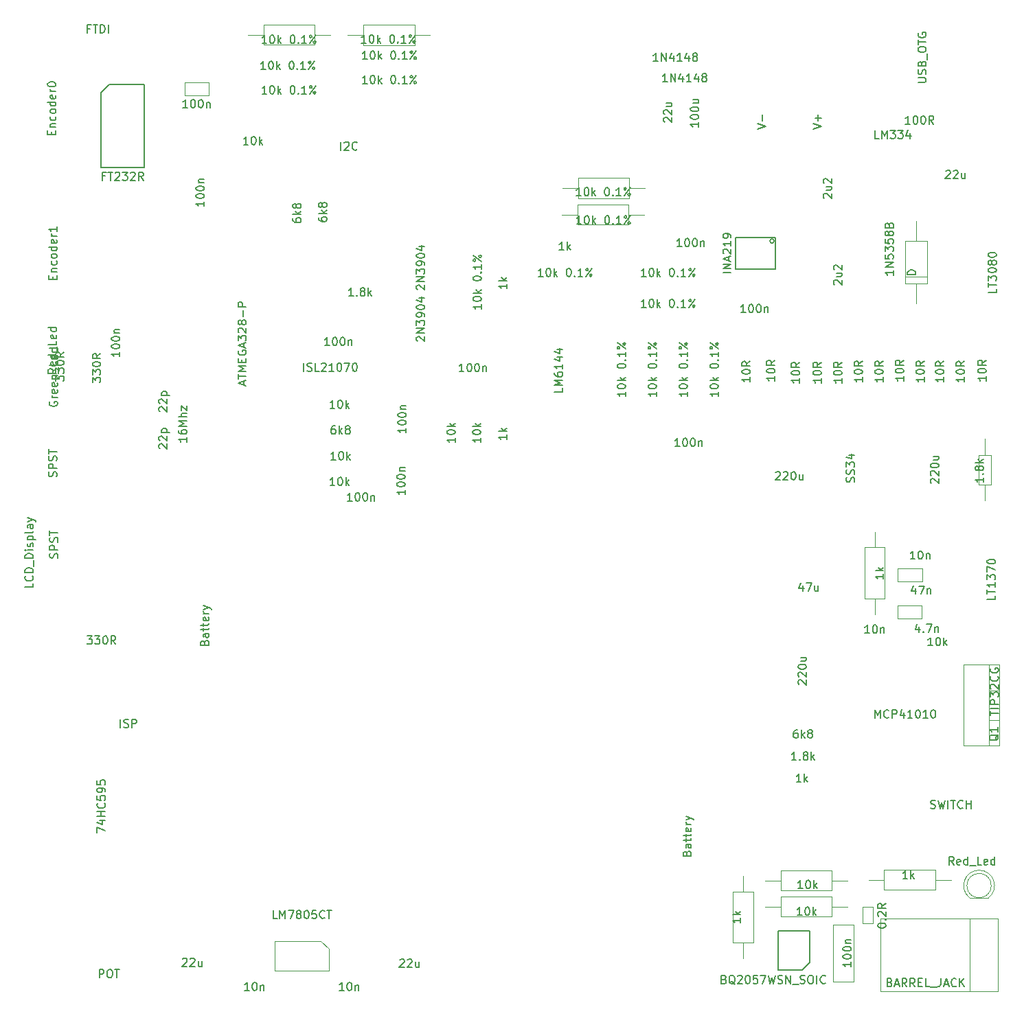
<source format=gbr>
G04 #@! TF.FileFunction,Other,Fab,Top*
%FSLAX46Y46*%
G04 Gerber Fmt 4.6, Leading zero omitted, Abs format (unit mm)*
G04 Created by KiCad (PCBNEW 4.0.3-stable) date 03/05/17 10:28:03*
%MOMM*%
%LPD*%
G01*
G04 APERTURE LIST*
%ADD10C,0.100000*%
%ADD11C,0.150000*%
G04 APERTURE END LIST*
D10*
X149067200Y-152765000D02*
X151567200Y-152765000D01*
X151567200Y-152765000D02*
X151567200Y-145765000D01*
X151567200Y-145765000D02*
X149067200Y-145765000D01*
X149067200Y-145765000D02*
X149067200Y-152765000D01*
X157001400Y-106413400D02*
X157001400Y-108013400D01*
X157001400Y-108013400D02*
X160001400Y-108013400D01*
X160001400Y-108013400D02*
X160001400Y-106413400D01*
X160001400Y-106413400D02*
X157001400Y-106413400D01*
X157052200Y-101841400D02*
X157052200Y-103441400D01*
X157052200Y-103441400D02*
X160052200Y-103441400D01*
X160052200Y-103441400D02*
X160052200Y-101841400D01*
X160052200Y-101841400D02*
X157052200Y-101841400D01*
X161650000Y-141460000D02*
X161650000Y-138960000D01*
X161650000Y-138960000D02*
X155350000Y-138960000D01*
X155350000Y-138960000D02*
X155350000Y-141460000D01*
X155350000Y-141460000D02*
X161650000Y-141460000D01*
X163580000Y-140210000D02*
X161650000Y-140210000D01*
X153420000Y-140210000D02*
X155350000Y-140210000D01*
X139221600Y-141675600D02*
X136721600Y-141675600D01*
X136721600Y-141675600D02*
X136721600Y-147975600D01*
X136721600Y-147975600D02*
X139221600Y-147975600D01*
X139221600Y-147975600D02*
X139221600Y-141675600D01*
X137971600Y-139745600D02*
X137971600Y-141675600D01*
X137971600Y-149905600D02*
X137971600Y-147975600D01*
X142581600Y-139055600D02*
X142581600Y-141555600D01*
X142581600Y-141555600D02*
X148881600Y-141555600D01*
X148881600Y-141555600D02*
X148881600Y-139055600D01*
X148881600Y-139055600D02*
X142581600Y-139055600D01*
X140651600Y-140305600D02*
X142581600Y-140305600D01*
X150811600Y-140305600D02*
X148881600Y-140305600D01*
X148921600Y-144765600D02*
X148921600Y-142265600D01*
X148921600Y-142265600D02*
X142621600Y-142265600D01*
X142621600Y-142265600D02*
X142621600Y-144765600D01*
X142621600Y-144765600D02*
X148921600Y-144765600D01*
X150851600Y-143515600D02*
X148921600Y-143515600D01*
X140691600Y-143515600D02*
X142621600Y-143515600D01*
X152928000Y-105512000D02*
X155428000Y-105512000D01*
X155428000Y-105512000D02*
X155428000Y-99212000D01*
X155428000Y-99212000D02*
X152928000Y-99212000D01*
X152928000Y-99212000D02*
X152928000Y-105512000D01*
X154178000Y-107442000D02*
X154178000Y-105512000D01*
X154178000Y-97282000D02*
X154178000Y-99212000D01*
X168560000Y-87860000D02*
X166960000Y-87860000D01*
X166960000Y-87860000D02*
X166960000Y-91460000D01*
X166960000Y-91460000D02*
X168560000Y-91460000D01*
X168560000Y-91460000D02*
X168560000Y-87860000D01*
X167760000Y-85850000D02*
X167760000Y-87860000D01*
X167760000Y-93470000D02*
X167760000Y-91460000D01*
X117550800Y-56916000D02*
X117550800Y-59416000D01*
X117550800Y-59416000D02*
X123850800Y-59416000D01*
X123850800Y-59416000D02*
X123850800Y-56916000D01*
X123850800Y-56916000D02*
X117550800Y-56916000D01*
X115620800Y-58166000D02*
X117550800Y-58166000D01*
X125780800Y-58166000D02*
X123850800Y-58166000D01*
X117601600Y-53664800D02*
X117601600Y-56164800D01*
X117601600Y-56164800D02*
X123901600Y-56164800D01*
X123901600Y-56164800D02*
X123901600Y-53664800D01*
X123901600Y-53664800D02*
X117601600Y-53664800D01*
X115671600Y-54914800D02*
X117601600Y-54914800D01*
X125831600Y-54914800D02*
X123901600Y-54914800D01*
X91160200Y-34767200D02*
X91160200Y-37267200D01*
X91160200Y-37267200D02*
X97460200Y-37267200D01*
X97460200Y-37267200D02*
X97460200Y-34767200D01*
X97460200Y-34767200D02*
X91160200Y-34767200D01*
X89230200Y-36017200D02*
X91160200Y-36017200D01*
X99390200Y-36017200D02*
X97460200Y-36017200D01*
X78841200Y-34741800D02*
X78841200Y-37241800D01*
X78841200Y-37241800D02*
X85141200Y-37241800D01*
X85141200Y-37241800D02*
X85141200Y-34741800D01*
X85141200Y-34741800D02*
X78841200Y-34741800D01*
X76911200Y-35991800D02*
X78841200Y-35991800D01*
X87071200Y-35991800D02*
X85141200Y-35991800D01*
X69092000Y-41872000D02*
X69092000Y-43472000D01*
X69092000Y-43472000D02*
X72092000Y-43472000D01*
X72092000Y-43472000D02*
X72092000Y-41872000D01*
X72092000Y-41872000D02*
X69092000Y-41872000D01*
X157958800Y-66633400D02*
X160658800Y-66633400D01*
X160658800Y-66633400D02*
X160658800Y-61433400D01*
X160658800Y-61433400D02*
X157958800Y-61433400D01*
X157958800Y-61433400D02*
X157958800Y-66633400D01*
X159308800Y-69113400D02*
X159308800Y-66633400D01*
X159308800Y-58953400D02*
X159308800Y-61433400D01*
X157958800Y-65853400D02*
X160658800Y-65853400D01*
X165902000Y-153979000D02*
X165902000Y-144979000D01*
X169402000Y-153979000D02*
X169402000Y-144979000D01*
X169402000Y-144979000D02*
X154902000Y-144979000D01*
X154902000Y-144979000D02*
X154902000Y-153979000D01*
X154902000Y-153979000D02*
X169402000Y-153979000D01*
X168215476Y-142430555D02*
G75*
G03X165883810Y-142430000I-1165476J1500555D01*
G01*
X168550000Y-140930000D02*
G75*
G03X168550000Y-140930000I-1500000J0D01*
G01*
X165883810Y-142430000D02*
X168216190Y-142430000D01*
X169550000Y-113690000D02*
X165150000Y-113690000D01*
X165150000Y-113690000D02*
X165150000Y-123690000D01*
X165150000Y-123690000D02*
X169550000Y-123690000D01*
X169550000Y-123690000D02*
X169550000Y-113690000D01*
X168280000Y-113690000D02*
X168280000Y-123690000D01*
X169550000Y-116840000D02*
X168280000Y-116840000D01*
X169550000Y-120540000D02*
X168280000Y-120540000D01*
D11*
X145211600Y-151375600D02*
X142311600Y-151375600D01*
X142311600Y-151375600D02*
X142311600Y-146475600D01*
X142311600Y-146475600D02*
X146211600Y-146475600D01*
X146211600Y-146475600D02*
X146211600Y-150375600D01*
X146211600Y-150375600D02*
X145211600Y-151375600D01*
X141765000Y-61433000D02*
G75*
G03X141765000Y-61433000I-250000J0D01*
G01*
X141965000Y-60983000D02*
X137065000Y-60983000D01*
X141965000Y-64883000D02*
X141965000Y-60983000D01*
X137065000Y-64883000D02*
X141965000Y-64883000D01*
X137065000Y-60983000D02*
X137065000Y-64883000D01*
D10*
X85916000Y-147756000D02*
X86916000Y-148756000D01*
X85916000Y-147756000D02*
X80216000Y-147756000D01*
X86916000Y-148756000D02*
X86916000Y-151456000D01*
X80216000Y-147756000D02*
X80216000Y-151456000D01*
X86916000Y-151456000D02*
X80216000Y-151456000D01*
D11*
X59818000Y-42144000D02*
X64118000Y-42144000D01*
X64118000Y-42144000D02*
X64118000Y-52344000D01*
X64118000Y-52344000D02*
X58818000Y-52344000D01*
X58818000Y-52344000D02*
X58818000Y-43144000D01*
X58818000Y-43144000D02*
X59818000Y-42144000D01*
D10*
X152705000Y-143560000D02*
X153955000Y-143560000D01*
X152705000Y-145560000D02*
X152705000Y-143560000D01*
X153955000Y-145560000D02*
X152705000Y-145560000D01*
X153955000Y-143560000D02*
X153955000Y-145560000D01*
D11*
X159522381Y-41857619D02*
X160331905Y-41857619D01*
X160427143Y-41810000D01*
X160474762Y-41762381D01*
X160522381Y-41667143D01*
X160522381Y-41476666D01*
X160474762Y-41381428D01*
X160427143Y-41333809D01*
X160331905Y-41286190D01*
X159522381Y-41286190D01*
X160474762Y-40857619D02*
X160522381Y-40714762D01*
X160522381Y-40476666D01*
X160474762Y-40381428D01*
X160427143Y-40333809D01*
X160331905Y-40286190D01*
X160236667Y-40286190D01*
X160141429Y-40333809D01*
X160093810Y-40381428D01*
X160046190Y-40476666D01*
X159998571Y-40667143D01*
X159950952Y-40762381D01*
X159903333Y-40810000D01*
X159808095Y-40857619D01*
X159712857Y-40857619D01*
X159617619Y-40810000D01*
X159570000Y-40762381D01*
X159522381Y-40667143D01*
X159522381Y-40429047D01*
X159570000Y-40286190D01*
X159998571Y-39524285D02*
X160046190Y-39381428D01*
X160093810Y-39333809D01*
X160189048Y-39286190D01*
X160331905Y-39286190D01*
X160427143Y-39333809D01*
X160474762Y-39381428D01*
X160522381Y-39476666D01*
X160522381Y-39857619D01*
X159522381Y-39857619D01*
X159522381Y-39524285D01*
X159570000Y-39429047D01*
X159617619Y-39381428D01*
X159712857Y-39333809D01*
X159808095Y-39333809D01*
X159903333Y-39381428D01*
X159950952Y-39429047D01*
X159998571Y-39524285D01*
X159998571Y-39857619D01*
X160617619Y-39095714D02*
X160617619Y-38333809D01*
X159522381Y-37905238D02*
X159522381Y-37714761D01*
X159570000Y-37619523D01*
X159665238Y-37524285D01*
X159855714Y-37476666D01*
X160189048Y-37476666D01*
X160379524Y-37524285D01*
X160474762Y-37619523D01*
X160522381Y-37714761D01*
X160522381Y-37905238D01*
X160474762Y-38000476D01*
X160379524Y-38095714D01*
X160189048Y-38143333D01*
X159855714Y-38143333D01*
X159665238Y-38095714D01*
X159570000Y-38000476D01*
X159522381Y-37905238D01*
X159522381Y-37190952D02*
X159522381Y-36619523D01*
X160522381Y-36905238D02*
X159522381Y-36905238D01*
X159570000Y-35762380D02*
X159522381Y-35857618D01*
X159522381Y-36000475D01*
X159570000Y-36143333D01*
X159665238Y-36238571D01*
X159760476Y-36286190D01*
X159950952Y-36333809D01*
X160093810Y-36333809D01*
X160284286Y-36286190D01*
X160379524Y-36238571D01*
X160474762Y-36143333D01*
X160522381Y-36000475D01*
X160522381Y-35905237D01*
X160474762Y-35762380D01*
X160427143Y-35714761D01*
X160093810Y-35714761D01*
X160093810Y-35905237D01*
X71558571Y-110944429D02*
X71606190Y-110801572D01*
X71653810Y-110753953D01*
X71749048Y-110706334D01*
X71891905Y-110706334D01*
X71987143Y-110753953D01*
X72034762Y-110801572D01*
X72082381Y-110896810D01*
X72082381Y-111277763D01*
X71082381Y-111277763D01*
X71082381Y-110944429D01*
X71130000Y-110849191D01*
X71177619Y-110801572D01*
X71272857Y-110753953D01*
X71368095Y-110753953D01*
X71463333Y-110801572D01*
X71510952Y-110849191D01*
X71558571Y-110944429D01*
X71558571Y-111277763D01*
X72082381Y-109849191D02*
X71558571Y-109849191D01*
X71463333Y-109896810D01*
X71415714Y-109992048D01*
X71415714Y-110182525D01*
X71463333Y-110277763D01*
X72034762Y-109849191D02*
X72082381Y-109944429D01*
X72082381Y-110182525D01*
X72034762Y-110277763D01*
X71939524Y-110325382D01*
X71844286Y-110325382D01*
X71749048Y-110277763D01*
X71701429Y-110182525D01*
X71701429Y-109944429D01*
X71653810Y-109849191D01*
X71415714Y-109515858D02*
X71415714Y-109134906D01*
X71082381Y-109373001D02*
X71939524Y-109373001D01*
X72034762Y-109325382D01*
X72082381Y-109230144D01*
X72082381Y-109134906D01*
X71415714Y-108944429D02*
X71415714Y-108563477D01*
X71082381Y-108801572D02*
X71939524Y-108801572D01*
X72034762Y-108753953D01*
X72082381Y-108658715D01*
X72082381Y-108563477D01*
X72034762Y-107849190D02*
X72082381Y-107944428D01*
X72082381Y-108134905D01*
X72034762Y-108230143D01*
X71939524Y-108277762D01*
X71558571Y-108277762D01*
X71463333Y-108230143D01*
X71415714Y-108134905D01*
X71415714Y-107944428D01*
X71463333Y-107849190D01*
X71558571Y-107801571D01*
X71653810Y-107801571D01*
X71749048Y-108277762D01*
X72082381Y-107373000D02*
X71415714Y-107373000D01*
X71606190Y-107373000D02*
X71510952Y-107325381D01*
X71463333Y-107277762D01*
X71415714Y-107182524D01*
X71415714Y-107087285D01*
X71415714Y-106849190D02*
X72082381Y-106611095D01*
X71415714Y-106372999D02*
X72082381Y-106611095D01*
X72320476Y-106706333D01*
X72368095Y-106753952D01*
X72415714Y-106849190D01*
X131038571Y-136928429D02*
X131086190Y-136785572D01*
X131133810Y-136737953D01*
X131229048Y-136690334D01*
X131371905Y-136690334D01*
X131467143Y-136737953D01*
X131514762Y-136785572D01*
X131562381Y-136880810D01*
X131562381Y-137261763D01*
X130562381Y-137261763D01*
X130562381Y-136928429D01*
X130610000Y-136833191D01*
X130657619Y-136785572D01*
X130752857Y-136737953D01*
X130848095Y-136737953D01*
X130943333Y-136785572D01*
X130990952Y-136833191D01*
X131038571Y-136928429D01*
X131038571Y-137261763D01*
X131562381Y-135833191D02*
X131038571Y-135833191D01*
X130943333Y-135880810D01*
X130895714Y-135976048D01*
X130895714Y-136166525D01*
X130943333Y-136261763D01*
X131514762Y-135833191D02*
X131562381Y-135928429D01*
X131562381Y-136166525D01*
X131514762Y-136261763D01*
X131419524Y-136309382D01*
X131324286Y-136309382D01*
X131229048Y-136261763D01*
X131181429Y-136166525D01*
X131181429Y-135928429D01*
X131133810Y-135833191D01*
X130895714Y-135499858D02*
X130895714Y-135118906D01*
X130562381Y-135357001D02*
X131419524Y-135357001D01*
X131514762Y-135309382D01*
X131562381Y-135214144D01*
X131562381Y-135118906D01*
X130895714Y-134928429D02*
X130895714Y-134547477D01*
X130562381Y-134785572D02*
X131419524Y-134785572D01*
X131514762Y-134737953D01*
X131562381Y-134642715D01*
X131562381Y-134547477D01*
X131514762Y-133833190D02*
X131562381Y-133928428D01*
X131562381Y-134118905D01*
X131514762Y-134214143D01*
X131419524Y-134261762D01*
X131038571Y-134261762D01*
X130943333Y-134214143D01*
X130895714Y-134118905D01*
X130895714Y-133928428D01*
X130943333Y-133833190D01*
X131038571Y-133785571D01*
X131133810Y-133785571D01*
X131229048Y-134261762D01*
X131562381Y-133357000D02*
X130895714Y-133357000D01*
X131086190Y-133357000D02*
X130990952Y-133309381D01*
X130943333Y-133261762D01*
X130895714Y-133166524D01*
X130895714Y-133071285D01*
X130895714Y-132833190D02*
X131562381Y-132595095D01*
X130895714Y-132356999D02*
X131562381Y-132595095D01*
X131800476Y-132690333D01*
X131848095Y-132737952D01*
X131895714Y-132833190D01*
X71514381Y-56559047D02*
X71514381Y-57130476D01*
X71514381Y-56844762D02*
X70514381Y-56844762D01*
X70657238Y-56940000D01*
X70752476Y-57035238D01*
X70800095Y-57130476D01*
X70514381Y-55940000D02*
X70514381Y-55844761D01*
X70562000Y-55749523D01*
X70609619Y-55701904D01*
X70704857Y-55654285D01*
X70895333Y-55606666D01*
X71133429Y-55606666D01*
X71323905Y-55654285D01*
X71419143Y-55701904D01*
X71466762Y-55749523D01*
X71514381Y-55844761D01*
X71514381Y-55940000D01*
X71466762Y-56035238D01*
X71419143Y-56082857D01*
X71323905Y-56130476D01*
X71133429Y-56178095D01*
X70895333Y-56178095D01*
X70704857Y-56130476D01*
X70609619Y-56082857D01*
X70562000Y-56035238D01*
X70514381Y-55940000D01*
X70514381Y-54987619D02*
X70514381Y-54892380D01*
X70562000Y-54797142D01*
X70609619Y-54749523D01*
X70704857Y-54701904D01*
X70895333Y-54654285D01*
X71133429Y-54654285D01*
X71323905Y-54701904D01*
X71419143Y-54749523D01*
X71466762Y-54797142D01*
X71514381Y-54892380D01*
X71514381Y-54987619D01*
X71466762Y-55082857D01*
X71419143Y-55130476D01*
X71323905Y-55178095D01*
X71133429Y-55225714D01*
X70895333Y-55225714D01*
X70704857Y-55178095D01*
X70609619Y-55130476D01*
X70562000Y-55082857D01*
X70514381Y-54987619D01*
X70847714Y-54225714D02*
X71514381Y-54225714D01*
X70942952Y-54225714D02*
X70895333Y-54178095D01*
X70847714Y-54082857D01*
X70847714Y-53939999D01*
X70895333Y-53844761D01*
X70990571Y-53797142D01*
X71514381Y-53797142D01*
X61100381Y-75101047D02*
X61100381Y-75672476D01*
X61100381Y-75386762D02*
X60100381Y-75386762D01*
X60243238Y-75482000D01*
X60338476Y-75577238D01*
X60386095Y-75672476D01*
X60100381Y-74482000D02*
X60100381Y-74386761D01*
X60148000Y-74291523D01*
X60195619Y-74243904D01*
X60290857Y-74196285D01*
X60481333Y-74148666D01*
X60719429Y-74148666D01*
X60909905Y-74196285D01*
X61005143Y-74243904D01*
X61052762Y-74291523D01*
X61100381Y-74386761D01*
X61100381Y-74482000D01*
X61052762Y-74577238D01*
X61005143Y-74624857D01*
X60909905Y-74672476D01*
X60719429Y-74720095D01*
X60481333Y-74720095D01*
X60290857Y-74672476D01*
X60195619Y-74624857D01*
X60148000Y-74577238D01*
X60100381Y-74482000D01*
X60100381Y-73529619D02*
X60100381Y-73434380D01*
X60148000Y-73339142D01*
X60195619Y-73291523D01*
X60290857Y-73243904D01*
X60481333Y-73196285D01*
X60719429Y-73196285D01*
X60909905Y-73243904D01*
X61005143Y-73291523D01*
X61052762Y-73339142D01*
X61100381Y-73434380D01*
X61100381Y-73529619D01*
X61052762Y-73624857D01*
X61005143Y-73672476D01*
X60909905Y-73720095D01*
X60719429Y-73767714D01*
X60481333Y-73767714D01*
X60290857Y-73720095D01*
X60195619Y-73672476D01*
X60148000Y-73624857D01*
X60100381Y-73529619D01*
X60433714Y-72767714D02*
X61100381Y-72767714D01*
X60528952Y-72767714D02*
X60481333Y-72720095D01*
X60433714Y-72624857D01*
X60433714Y-72481999D01*
X60481333Y-72386761D01*
X60576571Y-72339142D01*
X61100381Y-72339142D01*
X89754953Y-93484381D02*
X89183524Y-93484381D01*
X89469238Y-93484381D02*
X89469238Y-92484381D01*
X89374000Y-92627238D01*
X89278762Y-92722476D01*
X89183524Y-92770095D01*
X90374000Y-92484381D02*
X90469239Y-92484381D01*
X90564477Y-92532000D01*
X90612096Y-92579619D01*
X90659715Y-92674857D01*
X90707334Y-92865333D01*
X90707334Y-93103429D01*
X90659715Y-93293905D01*
X90612096Y-93389143D01*
X90564477Y-93436762D01*
X90469239Y-93484381D01*
X90374000Y-93484381D01*
X90278762Y-93436762D01*
X90231143Y-93389143D01*
X90183524Y-93293905D01*
X90135905Y-93103429D01*
X90135905Y-92865333D01*
X90183524Y-92674857D01*
X90231143Y-92579619D01*
X90278762Y-92532000D01*
X90374000Y-92484381D01*
X91326381Y-92484381D02*
X91421620Y-92484381D01*
X91516858Y-92532000D01*
X91564477Y-92579619D01*
X91612096Y-92674857D01*
X91659715Y-92865333D01*
X91659715Y-93103429D01*
X91612096Y-93293905D01*
X91564477Y-93389143D01*
X91516858Y-93436762D01*
X91421620Y-93484381D01*
X91326381Y-93484381D01*
X91231143Y-93436762D01*
X91183524Y-93389143D01*
X91135905Y-93293905D01*
X91088286Y-93103429D01*
X91088286Y-92865333D01*
X91135905Y-92674857D01*
X91183524Y-92579619D01*
X91231143Y-92532000D01*
X91326381Y-92484381D01*
X92088286Y-92817714D02*
X92088286Y-93484381D01*
X92088286Y-92912952D02*
X92135905Y-92865333D01*
X92231143Y-92817714D01*
X92374001Y-92817714D01*
X92469239Y-92865333D01*
X92516858Y-92960571D01*
X92516858Y-93484381D01*
X96279381Y-92119047D02*
X96279381Y-92690476D01*
X96279381Y-92404762D02*
X95279381Y-92404762D01*
X95422238Y-92500000D01*
X95517476Y-92595238D01*
X95565095Y-92690476D01*
X95279381Y-91500000D02*
X95279381Y-91404761D01*
X95327000Y-91309523D01*
X95374619Y-91261904D01*
X95469857Y-91214285D01*
X95660333Y-91166666D01*
X95898429Y-91166666D01*
X96088905Y-91214285D01*
X96184143Y-91261904D01*
X96231762Y-91309523D01*
X96279381Y-91404761D01*
X96279381Y-91500000D01*
X96231762Y-91595238D01*
X96184143Y-91642857D01*
X96088905Y-91690476D01*
X95898429Y-91738095D01*
X95660333Y-91738095D01*
X95469857Y-91690476D01*
X95374619Y-91642857D01*
X95327000Y-91595238D01*
X95279381Y-91500000D01*
X95279381Y-90547619D02*
X95279381Y-90452380D01*
X95327000Y-90357142D01*
X95374619Y-90309523D01*
X95469857Y-90261904D01*
X95660333Y-90214285D01*
X95898429Y-90214285D01*
X96088905Y-90261904D01*
X96184143Y-90309523D01*
X96231762Y-90357142D01*
X96279381Y-90452380D01*
X96279381Y-90547619D01*
X96231762Y-90642857D01*
X96184143Y-90690476D01*
X96088905Y-90738095D01*
X95898429Y-90785714D01*
X95660333Y-90785714D01*
X95469857Y-90738095D01*
X95374619Y-90690476D01*
X95327000Y-90642857D01*
X95279381Y-90547619D01*
X95612714Y-89785714D02*
X96279381Y-89785714D01*
X95707952Y-89785714D02*
X95660333Y-89738095D01*
X95612714Y-89642857D01*
X95612714Y-89499999D01*
X95660333Y-89404761D01*
X95755571Y-89357142D01*
X96279381Y-89357142D01*
X96406381Y-84499047D02*
X96406381Y-85070476D01*
X96406381Y-84784762D02*
X95406381Y-84784762D01*
X95549238Y-84880000D01*
X95644476Y-84975238D01*
X95692095Y-85070476D01*
X95406381Y-83880000D02*
X95406381Y-83784761D01*
X95454000Y-83689523D01*
X95501619Y-83641904D01*
X95596857Y-83594285D01*
X95787333Y-83546666D01*
X96025429Y-83546666D01*
X96215905Y-83594285D01*
X96311143Y-83641904D01*
X96358762Y-83689523D01*
X96406381Y-83784761D01*
X96406381Y-83880000D01*
X96358762Y-83975238D01*
X96311143Y-84022857D01*
X96215905Y-84070476D01*
X96025429Y-84118095D01*
X95787333Y-84118095D01*
X95596857Y-84070476D01*
X95501619Y-84022857D01*
X95454000Y-83975238D01*
X95406381Y-83880000D01*
X95406381Y-82927619D02*
X95406381Y-82832380D01*
X95454000Y-82737142D01*
X95501619Y-82689523D01*
X95596857Y-82641904D01*
X95787333Y-82594285D01*
X96025429Y-82594285D01*
X96215905Y-82641904D01*
X96311143Y-82689523D01*
X96358762Y-82737142D01*
X96406381Y-82832380D01*
X96406381Y-82927619D01*
X96358762Y-83022857D01*
X96311143Y-83070476D01*
X96215905Y-83118095D01*
X96025429Y-83165714D01*
X95787333Y-83165714D01*
X95596857Y-83118095D01*
X95501619Y-83070476D01*
X95454000Y-83022857D01*
X95406381Y-82927619D01*
X95739714Y-82165714D02*
X96406381Y-82165714D01*
X95834952Y-82165714D02*
X95787333Y-82118095D01*
X95739714Y-82022857D01*
X95739714Y-81879999D01*
X95787333Y-81784761D01*
X95882571Y-81737142D01*
X96406381Y-81737142D01*
X86960953Y-74307381D02*
X86389524Y-74307381D01*
X86675238Y-74307381D02*
X86675238Y-73307381D01*
X86580000Y-73450238D01*
X86484762Y-73545476D01*
X86389524Y-73593095D01*
X87580000Y-73307381D02*
X87675239Y-73307381D01*
X87770477Y-73355000D01*
X87818096Y-73402619D01*
X87865715Y-73497857D01*
X87913334Y-73688333D01*
X87913334Y-73926429D01*
X87865715Y-74116905D01*
X87818096Y-74212143D01*
X87770477Y-74259762D01*
X87675239Y-74307381D01*
X87580000Y-74307381D01*
X87484762Y-74259762D01*
X87437143Y-74212143D01*
X87389524Y-74116905D01*
X87341905Y-73926429D01*
X87341905Y-73688333D01*
X87389524Y-73497857D01*
X87437143Y-73402619D01*
X87484762Y-73355000D01*
X87580000Y-73307381D01*
X88532381Y-73307381D02*
X88627620Y-73307381D01*
X88722858Y-73355000D01*
X88770477Y-73402619D01*
X88818096Y-73497857D01*
X88865715Y-73688333D01*
X88865715Y-73926429D01*
X88818096Y-74116905D01*
X88770477Y-74212143D01*
X88722858Y-74259762D01*
X88627620Y-74307381D01*
X88532381Y-74307381D01*
X88437143Y-74259762D01*
X88389524Y-74212143D01*
X88341905Y-74116905D01*
X88294286Y-73926429D01*
X88294286Y-73688333D01*
X88341905Y-73497857D01*
X88389524Y-73402619D01*
X88437143Y-73355000D01*
X88532381Y-73307381D01*
X89294286Y-73640714D02*
X89294286Y-74307381D01*
X89294286Y-73735952D02*
X89341905Y-73688333D01*
X89437143Y-73640714D01*
X89580001Y-73640714D01*
X89675239Y-73688333D01*
X89722858Y-73783571D01*
X89722858Y-74307381D01*
X103540953Y-77540381D02*
X102969524Y-77540381D01*
X103255238Y-77540381D02*
X103255238Y-76540381D01*
X103160000Y-76683238D01*
X103064762Y-76778476D01*
X102969524Y-76826095D01*
X104160000Y-76540381D02*
X104255239Y-76540381D01*
X104350477Y-76588000D01*
X104398096Y-76635619D01*
X104445715Y-76730857D01*
X104493334Y-76921333D01*
X104493334Y-77159429D01*
X104445715Y-77349905D01*
X104398096Y-77445143D01*
X104350477Y-77492762D01*
X104255239Y-77540381D01*
X104160000Y-77540381D01*
X104064762Y-77492762D01*
X104017143Y-77445143D01*
X103969524Y-77349905D01*
X103921905Y-77159429D01*
X103921905Y-76921333D01*
X103969524Y-76730857D01*
X104017143Y-76635619D01*
X104064762Y-76588000D01*
X104160000Y-76540381D01*
X105112381Y-76540381D02*
X105207620Y-76540381D01*
X105302858Y-76588000D01*
X105350477Y-76635619D01*
X105398096Y-76730857D01*
X105445715Y-76921333D01*
X105445715Y-77159429D01*
X105398096Y-77349905D01*
X105350477Y-77445143D01*
X105302858Y-77492762D01*
X105207620Y-77540381D01*
X105112381Y-77540381D01*
X105017143Y-77492762D01*
X104969524Y-77445143D01*
X104921905Y-77349905D01*
X104874286Y-77159429D01*
X104874286Y-76921333D01*
X104921905Y-76730857D01*
X104969524Y-76635619D01*
X105017143Y-76588000D01*
X105112381Y-76540381D01*
X105874286Y-76873714D02*
X105874286Y-77540381D01*
X105874286Y-76968952D02*
X105921905Y-76921333D01*
X106017143Y-76873714D01*
X106160001Y-76873714D01*
X106255239Y-76921333D01*
X106302858Y-77016571D01*
X106302858Y-77540381D01*
X130394953Y-62115381D02*
X129823524Y-62115381D01*
X130109238Y-62115381D02*
X130109238Y-61115381D01*
X130014000Y-61258238D01*
X129918762Y-61353476D01*
X129823524Y-61401095D01*
X131014000Y-61115381D02*
X131109239Y-61115381D01*
X131204477Y-61163000D01*
X131252096Y-61210619D01*
X131299715Y-61305857D01*
X131347334Y-61496333D01*
X131347334Y-61734429D01*
X131299715Y-61924905D01*
X131252096Y-62020143D01*
X131204477Y-62067762D01*
X131109239Y-62115381D01*
X131014000Y-62115381D01*
X130918762Y-62067762D01*
X130871143Y-62020143D01*
X130823524Y-61924905D01*
X130775905Y-61734429D01*
X130775905Y-61496333D01*
X130823524Y-61305857D01*
X130871143Y-61210619D01*
X130918762Y-61163000D01*
X131014000Y-61115381D01*
X131966381Y-61115381D02*
X132061620Y-61115381D01*
X132156858Y-61163000D01*
X132204477Y-61210619D01*
X132252096Y-61305857D01*
X132299715Y-61496333D01*
X132299715Y-61734429D01*
X132252096Y-61924905D01*
X132204477Y-62020143D01*
X132156858Y-62067762D01*
X132061620Y-62115381D01*
X131966381Y-62115381D01*
X131871143Y-62067762D01*
X131823524Y-62020143D01*
X131775905Y-61924905D01*
X131728286Y-61734429D01*
X131728286Y-61496333D01*
X131775905Y-61305857D01*
X131823524Y-61210619D01*
X131871143Y-61163000D01*
X131966381Y-61115381D01*
X132728286Y-61448714D02*
X132728286Y-62115381D01*
X132728286Y-61543952D02*
X132775905Y-61496333D01*
X132871143Y-61448714D01*
X133014001Y-61448714D01*
X133109239Y-61496333D01*
X133156858Y-61591571D01*
X133156858Y-62115381D01*
X138268953Y-70243381D02*
X137697524Y-70243381D01*
X137983238Y-70243381D02*
X137983238Y-69243381D01*
X137888000Y-69386238D01*
X137792762Y-69481476D01*
X137697524Y-69529095D01*
X138888000Y-69243381D02*
X138983239Y-69243381D01*
X139078477Y-69291000D01*
X139126096Y-69338619D01*
X139173715Y-69433857D01*
X139221334Y-69624333D01*
X139221334Y-69862429D01*
X139173715Y-70052905D01*
X139126096Y-70148143D01*
X139078477Y-70195762D01*
X138983239Y-70243381D01*
X138888000Y-70243381D01*
X138792762Y-70195762D01*
X138745143Y-70148143D01*
X138697524Y-70052905D01*
X138649905Y-69862429D01*
X138649905Y-69624333D01*
X138697524Y-69433857D01*
X138745143Y-69338619D01*
X138792762Y-69291000D01*
X138888000Y-69243381D01*
X139840381Y-69243381D02*
X139935620Y-69243381D01*
X140030858Y-69291000D01*
X140078477Y-69338619D01*
X140126096Y-69433857D01*
X140173715Y-69624333D01*
X140173715Y-69862429D01*
X140126096Y-70052905D01*
X140078477Y-70148143D01*
X140030858Y-70195762D01*
X139935620Y-70243381D01*
X139840381Y-70243381D01*
X139745143Y-70195762D01*
X139697524Y-70148143D01*
X139649905Y-70052905D01*
X139602286Y-69862429D01*
X139602286Y-69624333D01*
X139649905Y-69433857D01*
X139697524Y-69338619D01*
X139745143Y-69291000D01*
X139840381Y-69243381D01*
X140602286Y-69576714D02*
X140602286Y-70243381D01*
X140602286Y-69671952D02*
X140649905Y-69624333D01*
X140745143Y-69576714D01*
X140888001Y-69576714D01*
X140983239Y-69624333D01*
X141030858Y-69719571D01*
X141030858Y-70243381D01*
X130140953Y-86753381D02*
X129569524Y-86753381D01*
X129855238Y-86753381D02*
X129855238Y-85753381D01*
X129760000Y-85896238D01*
X129664762Y-85991476D01*
X129569524Y-86039095D01*
X130760000Y-85753381D02*
X130855239Y-85753381D01*
X130950477Y-85801000D01*
X130998096Y-85848619D01*
X131045715Y-85943857D01*
X131093334Y-86134333D01*
X131093334Y-86372429D01*
X131045715Y-86562905D01*
X130998096Y-86658143D01*
X130950477Y-86705762D01*
X130855239Y-86753381D01*
X130760000Y-86753381D01*
X130664762Y-86705762D01*
X130617143Y-86658143D01*
X130569524Y-86562905D01*
X130521905Y-86372429D01*
X130521905Y-86134333D01*
X130569524Y-85943857D01*
X130617143Y-85848619D01*
X130664762Y-85801000D01*
X130760000Y-85753381D01*
X131712381Y-85753381D02*
X131807620Y-85753381D01*
X131902858Y-85801000D01*
X131950477Y-85848619D01*
X131998096Y-85943857D01*
X132045715Y-86134333D01*
X132045715Y-86372429D01*
X131998096Y-86562905D01*
X131950477Y-86658143D01*
X131902858Y-86705762D01*
X131807620Y-86753381D01*
X131712381Y-86753381D01*
X131617143Y-86705762D01*
X131569524Y-86658143D01*
X131521905Y-86562905D01*
X131474286Y-86372429D01*
X131474286Y-86134333D01*
X131521905Y-85943857D01*
X131569524Y-85848619D01*
X131617143Y-85801000D01*
X131712381Y-85753381D01*
X132474286Y-86086714D02*
X132474286Y-86753381D01*
X132474286Y-86181952D02*
X132521905Y-86134333D01*
X132617143Y-86086714D01*
X132760001Y-86086714D01*
X132855239Y-86134333D01*
X132902858Y-86229571D01*
X132902858Y-86753381D01*
X151277581Y-150344047D02*
X151277581Y-150915476D01*
X151277581Y-150629762D02*
X150277581Y-150629762D01*
X150420438Y-150725000D01*
X150515676Y-150820238D01*
X150563295Y-150915476D01*
X150277581Y-149725000D02*
X150277581Y-149629761D01*
X150325200Y-149534523D01*
X150372819Y-149486904D01*
X150468057Y-149439285D01*
X150658533Y-149391666D01*
X150896629Y-149391666D01*
X151087105Y-149439285D01*
X151182343Y-149486904D01*
X151229962Y-149534523D01*
X151277581Y-149629761D01*
X151277581Y-149725000D01*
X151229962Y-149820238D01*
X151182343Y-149867857D01*
X151087105Y-149915476D01*
X150896629Y-149963095D01*
X150658533Y-149963095D01*
X150468057Y-149915476D01*
X150372819Y-149867857D01*
X150325200Y-149820238D01*
X150277581Y-149725000D01*
X150277581Y-148772619D02*
X150277581Y-148677380D01*
X150325200Y-148582142D01*
X150372819Y-148534523D01*
X150468057Y-148486904D01*
X150658533Y-148439285D01*
X150896629Y-148439285D01*
X151087105Y-148486904D01*
X151182343Y-148534523D01*
X151229962Y-148582142D01*
X151277581Y-148677380D01*
X151277581Y-148772619D01*
X151229962Y-148867857D01*
X151182343Y-148915476D01*
X151087105Y-148963095D01*
X150896629Y-149010714D01*
X150658533Y-149010714D01*
X150468057Y-148963095D01*
X150372819Y-148915476D01*
X150325200Y-148867857D01*
X150277581Y-148772619D01*
X150610914Y-148010714D02*
X151277581Y-148010714D01*
X150706152Y-148010714D02*
X150658533Y-147963095D01*
X150610914Y-147867857D01*
X150610914Y-147724999D01*
X150658533Y-147629761D01*
X150753771Y-147582142D01*
X151277581Y-147582142D01*
X156477381Y-65067857D02*
X156477381Y-65639286D01*
X156477381Y-65353572D02*
X155477381Y-65353572D01*
X155620238Y-65448810D01*
X155715476Y-65544048D01*
X155763095Y-65639286D01*
X156477381Y-64639286D02*
X155477381Y-64639286D01*
X156477381Y-64067857D01*
X155477381Y-64067857D01*
X155477381Y-63115476D02*
X155477381Y-63591667D01*
X155953571Y-63639286D01*
X155905952Y-63591667D01*
X155858333Y-63496429D01*
X155858333Y-63258333D01*
X155905952Y-63163095D01*
X155953571Y-63115476D01*
X156048810Y-63067857D01*
X156286905Y-63067857D01*
X156382143Y-63115476D01*
X156429762Y-63163095D01*
X156477381Y-63258333D01*
X156477381Y-63496429D01*
X156429762Y-63591667D01*
X156382143Y-63639286D01*
X155477381Y-62734524D02*
X155477381Y-62115476D01*
X155858333Y-62448810D01*
X155858333Y-62305952D01*
X155905952Y-62210714D01*
X155953571Y-62163095D01*
X156048810Y-62115476D01*
X156286905Y-62115476D01*
X156382143Y-62163095D01*
X156429762Y-62210714D01*
X156477381Y-62305952D01*
X156477381Y-62591667D01*
X156429762Y-62686905D01*
X156382143Y-62734524D01*
X155477381Y-61210714D02*
X155477381Y-61686905D01*
X155953571Y-61734524D01*
X155905952Y-61686905D01*
X155858333Y-61591667D01*
X155858333Y-61353571D01*
X155905952Y-61258333D01*
X155953571Y-61210714D01*
X156048810Y-61163095D01*
X156286905Y-61163095D01*
X156382143Y-61210714D01*
X156429762Y-61258333D01*
X156477381Y-61353571D01*
X156477381Y-61591667D01*
X156429762Y-61686905D01*
X156382143Y-61734524D01*
X155905952Y-60591667D02*
X155858333Y-60686905D01*
X155810714Y-60734524D01*
X155715476Y-60782143D01*
X155667857Y-60782143D01*
X155572619Y-60734524D01*
X155525000Y-60686905D01*
X155477381Y-60591667D01*
X155477381Y-60401190D01*
X155525000Y-60305952D01*
X155572619Y-60258333D01*
X155667857Y-60210714D01*
X155715476Y-60210714D01*
X155810714Y-60258333D01*
X155858333Y-60305952D01*
X155905952Y-60401190D01*
X155905952Y-60591667D01*
X155953571Y-60686905D01*
X156001190Y-60734524D01*
X156096429Y-60782143D01*
X156286905Y-60782143D01*
X156382143Y-60734524D01*
X156429762Y-60686905D01*
X156477381Y-60591667D01*
X156477381Y-60401190D01*
X156429762Y-60305952D01*
X156382143Y-60258333D01*
X156286905Y-60210714D01*
X156096429Y-60210714D01*
X156001190Y-60258333D01*
X155953571Y-60305952D01*
X155905952Y-60401190D01*
X155953571Y-59448809D02*
X156001190Y-59305952D01*
X156048810Y-59258333D01*
X156144048Y-59210714D01*
X156286905Y-59210714D01*
X156382143Y-59258333D01*
X156429762Y-59305952D01*
X156477381Y-59401190D01*
X156477381Y-59782143D01*
X155477381Y-59782143D01*
X155477381Y-59448809D01*
X155525000Y-59353571D01*
X155572619Y-59305952D01*
X155667857Y-59258333D01*
X155763095Y-59258333D01*
X155858333Y-59305952D01*
X155905952Y-59353571D01*
X155953571Y-59448809D01*
X155953571Y-59782143D01*
X127466143Y-39255381D02*
X126894714Y-39255381D01*
X127180428Y-39255381D02*
X127180428Y-38255381D01*
X127085190Y-38398238D01*
X126989952Y-38493476D01*
X126894714Y-38541095D01*
X127894714Y-39255381D02*
X127894714Y-38255381D01*
X128466143Y-39255381D01*
X128466143Y-38255381D01*
X129370905Y-38588714D02*
X129370905Y-39255381D01*
X129132809Y-38207762D02*
X128894714Y-38922048D01*
X129513762Y-38922048D01*
X130418524Y-39255381D02*
X129847095Y-39255381D01*
X130132809Y-39255381D02*
X130132809Y-38255381D01*
X130037571Y-38398238D01*
X129942333Y-38493476D01*
X129847095Y-38541095D01*
X131275667Y-38588714D02*
X131275667Y-39255381D01*
X131037571Y-38207762D02*
X130799476Y-38922048D01*
X131418524Y-38922048D01*
X131942333Y-38683952D02*
X131847095Y-38636333D01*
X131799476Y-38588714D01*
X131751857Y-38493476D01*
X131751857Y-38445857D01*
X131799476Y-38350619D01*
X131847095Y-38303000D01*
X131942333Y-38255381D01*
X132132810Y-38255381D01*
X132228048Y-38303000D01*
X132275667Y-38350619D01*
X132323286Y-38445857D01*
X132323286Y-38493476D01*
X132275667Y-38588714D01*
X132228048Y-38636333D01*
X132132810Y-38683952D01*
X131942333Y-38683952D01*
X131847095Y-38731571D01*
X131799476Y-38779190D01*
X131751857Y-38874429D01*
X131751857Y-39064905D01*
X131799476Y-39160143D01*
X131847095Y-39207762D01*
X131942333Y-39255381D01*
X132132810Y-39255381D01*
X132228048Y-39207762D01*
X132275667Y-39160143D01*
X132323286Y-39064905D01*
X132323286Y-38874429D01*
X132275667Y-38779190D01*
X132228048Y-38731571D01*
X132132810Y-38683952D01*
X128609143Y-41795381D02*
X128037714Y-41795381D01*
X128323428Y-41795381D02*
X128323428Y-40795381D01*
X128228190Y-40938238D01*
X128132952Y-41033476D01*
X128037714Y-41081095D01*
X129037714Y-41795381D02*
X129037714Y-40795381D01*
X129609143Y-41795381D01*
X129609143Y-40795381D01*
X130513905Y-41128714D02*
X130513905Y-41795381D01*
X130275809Y-40747762D02*
X130037714Y-41462048D01*
X130656762Y-41462048D01*
X131561524Y-41795381D02*
X130990095Y-41795381D01*
X131275809Y-41795381D02*
X131275809Y-40795381D01*
X131180571Y-40938238D01*
X131085333Y-41033476D01*
X130990095Y-41081095D01*
X132418667Y-41128714D02*
X132418667Y-41795381D01*
X132180571Y-40747762D02*
X131942476Y-41462048D01*
X132561524Y-41462048D01*
X133085333Y-41223952D02*
X132990095Y-41176333D01*
X132942476Y-41128714D01*
X132894857Y-41033476D01*
X132894857Y-40985857D01*
X132942476Y-40890619D01*
X132990095Y-40843000D01*
X133085333Y-40795381D01*
X133275810Y-40795381D01*
X133371048Y-40843000D01*
X133418667Y-40890619D01*
X133466286Y-40985857D01*
X133466286Y-41033476D01*
X133418667Y-41128714D01*
X133371048Y-41176333D01*
X133275810Y-41223952D01*
X133085333Y-41223952D01*
X132990095Y-41271571D01*
X132942476Y-41319190D01*
X132894857Y-41414429D01*
X132894857Y-41604905D01*
X132942476Y-41700143D01*
X132990095Y-41747762D01*
X133085333Y-41795381D01*
X133275810Y-41795381D01*
X133371048Y-41747762D01*
X133418667Y-41700143D01*
X133466286Y-41604905D01*
X133466286Y-41414429D01*
X133418667Y-41319190D01*
X133371048Y-41271571D01*
X133275810Y-41223952D01*
X159653410Y-109031114D02*
X159653410Y-109697781D01*
X159415314Y-108650162D02*
X159177219Y-109364448D01*
X159796267Y-109364448D01*
X160177219Y-109602543D02*
X160224838Y-109650162D01*
X160177219Y-109697781D01*
X160129600Y-109650162D01*
X160177219Y-109602543D01*
X160177219Y-109697781D01*
X160558171Y-108697781D02*
X161224838Y-108697781D01*
X160796266Y-109697781D01*
X161605790Y-109031114D02*
X161605790Y-109697781D01*
X161605790Y-109126352D02*
X161653409Y-109078733D01*
X161748647Y-109031114D01*
X161891505Y-109031114D01*
X161986743Y-109078733D01*
X162034362Y-109173971D01*
X162034362Y-109697781D01*
X159180305Y-104306714D02*
X159180305Y-104973381D01*
X158942209Y-103925762D02*
X158704114Y-104640048D01*
X159323162Y-104640048D01*
X159608876Y-103973381D02*
X160275543Y-103973381D01*
X159846971Y-104973381D01*
X160656495Y-104306714D02*
X160656495Y-104973381D01*
X160656495Y-104401952D02*
X160704114Y-104354333D01*
X160799352Y-104306714D01*
X160942210Y-104306714D01*
X161037448Y-104354333D01*
X161085067Y-104449571D01*
X161085067Y-104973381D01*
X158228553Y-140103581D02*
X157657124Y-140103581D01*
X157942838Y-140103581D02*
X157942838Y-139103581D01*
X157847600Y-139246438D01*
X157752362Y-139341676D01*
X157657124Y-139389295D01*
X158657124Y-140103581D02*
X158657124Y-139103581D01*
X158752362Y-139722629D02*
X159038077Y-140103581D01*
X159038077Y-139436914D02*
X158657124Y-139817867D01*
X137661981Y-144944647D02*
X137661981Y-145516076D01*
X137661981Y-145230362D02*
X136661981Y-145230362D01*
X136804838Y-145325600D01*
X136900076Y-145420838D01*
X136947695Y-145516076D01*
X137661981Y-144516076D02*
X136661981Y-144516076D01*
X137281029Y-144420838D02*
X137661981Y-144135123D01*
X136995314Y-144135123D02*
X137376267Y-144516076D01*
X145314162Y-141291381D02*
X144742733Y-141291381D01*
X145028447Y-141291381D02*
X145028447Y-140291381D01*
X144933209Y-140434238D01*
X144837971Y-140529476D01*
X144742733Y-140577095D01*
X145933209Y-140291381D02*
X146028448Y-140291381D01*
X146123686Y-140339000D01*
X146171305Y-140386619D01*
X146218924Y-140481857D01*
X146266543Y-140672333D01*
X146266543Y-140910429D01*
X146218924Y-141100905D01*
X146171305Y-141196143D01*
X146123686Y-141243762D01*
X146028448Y-141291381D01*
X145933209Y-141291381D01*
X145837971Y-141243762D01*
X145790352Y-141196143D01*
X145742733Y-141100905D01*
X145695114Y-140910429D01*
X145695114Y-140672333D01*
X145742733Y-140481857D01*
X145790352Y-140386619D01*
X145837971Y-140339000D01*
X145933209Y-140291381D01*
X146695114Y-141291381D02*
X146695114Y-140291381D01*
X146790352Y-140910429D02*
X147076067Y-141291381D01*
X147076067Y-140624714D02*
X146695114Y-141005667D01*
X145201762Y-144577581D02*
X144630333Y-144577581D01*
X144916047Y-144577581D02*
X144916047Y-143577581D01*
X144820809Y-143720438D01*
X144725571Y-143815676D01*
X144630333Y-143863295D01*
X145820809Y-143577581D02*
X145916048Y-143577581D01*
X146011286Y-143625200D01*
X146058905Y-143672819D01*
X146106524Y-143768057D01*
X146154143Y-143958533D01*
X146154143Y-144196629D01*
X146106524Y-144387105D01*
X146058905Y-144482343D01*
X146011286Y-144529962D01*
X145916048Y-144577581D01*
X145820809Y-144577581D01*
X145725571Y-144529962D01*
X145677952Y-144482343D01*
X145630333Y-144387105D01*
X145582714Y-144196629D01*
X145582714Y-143958533D01*
X145630333Y-143768057D01*
X145677952Y-143672819D01*
X145725571Y-143625200D01*
X145820809Y-143577581D01*
X146582714Y-144577581D02*
X146582714Y-143577581D01*
X146677952Y-144196629D02*
X146963667Y-144577581D01*
X146963667Y-143910914D02*
X146582714Y-144291867D01*
X155265381Y-102506447D02*
X155265381Y-103077876D01*
X155265381Y-102792162D02*
X154265381Y-102792162D01*
X154408238Y-102887400D01*
X154503476Y-102982638D01*
X154551095Y-103077876D01*
X155265381Y-102077876D02*
X154265381Y-102077876D01*
X154884429Y-101982638D02*
X155265381Y-101696923D01*
X154598714Y-101696923D02*
X154979667Y-102077876D01*
X167577381Y-90594933D02*
X167577381Y-91166362D01*
X167577381Y-90880648D02*
X166577381Y-90880648D01*
X166720238Y-90975886D01*
X166815476Y-91071124D01*
X166863095Y-91166362D01*
X167482143Y-90166362D02*
X167529762Y-90118743D01*
X167577381Y-90166362D01*
X167529762Y-90213981D01*
X167482143Y-90166362D01*
X167577381Y-90166362D01*
X167005952Y-89547315D02*
X166958333Y-89642553D01*
X166910714Y-89690172D01*
X166815476Y-89737791D01*
X166767857Y-89737791D01*
X166672619Y-89690172D01*
X166625000Y-89642553D01*
X166577381Y-89547315D01*
X166577381Y-89356838D01*
X166625000Y-89261600D01*
X166672619Y-89213981D01*
X166767857Y-89166362D01*
X166815476Y-89166362D01*
X166910714Y-89213981D01*
X166958333Y-89261600D01*
X167005952Y-89356838D01*
X167005952Y-89547315D01*
X167053571Y-89642553D01*
X167101190Y-89690172D01*
X167196429Y-89737791D01*
X167386905Y-89737791D01*
X167482143Y-89690172D01*
X167529762Y-89642553D01*
X167577381Y-89547315D01*
X167577381Y-89356838D01*
X167529762Y-89261600D01*
X167482143Y-89213981D01*
X167386905Y-89166362D01*
X167196429Y-89166362D01*
X167101190Y-89213981D01*
X167053571Y-89261600D01*
X167005952Y-89356838D01*
X167577381Y-88737791D02*
X166577381Y-88737791D01*
X167196429Y-88642553D02*
X167577381Y-88356838D01*
X166910714Y-88356838D02*
X167291667Y-88737791D01*
X117988105Y-55849781D02*
X117416676Y-55849781D01*
X117702390Y-55849781D02*
X117702390Y-54849781D01*
X117607152Y-54992638D01*
X117511914Y-55087876D01*
X117416676Y-55135495D01*
X118607152Y-54849781D02*
X118702391Y-54849781D01*
X118797629Y-54897400D01*
X118845248Y-54945019D01*
X118892867Y-55040257D01*
X118940486Y-55230733D01*
X118940486Y-55468829D01*
X118892867Y-55659305D01*
X118845248Y-55754543D01*
X118797629Y-55802162D01*
X118702391Y-55849781D01*
X118607152Y-55849781D01*
X118511914Y-55802162D01*
X118464295Y-55754543D01*
X118416676Y-55659305D01*
X118369057Y-55468829D01*
X118369057Y-55230733D01*
X118416676Y-55040257D01*
X118464295Y-54945019D01*
X118511914Y-54897400D01*
X118607152Y-54849781D01*
X119369057Y-55849781D02*
X119369057Y-54849781D01*
X119464295Y-55468829D02*
X119750010Y-55849781D01*
X119750010Y-55183114D02*
X119369057Y-55564067D01*
X121130962Y-54849781D02*
X121226201Y-54849781D01*
X121321439Y-54897400D01*
X121369058Y-54945019D01*
X121416677Y-55040257D01*
X121464296Y-55230733D01*
X121464296Y-55468829D01*
X121416677Y-55659305D01*
X121369058Y-55754543D01*
X121321439Y-55802162D01*
X121226201Y-55849781D01*
X121130962Y-55849781D01*
X121035724Y-55802162D01*
X120988105Y-55754543D01*
X120940486Y-55659305D01*
X120892867Y-55468829D01*
X120892867Y-55230733D01*
X120940486Y-55040257D01*
X120988105Y-54945019D01*
X121035724Y-54897400D01*
X121130962Y-54849781D01*
X121892867Y-55754543D02*
X121940486Y-55802162D01*
X121892867Y-55849781D01*
X121845248Y-55802162D01*
X121892867Y-55754543D01*
X121892867Y-55849781D01*
X122892867Y-55849781D02*
X122321438Y-55849781D01*
X122607152Y-55849781D02*
X122607152Y-54849781D01*
X122511914Y-54992638D01*
X122416676Y-55087876D01*
X122321438Y-55135495D01*
X123273819Y-55849781D02*
X124035724Y-54849781D01*
X123416676Y-54849781D02*
X123511914Y-54897400D01*
X123559533Y-54992638D01*
X123511914Y-55087876D01*
X123416676Y-55135495D01*
X123321438Y-55087876D01*
X123273819Y-54992638D01*
X123321438Y-54897400D01*
X123416676Y-54849781D01*
X123988105Y-55802162D02*
X124035724Y-55706924D01*
X123988105Y-55611686D01*
X123892867Y-55564067D01*
X123797629Y-55611686D01*
X123750010Y-55706924D01*
X123797629Y-55802162D01*
X123892867Y-55849781D01*
X123988105Y-55802162D01*
X118013505Y-59329581D02*
X117442076Y-59329581D01*
X117727790Y-59329581D02*
X117727790Y-58329581D01*
X117632552Y-58472438D01*
X117537314Y-58567676D01*
X117442076Y-58615295D01*
X118632552Y-58329581D02*
X118727791Y-58329581D01*
X118823029Y-58377200D01*
X118870648Y-58424819D01*
X118918267Y-58520057D01*
X118965886Y-58710533D01*
X118965886Y-58948629D01*
X118918267Y-59139105D01*
X118870648Y-59234343D01*
X118823029Y-59281962D01*
X118727791Y-59329581D01*
X118632552Y-59329581D01*
X118537314Y-59281962D01*
X118489695Y-59234343D01*
X118442076Y-59139105D01*
X118394457Y-58948629D01*
X118394457Y-58710533D01*
X118442076Y-58520057D01*
X118489695Y-58424819D01*
X118537314Y-58377200D01*
X118632552Y-58329581D01*
X119394457Y-59329581D02*
X119394457Y-58329581D01*
X119489695Y-58948629D02*
X119775410Y-59329581D01*
X119775410Y-58662914D02*
X119394457Y-59043867D01*
X121156362Y-58329581D02*
X121251601Y-58329581D01*
X121346839Y-58377200D01*
X121394458Y-58424819D01*
X121442077Y-58520057D01*
X121489696Y-58710533D01*
X121489696Y-58948629D01*
X121442077Y-59139105D01*
X121394458Y-59234343D01*
X121346839Y-59281962D01*
X121251601Y-59329581D01*
X121156362Y-59329581D01*
X121061124Y-59281962D01*
X121013505Y-59234343D01*
X120965886Y-59139105D01*
X120918267Y-58948629D01*
X120918267Y-58710533D01*
X120965886Y-58520057D01*
X121013505Y-58424819D01*
X121061124Y-58377200D01*
X121156362Y-58329581D01*
X121918267Y-59234343D02*
X121965886Y-59281962D01*
X121918267Y-59329581D01*
X121870648Y-59281962D01*
X121918267Y-59234343D01*
X121918267Y-59329581D01*
X122918267Y-59329581D02*
X122346838Y-59329581D01*
X122632552Y-59329581D02*
X122632552Y-58329581D01*
X122537314Y-58472438D01*
X122442076Y-58567676D01*
X122346838Y-58615295D01*
X123299219Y-59329581D02*
X124061124Y-58329581D01*
X123442076Y-58329581D02*
X123537314Y-58377200D01*
X123584933Y-58472438D01*
X123537314Y-58567676D01*
X123442076Y-58615295D01*
X123346838Y-58567676D01*
X123299219Y-58472438D01*
X123346838Y-58377200D01*
X123442076Y-58329581D01*
X124013505Y-59281962D02*
X124061124Y-59186724D01*
X124013505Y-59091486D01*
X123918267Y-59043867D01*
X123823029Y-59091486D01*
X123775410Y-59186724D01*
X123823029Y-59281962D01*
X123918267Y-59329581D01*
X124013505Y-59281962D01*
X91495905Y-37002981D02*
X90924476Y-37002981D01*
X91210190Y-37002981D02*
X91210190Y-36002981D01*
X91114952Y-36145838D01*
X91019714Y-36241076D01*
X90924476Y-36288695D01*
X92114952Y-36002981D02*
X92210191Y-36002981D01*
X92305429Y-36050600D01*
X92353048Y-36098219D01*
X92400667Y-36193457D01*
X92448286Y-36383933D01*
X92448286Y-36622029D01*
X92400667Y-36812505D01*
X92353048Y-36907743D01*
X92305429Y-36955362D01*
X92210191Y-37002981D01*
X92114952Y-37002981D01*
X92019714Y-36955362D01*
X91972095Y-36907743D01*
X91924476Y-36812505D01*
X91876857Y-36622029D01*
X91876857Y-36383933D01*
X91924476Y-36193457D01*
X91972095Y-36098219D01*
X92019714Y-36050600D01*
X92114952Y-36002981D01*
X92876857Y-37002981D02*
X92876857Y-36002981D01*
X92972095Y-36622029D02*
X93257810Y-37002981D01*
X93257810Y-36336314D02*
X92876857Y-36717267D01*
X94638762Y-36002981D02*
X94734001Y-36002981D01*
X94829239Y-36050600D01*
X94876858Y-36098219D01*
X94924477Y-36193457D01*
X94972096Y-36383933D01*
X94972096Y-36622029D01*
X94924477Y-36812505D01*
X94876858Y-36907743D01*
X94829239Y-36955362D01*
X94734001Y-37002981D01*
X94638762Y-37002981D01*
X94543524Y-36955362D01*
X94495905Y-36907743D01*
X94448286Y-36812505D01*
X94400667Y-36622029D01*
X94400667Y-36383933D01*
X94448286Y-36193457D01*
X94495905Y-36098219D01*
X94543524Y-36050600D01*
X94638762Y-36002981D01*
X95400667Y-36907743D02*
X95448286Y-36955362D01*
X95400667Y-37002981D01*
X95353048Y-36955362D01*
X95400667Y-36907743D01*
X95400667Y-37002981D01*
X96400667Y-37002981D02*
X95829238Y-37002981D01*
X96114952Y-37002981D02*
X96114952Y-36002981D01*
X96019714Y-36145838D01*
X95924476Y-36241076D01*
X95829238Y-36288695D01*
X96781619Y-37002981D02*
X97543524Y-36002981D01*
X96924476Y-36002981D02*
X97019714Y-36050600D01*
X97067333Y-36145838D01*
X97019714Y-36241076D01*
X96924476Y-36288695D01*
X96829238Y-36241076D01*
X96781619Y-36145838D01*
X96829238Y-36050600D01*
X96924476Y-36002981D01*
X97495905Y-36955362D02*
X97543524Y-36860124D01*
X97495905Y-36764886D01*
X97400667Y-36717267D01*
X97305429Y-36764886D01*
X97257810Y-36860124D01*
X97305429Y-36955362D01*
X97400667Y-37002981D01*
X97495905Y-36955362D01*
X79227705Y-37053781D02*
X78656276Y-37053781D01*
X78941990Y-37053781D02*
X78941990Y-36053781D01*
X78846752Y-36196638D01*
X78751514Y-36291876D01*
X78656276Y-36339495D01*
X79846752Y-36053781D02*
X79941991Y-36053781D01*
X80037229Y-36101400D01*
X80084848Y-36149019D01*
X80132467Y-36244257D01*
X80180086Y-36434733D01*
X80180086Y-36672829D01*
X80132467Y-36863305D01*
X80084848Y-36958543D01*
X80037229Y-37006162D01*
X79941991Y-37053781D01*
X79846752Y-37053781D01*
X79751514Y-37006162D01*
X79703895Y-36958543D01*
X79656276Y-36863305D01*
X79608657Y-36672829D01*
X79608657Y-36434733D01*
X79656276Y-36244257D01*
X79703895Y-36149019D01*
X79751514Y-36101400D01*
X79846752Y-36053781D01*
X80608657Y-37053781D02*
X80608657Y-36053781D01*
X80703895Y-36672829D02*
X80989610Y-37053781D01*
X80989610Y-36387114D02*
X80608657Y-36768067D01*
X82370562Y-36053781D02*
X82465801Y-36053781D01*
X82561039Y-36101400D01*
X82608658Y-36149019D01*
X82656277Y-36244257D01*
X82703896Y-36434733D01*
X82703896Y-36672829D01*
X82656277Y-36863305D01*
X82608658Y-36958543D01*
X82561039Y-37006162D01*
X82465801Y-37053781D01*
X82370562Y-37053781D01*
X82275324Y-37006162D01*
X82227705Y-36958543D01*
X82180086Y-36863305D01*
X82132467Y-36672829D01*
X82132467Y-36434733D01*
X82180086Y-36244257D01*
X82227705Y-36149019D01*
X82275324Y-36101400D01*
X82370562Y-36053781D01*
X83132467Y-36958543D02*
X83180086Y-37006162D01*
X83132467Y-37053781D01*
X83084848Y-37006162D01*
X83132467Y-36958543D01*
X83132467Y-37053781D01*
X84132467Y-37053781D02*
X83561038Y-37053781D01*
X83846752Y-37053781D02*
X83846752Y-36053781D01*
X83751514Y-36196638D01*
X83656276Y-36291876D01*
X83561038Y-36339495D01*
X84513419Y-37053781D02*
X85275324Y-36053781D01*
X84656276Y-36053781D02*
X84751514Y-36101400D01*
X84799133Y-36196638D01*
X84751514Y-36291876D01*
X84656276Y-36339495D01*
X84561038Y-36291876D01*
X84513419Y-36196638D01*
X84561038Y-36101400D01*
X84656276Y-36053781D01*
X85227705Y-37006162D02*
X85275324Y-36910924D01*
X85227705Y-36815686D01*
X85132467Y-36768067D01*
X85037229Y-36815686D01*
X84989610Y-36910924D01*
X85037229Y-37006162D01*
X85132467Y-37053781D01*
X85227705Y-37006162D01*
X69472953Y-44984381D02*
X68901524Y-44984381D01*
X69187238Y-44984381D02*
X69187238Y-43984381D01*
X69092000Y-44127238D01*
X68996762Y-44222476D01*
X68901524Y-44270095D01*
X70092000Y-43984381D02*
X70187239Y-43984381D01*
X70282477Y-44032000D01*
X70330096Y-44079619D01*
X70377715Y-44174857D01*
X70425334Y-44365333D01*
X70425334Y-44603429D01*
X70377715Y-44793905D01*
X70330096Y-44889143D01*
X70282477Y-44936762D01*
X70187239Y-44984381D01*
X70092000Y-44984381D01*
X69996762Y-44936762D01*
X69949143Y-44889143D01*
X69901524Y-44793905D01*
X69853905Y-44603429D01*
X69853905Y-44365333D01*
X69901524Y-44174857D01*
X69949143Y-44079619D01*
X69996762Y-44032000D01*
X70092000Y-43984381D01*
X71044381Y-43984381D02*
X71139620Y-43984381D01*
X71234858Y-44032000D01*
X71282477Y-44079619D01*
X71330096Y-44174857D01*
X71377715Y-44365333D01*
X71377715Y-44603429D01*
X71330096Y-44793905D01*
X71282477Y-44889143D01*
X71234858Y-44936762D01*
X71139620Y-44984381D01*
X71044381Y-44984381D01*
X70949143Y-44936762D01*
X70901524Y-44889143D01*
X70853905Y-44793905D01*
X70806286Y-44603429D01*
X70806286Y-44365333D01*
X70853905Y-44174857D01*
X70901524Y-44079619D01*
X70949143Y-44032000D01*
X71044381Y-43984381D01*
X71806286Y-44317714D02*
X71806286Y-44984381D01*
X71806286Y-44412952D02*
X71853905Y-44365333D01*
X71949143Y-44317714D01*
X72092001Y-44317714D01*
X72187239Y-44365333D01*
X72234858Y-44460571D01*
X72234858Y-44984381D01*
X159227781Y-65590705D02*
X158227781Y-65590705D01*
X158227781Y-65352610D01*
X158275400Y-65209752D01*
X158370638Y-65114514D01*
X158465876Y-65066895D01*
X158656352Y-65019276D01*
X158799210Y-65019276D01*
X158989686Y-65066895D01*
X159084924Y-65114514D01*
X159180162Y-65209752D01*
X159227781Y-65352610D01*
X159227781Y-65590705D01*
X161076000Y-131367162D02*
X161218857Y-131414781D01*
X161456953Y-131414781D01*
X161552191Y-131367162D01*
X161599810Y-131319543D01*
X161647429Y-131224305D01*
X161647429Y-131129067D01*
X161599810Y-131033829D01*
X161552191Y-130986210D01*
X161456953Y-130938590D01*
X161266476Y-130890971D01*
X161171238Y-130843352D01*
X161123619Y-130795733D01*
X161076000Y-130700495D01*
X161076000Y-130605257D01*
X161123619Y-130510019D01*
X161171238Y-130462400D01*
X161266476Y-130414781D01*
X161504572Y-130414781D01*
X161647429Y-130462400D01*
X161980762Y-130414781D02*
X162218857Y-131414781D01*
X162409334Y-130700495D01*
X162599810Y-131414781D01*
X162837905Y-130414781D01*
X163218857Y-131414781D02*
X163218857Y-130414781D01*
X163552190Y-130414781D02*
X164123619Y-130414781D01*
X163837904Y-131414781D02*
X163837904Y-130414781D01*
X165028381Y-131319543D02*
X164980762Y-131367162D01*
X164837905Y-131414781D01*
X164742667Y-131414781D01*
X164599809Y-131367162D01*
X164504571Y-131271924D01*
X164456952Y-131176686D01*
X164409333Y-130986210D01*
X164409333Y-130843352D01*
X164456952Y-130652876D01*
X164504571Y-130557638D01*
X164599809Y-130462400D01*
X164742667Y-130414781D01*
X164837905Y-130414781D01*
X164980762Y-130462400D01*
X165028381Y-130510019D01*
X165456952Y-131414781D02*
X165456952Y-130414781D01*
X165456952Y-130890971D02*
X166028381Y-130890971D01*
X166028381Y-131414781D02*
X166028381Y-130414781D01*
X156047038Y-152861971D02*
X156189895Y-152909590D01*
X156237514Y-152957210D01*
X156285133Y-153052448D01*
X156285133Y-153195305D01*
X156237514Y-153290543D01*
X156189895Y-153338162D01*
X156094657Y-153385781D01*
X155713704Y-153385781D01*
X155713704Y-152385781D01*
X156047038Y-152385781D01*
X156142276Y-152433400D01*
X156189895Y-152481019D01*
X156237514Y-152576257D01*
X156237514Y-152671495D01*
X156189895Y-152766733D01*
X156142276Y-152814352D01*
X156047038Y-152861971D01*
X155713704Y-152861971D01*
X156666085Y-153100067D02*
X157142276Y-153100067D01*
X156570847Y-153385781D02*
X156904180Y-152385781D01*
X157237514Y-153385781D01*
X158142276Y-153385781D02*
X157808942Y-152909590D01*
X157570847Y-153385781D02*
X157570847Y-152385781D01*
X157951800Y-152385781D01*
X158047038Y-152433400D01*
X158094657Y-152481019D01*
X158142276Y-152576257D01*
X158142276Y-152719114D01*
X158094657Y-152814352D01*
X158047038Y-152861971D01*
X157951800Y-152909590D01*
X157570847Y-152909590D01*
X159142276Y-153385781D02*
X158808942Y-152909590D01*
X158570847Y-153385781D02*
X158570847Y-152385781D01*
X158951800Y-152385781D01*
X159047038Y-152433400D01*
X159094657Y-152481019D01*
X159142276Y-152576257D01*
X159142276Y-152719114D01*
X159094657Y-152814352D01*
X159047038Y-152861971D01*
X158951800Y-152909590D01*
X158570847Y-152909590D01*
X159570847Y-152861971D02*
X159904181Y-152861971D01*
X160047038Y-153385781D02*
X159570847Y-153385781D01*
X159570847Y-152385781D01*
X160047038Y-152385781D01*
X160951800Y-153385781D02*
X160475609Y-153385781D01*
X160475609Y-152385781D01*
X161047038Y-153481019D02*
X161808943Y-153481019D01*
X162332753Y-152385781D02*
X162332753Y-153100067D01*
X162285133Y-153242924D01*
X162189895Y-153338162D01*
X162047038Y-153385781D01*
X161951800Y-153385781D01*
X162761324Y-153100067D02*
X163237515Y-153100067D01*
X162666086Y-153385781D02*
X162999419Y-152385781D01*
X163332753Y-153385781D01*
X164237515Y-153290543D02*
X164189896Y-153338162D01*
X164047039Y-153385781D01*
X163951801Y-153385781D01*
X163808943Y-153338162D01*
X163713705Y-153242924D01*
X163666086Y-153147686D01*
X163618467Y-152957210D01*
X163618467Y-152814352D01*
X163666086Y-152623876D01*
X163713705Y-152528638D01*
X163808943Y-152433400D01*
X163951801Y-152385781D01*
X164047039Y-152385781D01*
X164189896Y-152433400D01*
X164237515Y-152481019D01*
X164666086Y-153385781D02*
X164666086Y-152385781D01*
X165237515Y-153385781D02*
X164808943Y-152814352D01*
X165237515Y-152385781D02*
X164666086Y-152957210D01*
X52829571Y-66147286D02*
X52829571Y-65813952D01*
X53353381Y-65671095D02*
X53353381Y-66147286D01*
X52353381Y-66147286D01*
X52353381Y-65671095D01*
X52686714Y-65242524D02*
X53353381Y-65242524D01*
X52781952Y-65242524D02*
X52734333Y-65194905D01*
X52686714Y-65099667D01*
X52686714Y-64956809D01*
X52734333Y-64861571D01*
X52829571Y-64813952D01*
X53353381Y-64813952D01*
X53305762Y-63909190D02*
X53353381Y-64004428D01*
X53353381Y-64194905D01*
X53305762Y-64290143D01*
X53258143Y-64337762D01*
X53162905Y-64385381D01*
X52877190Y-64385381D01*
X52781952Y-64337762D01*
X52734333Y-64290143D01*
X52686714Y-64194905D01*
X52686714Y-64004428D01*
X52734333Y-63909190D01*
X53353381Y-63337762D02*
X53305762Y-63433000D01*
X53258143Y-63480619D01*
X53162905Y-63528238D01*
X52877190Y-63528238D01*
X52781952Y-63480619D01*
X52734333Y-63433000D01*
X52686714Y-63337762D01*
X52686714Y-63194904D01*
X52734333Y-63099666D01*
X52781952Y-63052047D01*
X52877190Y-63004428D01*
X53162905Y-63004428D01*
X53258143Y-63052047D01*
X53305762Y-63099666D01*
X53353381Y-63194904D01*
X53353381Y-63337762D01*
X53353381Y-62147285D02*
X52353381Y-62147285D01*
X53305762Y-62147285D02*
X53353381Y-62242523D01*
X53353381Y-62433000D01*
X53305762Y-62528238D01*
X53258143Y-62575857D01*
X53162905Y-62623476D01*
X52877190Y-62623476D01*
X52781952Y-62575857D01*
X52734333Y-62528238D01*
X52686714Y-62433000D01*
X52686714Y-62242523D01*
X52734333Y-62147285D01*
X53305762Y-61290142D02*
X53353381Y-61385380D01*
X53353381Y-61575857D01*
X53305762Y-61671095D01*
X53210524Y-61718714D01*
X52829571Y-61718714D01*
X52734333Y-61671095D01*
X52686714Y-61575857D01*
X52686714Y-61385380D01*
X52734333Y-61290142D01*
X52829571Y-61242523D01*
X52924810Y-61242523D01*
X53020048Y-61718714D01*
X53353381Y-60813952D02*
X52686714Y-60813952D01*
X52877190Y-60813952D02*
X52781952Y-60766333D01*
X52734333Y-60718714D01*
X52686714Y-60623476D01*
X52686714Y-60528237D01*
X53353381Y-59671094D02*
X53353381Y-60242523D01*
X53353381Y-59956809D02*
X52353381Y-59956809D01*
X52496238Y-60052047D01*
X52591476Y-60147285D01*
X52639095Y-60242523D01*
X52697071Y-48299286D02*
X52697071Y-47965952D01*
X53220881Y-47823095D02*
X53220881Y-48299286D01*
X52220881Y-48299286D01*
X52220881Y-47823095D01*
X52554214Y-47394524D02*
X53220881Y-47394524D01*
X52649452Y-47394524D02*
X52601833Y-47346905D01*
X52554214Y-47251667D01*
X52554214Y-47108809D01*
X52601833Y-47013571D01*
X52697071Y-46965952D01*
X53220881Y-46965952D01*
X53173262Y-46061190D02*
X53220881Y-46156428D01*
X53220881Y-46346905D01*
X53173262Y-46442143D01*
X53125643Y-46489762D01*
X53030405Y-46537381D01*
X52744690Y-46537381D01*
X52649452Y-46489762D01*
X52601833Y-46442143D01*
X52554214Y-46346905D01*
X52554214Y-46156428D01*
X52601833Y-46061190D01*
X53220881Y-45489762D02*
X53173262Y-45585000D01*
X53125643Y-45632619D01*
X53030405Y-45680238D01*
X52744690Y-45680238D01*
X52649452Y-45632619D01*
X52601833Y-45585000D01*
X52554214Y-45489762D01*
X52554214Y-45346904D01*
X52601833Y-45251666D01*
X52649452Y-45204047D01*
X52744690Y-45156428D01*
X53030405Y-45156428D01*
X53125643Y-45204047D01*
X53173262Y-45251666D01*
X53220881Y-45346904D01*
X53220881Y-45489762D01*
X53220881Y-44299285D02*
X52220881Y-44299285D01*
X53173262Y-44299285D02*
X53220881Y-44394523D01*
X53220881Y-44585000D01*
X53173262Y-44680238D01*
X53125643Y-44727857D01*
X53030405Y-44775476D01*
X52744690Y-44775476D01*
X52649452Y-44727857D01*
X52601833Y-44680238D01*
X52554214Y-44585000D01*
X52554214Y-44394523D01*
X52601833Y-44299285D01*
X53173262Y-43442142D02*
X53220881Y-43537380D01*
X53220881Y-43727857D01*
X53173262Y-43823095D01*
X53078024Y-43870714D01*
X52697071Y-43870714D01*
X52601833Y-43823095D01*
X52554214Y-43727857D01*
X52554214Y-43537380D01*
X52601833Y-43442142D01*
X52697071Y-43394523D01*
X52792310Y-43394523D01*
X52887548Y-43870714D01*
X53220881Y-42965952D02*
X52554214Y-42965952D01*
X52744690Y-42965952D02*
X52649452Y-42918333D01*
X52601833Y-42870714D01*
X52554214Y-42775476D01*
X52554214Y-42680237D01*
X52220881Y-42156428D02*
X52220881Y-42061189D01*
X52268500Y-41965951D01*
X52316119Y-41918332D01*
X52411357Y-41870713D01*
X52601833Y-41823094D01*
X52839929Y-41823094D01*
X53030405Y-41870713D01*
X53125643Y-41918332D01*
X53173262Y-41965951D01*
X53220881Y-42061189D01*
X53220881Y-42156428D01*
X53173262Y-42251666D01*
X53125643Y-42299285D01*
X53030405Y-42346904D01*
X52839929Y-42394523D01*
X52601833Y-42394523D01*
X52411357Y-42346904D01*
X52316119Y-42299285D01*
X52268500Y-42251666D01*
X52220881Y-42156428D01*
X69355381Y-85634047D02*
X69355381Y-86205476D01*
X69355381Y-85919762D02*
X68355381Y-85919762D01*
X68498238Y-86015000D01*
X68593476Y-86110238D01*
X68641095Y-86205476D01*
X68355381Y-84776904D02*
X68355381Y-84967381D01*
X68403000Y-85062619D01*
X68450619Y-85110238D01*
X68593476Y-85205476D01*
X68783952Y-85253095D01*
X69164905Y-85253095D01*
X69260143Y-85205476D01*
X69307762Y-85157857D01*
X69355381Y-85062619D01*
X69355381Y-84872142D01*
X69307762Y-84776904D01*
X69260143Y-84729285D01*
X69164905Y-84681666D01*
X68926810Y-84681666D01*
X68831571Y-84729285D01*
X68783952Y-84776904D01*
X68736333Y-84872142D01*
X68736333Y-85062619D01*
X68783952Y-85157857D01*
X68831571Y-85205476D01*
X68926810Y-85253095D01*
X69355381Y-84253095D02*
X68355381Y-84253095D01*
X69069667Y-83919761D01*
X68355381Y-83586428D01*
X69355381Y-83586428D01*
X69355381Y-83110238D02*
X68355381Y-83110238D01*
X69355381Y-82681666D02*
X68831571Y-82681666D01*
X68736333Y-82729285D01*
X68688714Y-82824523D01*
X68688714Y-82967381D01*
X68736333Y-83062619D01*
X68783952Y-83110238D01*
X68688714Y-82300714D02*
X68688714Y-81776904D01*
X69355381Y-82300714D01*
X69355381Y-81776904D01*
X163921905Y-138362381D02*
X163588571Y-137886190D01*
X163350476Y-138362381D02*
X163350476Y-137362381D01*
X163731429Y-137362381D01*
X163826667Y-137410000D01*
X163874286Y-137457619D01*
X163921905Y-137552857D01*
X163921905Y-137695714D01*
X163874286Y-137790952D01*
X163826667Y-137838571D01*
X163731429Y-137886190D01*
X163350476Y-137886190D01*
X164731429Y-138314762D02*
X164636191Y-138362381D01*
X164445714Y-138362381D01*
X164350476Y-138314762D01*
X164302857Y-138219524D01*
X164302857Y-137838571D01*
X164350476Y-137743333D01*
X164445714Y-137695714D01*
X164636191Y-137695714D01*
X164731429Y-137743333D01*
X164779048Y-137838571D01*
X164779048Y-137933810D01*
X164302857Y-138029048D01*
X165636191Y-138362381D02*
X165636191Y-137362381D01*
X165636191Y-138314762D02*
X165540953Y-138362381D01*
X165350476Y-138362381D01*
X165255238Y-138314762D01*
X165207619Y-138267143D01*
X165160000Y-138171905D01*
X165160000Y-137886190D01*
X165207619Y-137790952D01*
X165255238Y-137743333D01*
X165350476Y-137695714D01*
X165540953Y-137695714D01*
X165636191Y-137743333D01*
X165874286Y-138457619D02*
X166636191Y-138457619D01*
X167350477Y-138362381D02*
X166874286Y-138362381D01*
X166874286Y-137362381D01*
X168064763Y-138314762D02*
X167969525Y-138362381D01*
X167779048Y-138362381D01*
X167683810Y-138314762D01*
X167636191Y-138219524D01*
X167636191Y-137838571D01*
X167683810Y-137743333D01*
X167779048Y-137695714D01*
X167969525Y-137695714D01*
X168064763Y-137743333D01*
X168112382Y-137838571D01*
X168112382Y-137933810D01*
X167636191Y-138029048D01*
X168969525Y-138362381D02*
X168969525Y-137362381D01*
X168969525Y-138314762D02*
X168874287Y-138362381D01*
X168683810Y-138362381D01*
X168588572Y-138314762D01*
X168540953Y-138267143D01*
X168493334Y-138171905D01*
X168493334Y-137886190D01*
X168540953Y-137790952D01*
X168588572Y-137743333D01*
X168683810Y-137695714D01*
X168874287Y-137695714D01*
X168969525Y-137743333D01*
X168432381Y-119956190D02*
X168432381Y-119384761D01*
X169432381Y-119670476D02*
X168432381Y-119670476D01*
X169432381Y-119051428D02*
X168432381Y-119051428D01*
X169432381Y-118575238D02*
X168432381Y-118575238D01*
X168432381Y-118194285D01*
X168480000Y-118099047D01*
X168527619Y-118051428D01*
X168622857Y-118003809D01*
X168765714Y-118003809D01*
X168860952Y-118051428D01*
X168908571Y-118099047D01*
X168956190Y-118194285D01*
X168956190Y-118575238D01*
X168432381Y-117670476D02*
X168432381Y-117051428D01*
X168813333Y-117384762D01*
X168813333Y-117241904D01*
X168860952Y-117146666D01*
X168908571Y-117099047D01*
X169003810Y-117051428D01*
X169241905Y-117051428D01*
X169337143Y-117099047D01*
X169384762Y-117146666D01*
X169432381Y-117241904D01*
X169432381Y-117527619D01*
X169384762Y-117622857D01*
X169337143Y-117670476D01*
X168527619Y-116670476D02*
X168480000Y-116622857D01*
X168432381Y-116527619D01*
X168432381Y-116289523D01*
X168480000Y-116194285D01*
X168527619Y-116146666D01*
X168622857Y-116099047D01*
X168718095Y-116099047D01*
X168860952Y-116146666D01*
X169432381Y-116718095D01*
X169432381Y-116099047D01*
X169337143Y-115099047D02*
X169384762Y-115146666D01*
X169432381Y-115289523D01*
X169432381Y-115384761D01*
X169384762Y-115527619D01*
X169289524Y-115622857D01*
X169194286Y-115670476D01*
X169003810Y-115718095D01*
X168860952Y-115718095D01*
X168670476Y-115670476D01*
X168575238Y-115622857D01*
X168480000Y-115527619D01*
X168432381Y-115384761D01*
X168432381Y-115289523D01*
X168480000Y-115146666D01*
X168527619Y-115099047D01*
X168480000Y-114146666D02*
X168432381Y-114241904D01*
X168432381Y-114384761D01*
X168480000Y-114527619D01*
X168575238Y-114622857D01*
X168670476Y-114670476D01*
X168860952Y-114718095D01*
X169003810Y-114718095D01*
X169194286Y-114670476D01*
X169289524Y-114622857D01*
X169384762Y-114527619D01*
X169432381Y-114384761D01*
X169432381Y-114289523D01*
X169384762Y-114146666D01*
X169337143Y-114099047D01*
X169003810Y-114099047D01*
X169003810Y-114289523D01*
X169427619Y-122295238D02*
X169380000Y-122390476D01*
X169284762Y-122485714D01*
X169141905Y-122628571D01*
X169094286Y-122723810D01*
X169094286Y-122819048D01*
X169332381Y-122771429D02*
X169284762Y-122866667D01*
X169189524Y-122961905D01*
X168999048Y-123009524D01*
X168665714Y-123009524D01*
X168475238Y-122961905D01*
X168380000Y-122866667D01*
X168332381Y-122771429D01*
X168332381Y-122580952D01*
X168380000Y-122485714D01*
X168475238Y-122390476D01*
X168665714Y-122342857D01*
X168999048Y-122342857D01*
X169189524Y-122390476D01*
X169284762Y-122485714D01*
X169332381Y-122580952D01*
X169332381Y-122771429D01*
X169332381Y-121390476D02*
X169332381Y-121961905D01*
X169332381Y-121676191D02*
X168332381Y-121676191D01*
X168475238Y-121771429D01*
X168570476Y-121866667D01*
X168618095Y-121961905D01*
X135623982Y-152484171D02*
X135766839Y-152531790D01*
X135814458Y-152579410D01*
X135862077Y-152674648D01*
X135862077Y-152817505D01*
X135814458Y-152912743D01*
X135766839Y-152960362D01*
X135671601Y-153007981D01*
X135290648Y-153007981D01*
X135290648Y-152007981D01*
X135623982Y-152007981D01*
X135719220Y-152055600D01*
X135766839Y-152103219D01*
X135814458Y-152198457D01*
X135814458Y-152293695D01*
X135766839Y-152388933D01*
X135719220Y-152436552D01*
X135623982Y-152484171D01*
X135290648Y-152484171D01*
X136957315Y-153103219D02*
X136862077Y-153055600D01*
X136766839Y-152960362D01*
X136623982Y-152817505D01*
X136528743Y-152769886D01*
X136433505Y-152769886D01*
X136481124Y-153007981D02*
X136385886Y-152960362D01*
X136290648Y-152865124D01*
X136243029Y-152674648D01*
X136243029Y-152341314D01*
X136290648Y-152150838D01*
X136385886Y-152055600D01*
X136481124Y-152007981D01*
X136671601Y-152007981D01*
X136766839Y-152055600D01*
X136862077Y-152150838D01*
X136909696Y-152341314D01*
X136909696Y-152674648D01*
X136862077Y-152865124D01*
X136766839Y-152960362D01*
X136671601Y-153007981D01*
X136481124Y-153007981D01*
X137290648Y-152103219D02*
X137338267Y-152055600D01*
X137433505Y-152007981D01*
X137671601Y-152007981D01*
X137766839Y-152055600D01*
X137814458Y-152103219D01*
X137862077Y-152198457D01*
X137862077Y-152293695D01*
X137814458Y-152436552D01*
X137243029Y-153007981D01*
X137862077Y-153007981D01*
X138481124Y-152007981D02*
X138576363Y-152007981D01*
X138671601Y-152055600D01*
X138719220Y-152103219D01*
X138766839Y-152198457D01*
X138814458Y-152388933D01*
X138814458Y-152627029D01*
X138766839Y-152817505D01*
X138719220Y-152912743D01*
X138671601Y-152960362D01*
X138576363Y-153007981D01*
X138481124Y-153007981D01*
X138385886Y-152960362D01*
X138338267Y-152912743D01*
X138290648Y-152817505D01*
X138243029Y-152627029D01*
X138243029Y-152388933D01*
X138290648Y-152198457D01*
X138338267Y-152103219D01*
X138385886Y-152055600D01*
X138481124Y-152007981D01*
X139719220Y-152007981D02*
X139243029Y-152007981D01*
X139195410Y-152484171D01*
X139243029Y-152436552D01*
X139338267Y-152388933D01*
X139576363Y-152388933D01*
X139671601Y-152436552D01*
X139719220Y-152484171D01*
X139766839Y-152579410D01*
X139766839Y-152817505D01*
X139719220Y-152912743D01*
X139671601Y-152960362D01*
X139576363Y-153007981D01*
X139338267Y-153007981D01*
X139243029Y-152960362D01*
X139195410Y-152912743D01*
X140100172Y-152007981D02*
X140766839Y-152007981D01*
X140338267Y-153007981D01*
X141052553Y-152007981D02*
X141290648Y-153007981D01*
X141481125Y-152293695D01*
X141671601Y-153007981D01*
X141909696Y-152007981D01*
X142243029Y-152960362D02*
X142385886Y-153007981D01*
X142623982Y-153007981D01*
X142719220Y-152960362D01*
X142766839Y-152912743D01*
X142814458Y-152817505D01*
X142814458Y-152722267D01*
X142766839Y-152627029D01*
X142719220Y-152579410D01*
X142623982Y-152531790D01*
X142433505Y-152484171D01*
X142338267Y-152436552D01*
X142290648Y-152388933D01*
X142243029Y-152293695D01*
X142243029Y-152198457D01*
X142290648Y-152103219D01*
X142338267Y-152055600D01*
X142433505Y-152007981D01*
X142671601Y-152007981D01*
X142814458Y-152055600D01*
X143243029Y-153007981D02*
X143243029Y-152007981D01*
X143814458Y-153007981D01*
X143814458Y-152007981D01*
X144052553Y-153103219D02*
X144814458Y-153103219D01*
X145004934Y-152960362D02*
X145147791Y-153007981D01*
X145385887Y-153007981D01*
X145481125Y-152960362D01*
X145528744Y-152912743D01*
X145576363Y-152817505D01*
X145576363Y-152722267D01*
X145528744Y-152627029D01*
X145481125Y-152579410D01*
X145385887Y-152531790D01*
X145195410Y-152484171D01*
X145100172Y-152436552D01*
X145052553Y-152388933D01*
X145004934Y-152293695D01*
X145004934Y-152198457D01*
X145052553Y-152103219D01*
X145100172Y-152055600D01*
X145195410Y-152007981D01*
X145433506Y-152007981D01*
X145576363Y-152055600D01*
X146195410Y-152007981D02*
X146385887Y-152007981D01*
X146481125Y-152055600D01*
X146576363Y-152150838D01*
X146623982Y-152341314D01*
X146623982Y-152674648D01*
X146576363Y-152865124D01*
X146481125Y-152960362D01*
X146385887Y-153007981D01*
X146195410Y-153007981D01*
X146100172Y-152960362D01*
X146004934Y-152865124D01*
X145957315Y-152674648D01*
X145957315Y-152341314D01*
X146004934Y-152150838D01*
X146100172Y-152055600D01*
X146195410Y-152007981D01*
X147052553Y-153007981D02*
X147052553Y-152007981D01*
X148100172Y-152912743D02*
X148052553Y-152960362D01*
X147909696Y-153007981D01*
X147814458Y-153007981D01*
X147671600Y-152960362D01*
X147576362Y-152865124D01*
X147528743Y-152769886D01*
X147481124Y-152579410D01*
X147481124Y-152436552D01*
X147528743Y-152246076D01*
X147576362Y-152150838D01*
X147671600Y-152055600D01*
X147814458Y-152007981D01*
X147909696Y-152007981D01*
X148052553Y-152055600D01*
X148100172Y-152103219D01*
X113281905Y-65798381D02*
X112710476Y-65798381D01*
X112996190Y-65798381D02*
X112996190Y-64798381D01*
X112900952Y-64941238D01*
X112805714Y-65036476D01*
X112710476Y-65084095D01*
X113900952Y-64798381D02*
X113996191Y-64798381D01*
X114091429Y-64846000D01*
X114139048Y-64893619D01*
X114186667Y-64988857D01*
X114234286Y-65179333D01*
X114234286Y-65417429D01*
X114186667Y-65607905D01*
X114139048Y-65703143D01*
X114091429Y-65750762D01*
X113996191Y-65798381D01*
X113900952Y-65798381D01*
X113805714Y-65750762D01*
X113758095Y-65703143D01*
X113710476Y-65607905D01*
X113662857Y-65417429D01*
X113662857Y-65179333D01*
X113710476Y-64988857D01*
X113758095Y-64893619D01*
X113805714Y-64846000D01*
X113900952Y-64798381D01*
X114662857Y-65798381D02*
X114662857Y-64798381D01*
X114758095Y-65417429D02*
X115043810Y-65798381D01*
X115043810Y-65131714D02*
X114662857Y-65512667D01*
X116424762Y-64798381D02*
X116520001Y-64798381D01*
X116615239Y-64846000D01*
X116662858Y-64893619D01*
X116710477Y-64988857D01*
X116758096Y-65179333D01*
X116758096Y-65417429D01*
X116710477Y-65607905D01*
X116662858Y-65703143D01*
X116615239Y-65750762D01*
X116520001Y-65798381D01*
X116424762Y-65798381D01*
X116329524Y-65750762D01*
X116281905Y-65703143D01*
X116234286Y-65607905D01*
X116186667Y-65417429D01*
X116186667Y-65179333D01*
X116234286Y-64988857D01*
X116281905Y-64893619D01*
X116329524Y-64846000D01*
X116424762Y-64798381D01*
X117186667Y-65703143D02*
X117234286Y-65750762D01*
X117186667Y-65798381D01*
X117139048Y-65750762D01*
X117186667Y-65703143D01*
X117186667Y-65798381D01*
X118186667Y-65798381D02*
X117615238Y-65798381D01*
X117900952Y-65798381D02*
X117900952Y-64798381D01*
X117805714Y-64941238D01*
X117710476Y-65036476D01*
X117615238Y-65084095D01*
X118567619Y-65798381D02*
X119329524Y-64798381D01*
X118710476Y-64798381D02*
X118805714Y-64846000D01*
X118853333Y-64941238D01*
X118805714Y-65036476D01*
X118710476Y-65084095D01*
X118615238Y-65036476D01*
X118567619Y-64941238D01*
X118615238Y-64846000D01*
X118710476Y-64798381D01*
X119281905Y-65750762D02*
X119329524Y-65655524D01*
X119281905Y-65560286D01*
X119186667Y-65512667D01*
X119091429Y-65560286D01*
X119043810Y-65655524D01*
X119091429Y-65750762D01*
X119186667Y-65798381D01*
X119281905Y-65750762D01*
X145098453Y-128150881D02*
X144527024Y-128150881D01*
X144812738Y-128150881D02*
X144812738Y-127150881D01*
X144717500Y-127293738D01*
X144622262Y-127388976D01*
X144527024Y-127436595D01*
X145527024Y-128150881D02*
X145527024Y-127150881D01*
X145622262Y-127769929D02*
X145907977Y-128150881D01*
X145907977Y-127484214D02*
X145527024Y-127865167D01*
X154211214Y-120249881D02*
X154211214Y-119249881D01*
X154544548Y-119964167D01*
X154877881Y-119249881D01*
X154877881Y-120249881D01*
X155925500Y-120154643D02*
X155877881Y-120202262D01*
X155735024Y-120249881D01*
X155639786Y-120249881D01*
X155496928Y-120202262D01*
X155401690Y-120107024D01*
X155354071Y-120011786D01*
X155306452Y-119821310D01*
X155306452Y-119678452D01*
X155354071Y-119487976D01*
X155401690Y-119392738D01*
X155496928Y-119297500D01*
X155639786Y-119249881D01*
X155735024Y-119249881D01*
X155877881Y-119297500D01*
X155925500Y-119345119D01*
X156354071Y-120249881D02*
X156354071Y-119249881D01*
X156735024Y-119249881D01*
X156830262Y-119297500D01*
X156877881Y-119345119D01*
X156925500Y-119440357D01*
X156925500Y-119583214D01*
X156877881Y-119678452D01*
X156830262Y-119726071D01*
X156735024Y-119773690D01*
X156354071Y-119773690D01*
X157782643Y-119583214D02*
X157782643Y-120249881D01*
X157544547Y-119202262D02*
X157306452Y-119916548D01*
X157925500Y-119916548D01*
X158830262Y-120249881D02*
X158258833Y-120249881D01*
X158544547Y-120249881D02*
X158544547Y-119249881D01*
X158449309Y-119392738D01*
X158354071Y-119487976D01*
X158258833Y-119535595D01*
X159449309Y-119249881D02*
X159544548Y-119249881D01*
X159639786Y-119297500D01*
X159687405Y-119345119D01*
X159735024Y-119440357D01*
X159782643Y-119630833D01*
X159782643Y-119868929D01*
X159735024Y-120059405D01*
X159687405Y-120154643D01*
X159639786Y-120202262D01*
X159544548Y-120249881D01*
X159449309Y-120249881D01*
X159354071Y-120202262D01*
X159306452Y-120154643D01*
X159258833Y-120059405D01*
X159211214Y-119868929D01*
X159211214Y-119630833D01*
X159258833Y-119440357D01*
X159306452Y-119345119D01*
X159354071Y-119297500D01*
X159449309Y-119249881D01*
X160735024Y-120249881D02*
X160163595Y-120249881D01*
X160449309Y-120249881D02*
X160449309Y-119249881D01*
X160354071Y-119392738D01*
X160258833Y-119487976D01*
X160163595Y-119535595D01*
X161354071Y-119249881D02*
X161449310Y-119249881D01*
X161544548Y-119297500D01*
X161592167Y-119345119D01*
X161639786Y-119440357D01*
X161687405Y-119630833D01*
X161687405Y-119868929D01*
X161639786Y-120059405D01*
X161592167Y-120154643D01*
X161544548Y-120202262D01*
X161449310Y-120249881D01*
X161354071Y-120249881D01*
X161258833Y-120202262D01*
X161211214Y-120154643D01*
X161163595Y-120059405D01*
X161115976Y-119868929D01*
X161115976Y-119630833D01*
X161163595Y-119440357D01*
X161211214Y-119345119D01*
X161258833Y-119297500D01*
X161354071Y-119249881D01*
X141872381Y-78101476D02*
X141872381Y-78672905D01*
X141872381Y-78387191D02*
X140872381Y-78387191D01*
X141015238Y-78482429D01*
X141110476Y-78577667D01*
X141158095Y-78672905D01*
X140872381Y-77482429D02*
X140872381Y-77387190D01*
X140920000Y-77291952D01*
X140967619Y-77244333D01*
X141062857Y-77196714D01*
X141253333Y-77149095D01*
X141491429Y-77149095D01*
X141681905Y-77196714D01*
X141777143Y-77244333D01*
X141824762Y-77291952D01*
X141872381Y-77387190D01*
X141872381Y-77482429D01*
X141824762Y-77577667D01*
X141777143Y-77625286D01*
X141681905Y-77672905D01*
X141491429Y-77720524D01*
X141253333Y-77720524D01*
X141062857Y-77672905D01*
X140967619Y-77625286D01*
X140920000Y-77577667D01*
X140872381Y-77482429D01*
X141872381Y-76149095D02*
X141396190Y-76482429D01*
X141872381Y-76720524D02*
X140872381Y-76720524D01*
X140872381Y-76339571D01*
X140920000Y-76244333D01*
X140967619Y-76196714D01*
X141062857Y-76149095D01*
X141205714Y-76149095D01*
X141300952Y-76196714D01*
X141348571Y-76244333D01*
X141396190Y-76339571D01*
X141396190Y-76720524D01*
X138824381Y-78228476D02*
X138824381Y-78799905D01*
X138824381Y-78514191D02*
X137824381Y-78514191D01*
X137967238Y-78609429D01*
X138062476Y-78704667D01*
X138110095Y-78799905D01*
X137824381Y-77609429D02*
X137824381Y-77514190D01*
X137872000Y-77418952D01*
X137919619Y-77371333D01*
X138014857Y-77323714D01*
X138205333Y-77276095D01*
X138443429Y-77276095D01*
X138633905Y-77323714D01*
X138729143Y-77371333D01*
X138776762Y-77418952D01*
X138824381Y-77514190D01*
X138824381Y-77609429D01*
X138776762Y-77704667D01*
X138729143Y-77752286D01*
X138633905Y-77799905D01*
X138443429Y-77847524D01*
X138205333Y-77847524D01*
X138014857Y-77799905D01*
X137919619Y-77752286D01*
X137872000Y-77704667D01*
X137824381Y-77609429D01*
X138824381Y-76276095D02*
X138348190Y-76609429D01*
X138824381Y-76847524D02*
X137824381Y-76847524D01*
X137824381Y-76466571D01*
X137872000Y-76371333D01*
X137919619Y-76323714D01*
X138014857Y-76276095D01*
X138157714Y-76276095D01*
X138252952Y-76323714D01*
X138300571Y-76371333D01*
X138348190Y-76466571D01*
X138348190Y-76847524D01*
X144656024Y-121711881D02*
X144465547Y-121711881D01*
X144370309Y-121759500D01*
X144322690Y-121807119D01*
X144227452Y-121949976D01*
X144179833Y-122140452D01*
X144179833Y-122521405D01*
X144227452Y-122616643D01*
X144275071Y-122664262D01*
X144370309Y-122711881D01*
X144560786Y-122711881D01*
X144656024Y-122664262D01*
X144703643Y-122616643D01*
X144751262Y-122521405D01*
X144751262Y-122283310D01*
X144703643Y-122188071D01*
X144656024Y-122140452D01*
X144560786Y-122092833D01*
X144370309Y-122092833D01*
X144275071Y-122140452D01*
X144227452Y-122188071D01*
X144179833Y-122283310D01*
X145179833Y-122711881D02*
X145179833Y-121711881D01*
X145275071Y-122330929D02*
X145560786Y-122711881D01*
X145560786Y-122045214D02*
X145179833Y-122426167D01*
X146132214Y-122140452D02*
X146036976Y-122092833D01*
X145989357Y-122045214D01*
X145941738Y-121949976D01*
X145941738Y-121902357D01*
X145989357Y-121807119D01*
X146036976Y-121759500D01*
X146132214Y-121711881D01*
X146322691Y-121711881D01*
X146417929Y-121759500D01*
X146465548Y-121807119D01*
X146513167Y-121902357D01*
X146513167Y-121949976D01*
X146465548Y-122045214D01*
X146417929Y-122092833D01*
X146322691Y-122140452D01*
X146132214Y-122140452D01*
X146036976Y-122188071D01*
X145989357Y-122235690D01*
X145941738Y-122330929D01*
X145941738Y-122521405D01*
X145989357Y-122616643D01*
X146036976Y-122664262D01*
X146132214Y-122711881D01*
X146322691Y-122711881D01*
X146417929Y-122664262D01*
X146465548Y-122616643D01*
X146513167Y-122521405D01*
X146513167Y-122330929D01*
X146465548Y-122235690D01*
X146417929Y-122188071D01*
X146322691Y-122140452D01*
X144516667Y-125447381D02*
X143945238Y-125447381D01*
X144230952Y-125447381D02*
X144230952Y-124447381D01*
X144135714Y-124590238D01*
X144040476Y-124685476D01*
X143945238Y-124733095D01*
X144945238Y-125352143D02*
X144992857Y-125399762D01*
X144945238Y-125447381D01*
X144897619Y-125399762D01*
X144945238Y-125352143D01*
X144945238Y-125447381D01*
X145564285Y-124875952D02*
X145469047Y-124828333D01*
X145421428Y-124780714D01*
X145373809Y-124685476D01*
X145373809Y-124637857D01*
X145421428Y-124542619D01*
X145469047Y-124495000D01*
X145564285Y-124447381D01*
X145754762Y-124447381D01*
X145850000Y-124495000D01*
X145897619Y-124542619D01*
X145945238Y-124637857D01*
X145945238Y-124685476D01*
X145897619Y-124780714D01*
X145850000Y-124828333D01*
X145754762Y-124875952D01*
X145564285Y-124875952D01*
X145469047Y-124923571D01*
X145421428Y-124971190D01*
X145373809Y-125066429D01*
X145373809Y-125256905D01*
X145421428Y-125352143D01*
X145469047Y-125399762D01*
X145564285Y-125447381D01*
X145754762Y-125447381D01*
X145850000Y-125399762D01*
X145897619Y-125352143D01*
X145945238Y-125256905D01*
X145945238Y-125066429D01*
X145897619Y-124971190D01*
X145850000Y-124923571D01*
X145754762Y-124875952D01*
X146373809Y-125447381D02*
X146373809Y-124447381D01*
X146469047Y-125066429D02*
X146754762Y-125447381D01*
X146754762Y-124780714D02*
X146373809Y-125161667D01*
X87738762Y-88404381D02*
X87167333Y-88404381D01*
X87453047Y-88404381D02*
X87453047Y-87404381D01*
X87357809Y-87547238D01*
X87262571Y-87642476D01*
X87167333Y-87690095D01*
X88357809Y-87404381D02*
X88453048Y-87404381D01*
X88548286Y-87452000D01*
X88595905Y-87499619D01*
X88643524Y-87594857D01*
X88691143Y-87785333D01*
X88691143Y-88023429D01*
X88643524Y-88213905D01*
X88595905Y-88309143D01*
X88548286Y-88356762D01*
X88453048Y-88404381D01*
X88357809Y-88404381D01*
X88262571Y-88356762D01*
X88214952Y-88309143D01*
X88167333Y-88213905D01*
X88119714Y-88023429D01*
X88119714Y-87785333D01*
X88167333Y-87594857D01*
X88214952Y-87499619D01*
X88262571Y-87452000D01*
X88357809Y-87404381D01*
X89119714Y-88404381D02*
X89119714Y-87404381D01*
X89214952Y-88023429D02*
X89500667Y-88404381D01*
X89500667Y-87737714D02*
X89119714Y-88118667D01*
X167907381Y-78101476D02*
X167907381Y-78672905D01*
X167907381Y-78387191D02*
X166907381Y-78387191D01*
X167050238Y-78482429D01*
X167145476Y-78577667D01*
X167193095Y-78672905D01*
X166907381Y-77482429D02*
X166907381Y-77387190D01*
X166955000Y-77291952D01*
X167002619Y-77244333D01*
X167097857Y-77196714D01*
X167288333Y-77149095D01*
X167526429Y-77149095D01*
X167716905Y-77196714D01*
X167812143Y-77244333D01*
X167859762Y-77291952D01*
X167907381Y-77387190D01*
X167907381Y-77482429D01*
X167859762Y-77577667D01*
X167812143Y-77625286D01*
X167716905Y-77672905D01*
X167526429Y-77720524D01*
X167288333Y-77720524D01*
X167097857Y-77672905D01*
X167002619Y-77625286D01*
X166955000Y-77577667D01*
X166907381Y-77482429D01*
X167907381Y-76149095D02*
X167431190Y-76482429D01*
X167907381Y-76720524D02*
X166907381Y-76720524D01*
X166907381Y-76339571D01*
X166955000Y-76244333D01*
X167002619Y-76196714D01*
X167097857Y-76149095D01*
X167240714Y-76149095D01*
X167335952Y-76196714D01*
X167383571Y-76244333D01*
X167431190Y-76339571D01*
X167431190Y-76720524D01*
X165240381Y-78228476D02*
X165240381Y-78799905D01*
X165240381Y-78514191D02*
X164240381Y-78514191D01*
X164383238Y-78609429D01*
X164478476Y-78704667D01*
X164526095Y-78799905D01*
X164240381Y-77609429D02*
X164240381Y-77514190D01*
X164288000Y-77418952D01*
X164335619Y-77371333D01*
X164430857Y-77323714D01*
X164621333Y-77276095D01*
X164859429Y-77276095D01*
X165049905Y-77323714D01*
X165145143Y-77371333D01*
X165192762Y-77418952D01*
X165240381Y-77514190D01*
X165240381Y-77609429D01*
X165192762Y-77704667D01*
X165145143Y-77752286D01*
X165049905Y-77799905D01*
X164859429Y-77847524D01*
X164621333Y-77847524D01*
X164430857Y-77799905D01*
X164335619Y-77752286D01*
X164288000Y-77704667D01*
X164240381Y-77609429D01*
X165240381Y-76276095D02*
X164764190Y-76609429D01*
X165240381Y-76847524D02*
X164240381Y-76847524D01*
X164240381Y-76466571D01*
X164288000Y-76371333D01*
X164335619Y-76323714D01*
X164430857Y-76276095D01*
X164573714Y-76276095D01*
X164668952Y-76323714D01*
X164716571Y-76371333D01*
X164764190Y-76466571D01*
X164764190Y-76847524D01*
X162700381Y-78228476D02*
X162700381Y-78799905D01*
X162700381Y-78514191D02*
X161700381Y-78514191D01*
X161843238Y-78609429D01*
X161938476Y-78704667D01*
X161986095Y-78799905D01*
X161700381Y-77609429D02*
X161700381Y-77514190D01*
X161748000Y-77418952D01*
X161795619Y-77371333D01*
X161890857Y-77323714D01*
X162081333Y-77276095D01*
X162319429Y-77276095D01*
X162509905Y-77323714D01*
X162605143Y-77371333D01*
X162652762Y-77418952D01*
X162700381Y-77514190D01*
X162700381Y-77609429D01*
X162652762Y-77704667D01*
X162605143Y-77752286D01*
X162509905Y-77799905D01*
X162319429Y-77847524D01*
X162081333Y-77847524D01*
X161890857Y-77799905D01*
X161795619Y-77752286D01*
X161748000Y-77704667D01*
X161700381Y-77609429D01*
X162700381Y-76276095D02*
X162224190Y-76609429D01*
X162700381Y-76847524D02*
X161700381Y-76847524D01*
X161700381Y-76466571D01*
X161748000Y-76371333D01*
X161795619Y-76323714D01*
X161890857Y-76276095D01*
X162033714Y-76276095D01*
X162128952Y-76323714D01*
X162176571Y-76371333D01*
X162224190Y-76466571D01*
X162224190Y-76847524D01*
X160287381Y-78228476D02*
X160287381Y-78799905D01*
X160287381Y-78514191D02*
X159287381Y-78514191D01*
X159430238Y-78609429D01*
X159525476Y-78704667D01*
X159573095Y-78799905D01*
X159287381Y-77609429D02*
X159287381Y-77514190D01*
X159335000Y-77418952D01*
X159382619Y-77371333D01*
X159477857Y-77323714D01*
X159668333Y-77276095D01*
X159906429Y-77276095D01*
X160096905Y-77323714D01*
X160192143Y-77371333D01*
X160239762Y-77418952D01*
X160287381Y-77514190D01*
X160287381Y-77609429D01*
X160239762Y-77704667D01*
X160192143Y-77752286D01*
X160096905Y-77799905D01*
X159906429Y-77847524D01*
X159668333Y-77847524D01*
X159477857Y-77799905D01*
X159382619Y-77752286D01*
X159335000Y-77704667D01*
X159287381Y-77609429D01*
X160287381Y-76276095D02*
X159811190Y-76609429D01*
X160287381Y-76847524D02*
X159287381Y-76847524D01*
X159287381Y-76466571D01*
X159335000Y-76371333D01*
X159382619Y-76323714D01*
X159477857Y-76276095D01*
X159620714Y-76276095D01*
X159715952Y-76323714D01*
X159763571Y-76371333D01*
X159811190Y-76466571D01*
X159811190Y-76847524D01*
X157747381Y-78101476D02*
X157747381Y-78672905D01*
X157747381Y-78387191D02*
X156747381Y-78387191D01*
X156890238Y-78482429D01*
X156985476Y-78577667D01*
X157033095Y-78672905D01*
X156747381Y-77482429D02*
X156747381Y-77387190D01*
X156795000Y-77291952D01*
X156842619Y-77244333D01*
X156937857Y-77196714D01*
X157128333Y-77149095D01*
X157366429Y-77149095D01*
X157556905Y-77196714D01*
X157652143Y-77244333D01*
X157699762Y-77291952D01*
X157747381Y-77387190D01*
X157747381Y-77482429D01*
X157699762Y-77577667D01*
X157652143Y-77625286D01*
X157556905Y-77672905D01*
X157366429Y-77720524D01*
X157128333Y-77720524D01*
X156937857Y-77672905D01*
X156842619Y-77625286D01*
X156795000Y-77577667D01*
X156747381Y-77482429D01*
X157747381Y-76149095D02*
X157271190Y-76482429D01*
X157747381Y-76720524D02*
X156747381Y-76720524D01*
X156747381Y-76339571D01*
X156795000Y-76244333D01*
X156842619Y-76196714D01*
X156937857Y-76149095D01*
X157080714Y-76149095D01*
X157175952Y-76196714D01*
X157223571Y-76244333D01*
X157271190Y-76339571D01*
X157271190Y-76720524D01*
X155207381Y-78228476D02*
X155207381Y-78799905D01*
X155207381Y-78514191D02*
X154207381Y-78514191D01*
X154350238Y-78609429D01*
X154445476Y-78704667D01*
X154493095Y-78799905D01*
X154207381Y-77609429D02*
X154207381Y-77514190D01*
X154255000Y-77418952D01*
X154302619Y-77371333D01*
X154397857Y-77323714D01*
X154588333Y-77276095D01*
X154826429Y-77276095D01*
X155016905Y-77323714D01*
X155112143Y-77371333D01*
X155159762Y-77418952D01*
X155207381Y-77514190D01*
X155207381Y-77609429D01*
X155159762Y-77704667D01*
X155112143Y-77752286D01*
X155016905Y-77799905D01*
X154826429Y-77847524D01*
X154588333Y-77847524D01*
X154397857Y-77799905D01*
X154302619Y-77752286D01*
X154255000Y-77704667D01*
X154207381Y-77609429D01*
X155207381Y-76276095D02*
X154731190Y-76609429D01*
X155207381Y-76847524D02*
X154207381Y-76847524D01*
X154207381Y-76466571D01*
X154255000Y-76371333D01*
X154302619Y-76323714D01*
X154397857Y-76276095D01*
X154540714Y-76276095D01*
X154635952Y-76323714D01*
X154683571Y-76371333D01*
X154731190Y-76466571D01*
X154731190Y-76847524D01*
X152667381Y-78228476D02*
X152667381Y-78799905D01*
X152667381Y-78514191D02*
X151667381Y-78514191D01*
X151810238Y-78609429D01*
X151905476Y-78704667D01*
X151953095Y-78799905D01*
X151667381Y-77609429D02*
X151667381Y-77514190D01*
X151715000Y-77418952D01*
X151762619Y-77371333D01*
X151857857Y-77323714D01*
X152048333Y-77276095D01*
X152286429Y-77276095D01*
X152476905Y-77323714D01*
X152572143Y-77371333D01*
X152619762Y-77418952D01*
X152667381Y-77514190D01*
X152667381Y-77609429D01*
X152619762Y-77704667D01*
X152572143Y-77752286D01*
X152476905Y-77799905D01*
X152286429Y-77847524D01*
X152048333Y-77847524D01*
X151857857Y-77799905D01*
X151762619Y-77752286D01*
X151715000Y-77704667D01*
X151667381Y-77609429D01*
X152667381Y-76276095D02*
X152191190Y-76609429D01*
X152667381Y-76847524D02*
X151667381Y-76847524D01*
X151667381Y-76466571D01*
X151715000Y-76371333D01*
X151762619Y-76323714D01*
X151857857Y-76276095D01*
X152000714Y-76276095D01*
X152095952Y-76323714D01*
X152143571Y-76371333D01*
X152191190Y-76466571D01*
X152191190Y-76847524D01*
X150127381Y-78355476D02*
X150127381Y-78926905D01*
X150127381Y-78641191D02*
X149127381Y-78641191D01*
X149270238Y-78736429D01*
X149365476Y-78831667D01*
X149413095Y-78926905D01*
X149127381Y-77736429D02*
X149127381Y-77641190D01*
X149175000Y-77545952D01*
X149222619Y-77498333D01*
X149317857Y-77450714D01*
X149508333Y-77403095D01*
X149746429Y-77403095D01*
X149936905Y-77450714D01*
X150032143Y-77498333D01*
X150079762Y-77545952D01*
X150127381Y-77641190D01*
X150127381Y-77736429D01*
X150079762Y-77831667D01*
X150032143Y-77879286D01*
X149936905Y-77926905D01*
X149746429Y-77974524D01*
X149508333Y-77974524D01*
X149317857Y-77926905D01*
X149222619Y-77879286D01*
X149175000Y-77831667D01*
X149127381Y-77736429D01*
X150127381Y-76403095D02*
X149651190Y-76736429D01*
X150127381Y-76974524D02*
X149127381Y-76974524D01*
X149127381Y-76593571D01*
X149175000Y-76498333D01*
X149222619Y-76450714D01*
X149317857Y-76403095D01*
X149460714Y-76403095D01*
X149555952Y-76450714D01*
X149603571Y-76498333D01*
X149651190Y-76593571D01*
X149651190Y-76974524D01*
X147587381Y-78355476D02*
X147587381Y-78926905D01*
X147587381Y-78641191D02*
X146587381Y-78641191D01*
X146730238Y-78736429D01*
X146825476Y-78831667D01*
X146873095Y-78926905D01*
X146587381Y-77736429D02*
X146587381Y-77641190D01*
X146635000Y-77545952D01*
X146682619Y-77498333D01*
X146777857Y-77450714D01*
X146968333Y-77403095D01*
X147206429Y-77403095D01*
X147396905Y-77450714D01*
X147492143Y-77498333D01*
X147539762Y-77545952D01*
X147587381Y-77641190D01*
X147587381Y-77736429D01*
X147539762Y-77831667D01*
X147492143Y-77879286D01*
X147396905Y-77926905D01*
X147206429Y-77974524D01*
X146968333Y-77974524D01*
X146777857Y-77926905D01*
X146682619Y-77879286D01*
X146635000Y-77831667D01*
X146587381Y-77736429D01*
X147587381Y-76403095D02*
X147111190Y-76736429D01*
X147587381Y-76974524D02*
X146587381Y-76974524D01*
X146587381Y-76593571D01*
X146635000Y-76498333D01*
X146682619Y-76450714D01*
X146777857Y-76403095D01*
X146920714Y-76403095D01*
X147015952Y-76450714D01*
X147063571Y-76498333D01*
X147111190Y-76593571D01*
X147111190Y-76974524D01*
X144920381Y-78355476D02*
X144920381Y-78926905D01*
X144920381Y-78641191D02*
X143920381Y-78641191D01*
X144063238Y-78736429D01*
X144158476Y-78831667D01*
X144206095Y-78926905D01*
X143920381Y-77736429D02*
X143920381Y-77641190D01*
X143968000Y-77545952D01*
X144015619Y-77498333D01*
X144110857Y-77450714D01*
X144301333Y-77403095D01*
X144539429Y-77403095D01*
X144729905Y-77450714D01*
X144825143Y-77498333D01*
X144872762Y-77545952D01*
X144920381Y-77641190D01*
X144920381Y-77736429D01*
X144872762Y-77831667D01*
X144825143Y-77879286D01*
X144729905Y-77926905D01*
X144539429Y-77974524D01*
X144301333Y-77974524D01*
X144110857Y-77926905D01*
X144015619Y-77879286D01*
X143968000Y-77831667D01*
X143920381Y-77736429D01*
X144920381Y-76403095D02*
X144444190Y-76736429D01*
X144920381Y-76974524D02*
X143920381Y-76974524D01*
X143920381Y-76593571D01*
X143968000Y-76498333D01*
X144015619Y-76450714D01*
X144110857Y-76403095D01*
X144253714Y-76403095D01*
X144348952Y-76450714D01*
X144396571Y-76498333D01*
X144444190Y-76593571D01*
X144444190Y-76974524D01*
X87643524Y-84229381D02*
X87453047Y-84229381D01*
X87357809Y-84277000D01*
X87310190Y-84324619D01*
X87214952Y-84467476D01*
X87167333Y-84657952D01*
X87167333Y-85038905D01*
X87214952Y-85134143D01*
X87262571Y-85181762D01*
X87357809Y-85229381D01*
X87548286Y-85229381D01*
X87643524Y-85181762D01*
X87691143Y-85134143D01*
X87738762Y-85038905D01*
X87738762Y-84800810D01*
X87691143Y-84705571D01*
X87643524Y-84657952D01*
X87548286Y-84610333D01*
X87357809Y-84610333D01*
X87262571Y-84657952D01*
X87214952Y-84705571D01*
X87167333Y-84800810D01*
X88167333Y-85229381D02*
X88167333Y-84229381D01*
X88262571Y-84848429D02*
X88548286Y-85229381D01*
X88548286Y-84562714D02*
X88167333Y-84943667D01*
X89119714Y-84657952D02*
X89024476Y-84610333D01*
X88976857Y-84562714D01*
X88929238Y-84467476D01*
X88929238Y-84419857D01*
X88976857Y-84324619D01*
X89024476Y-84277000D01*
X89119714Y-84229381D01*
X89310191Y-84229381D01*
X89405429Y-84277000D01*
X89453048Y-84324619D01*
X89500667Y-84419857D01*
X89500667Y-84467476D01*
X89453048Y-84562714D01*
X89405429Y-84610333D01*
X89310191Y-84657952D01*
X89119714Y-84657952D01*
X89024476Y-84705571D01*
X88976857Y-84753190D01*
X88929238Y-84848429D01*
X88929238Y-85038905D01*
X88976857Y-85134143D01*
X89024476Y-85181762D01*
X89119714Y-85229381D01*
X89310191Y-85229381D01*
X89405429Y-85181762D01*
X89453048Y-85134143D01*
X89500667Y-85038905D01*
X89500667Y-84848429D01*
X89453048Y-84753190D01*
X89405429Y-84705571D01*
X89310191Y-84657952D01*
X87611762Y-82054381D02*
X87040333Y-82054381D01*
X87326047Y-82054381D02*
X87326047Y-81054381D01*
X87230809Y-81197238D01*
X87135571Y-81292476D01*
X87040333Y-81340095D01*
X88230809Y-81054381D02*
X88326048Y-81054381D01*
X88421286Y-81102000D01*
X88468905Y-81149619D01*
X88516524Y-81244857D01*
X88564143Y-81435333D01*
X88564143Y-81673429D01*
X88516524Y-81863905D01*
X88468905Y-81959143D01*
X88421286Y-82006762D01*
X88326048Y-82054381D01*
X88230809Y-82054381D01*
X88135571Y-82006762D01*
X88087952Y-81959143D01*
X88040333Y-81863905D01*
X87992714Y-81673429D01*
X87992714Y-81435333D01*
X88040333Y-81244857D01*
X88087952Y-81149619D01*
X88135571Y-81102000D01*
X88230809Y-81054381D01*
X88992714Y-82054381D02*
X88992714Y-81054381D01*
X89087952Y-81673429D02*
X89373667Y-82054381D01*
X89373667Y-81387714D02*
X88992714Y-81768667D01*
X123457381Y-80022095D02*
X123457381Y-80593524D01*
X123457381Y-80307810D02*
X122457381Y-80307810D01*
X122600238Y-80403048D01*
X122695476Y-80498286D01*
X122743095Y-80593524D01*
X122457381Y-79403048D02*
X122457381Y-79307809D01*
X122505000Y-79212571D01*
X122552619Y-79164952D01*
X122647857Y-79117333D01*
X122838333Y-79069714D01*
X123076429Y-79069714D01*
X123266905Y-79117333D01*
X123362143Y-79164952D01*
X123409762Y-79212571D01*
X123457381Y-79307809D01*
X123457381Y-79403048D01*
X123409762Y-79498286D01*
X123362143Y-79545905D01*
X123266905Y-79593524D01*
X123076429Y-79641143D01*
X122838333Y-79641143D01*
X122647857Y-79593524D01*
X122552619Y-79545905D01*
X122505000Y-79498286D01*
X122457381Y-79403048D01*
X123457381Y-78641143D02*
X122457381Y-78641143D01*
X123076429Y-78545905D02*
X123457381Y-78260190D01*
X122790714Y-78260190D02*
X123171667Y-78641143D01*
X122457381Y-76879238D02*
X122457381Y-76783999D01*
X122505000Y-76688761D01*
X122552619Y-76641142D01*
X122647857Y-76593523D01*
X122838333Y-76545904D01*
X123076429Y-76545904D01*
X123266905Y-76593523D01*
X123362143Y-76641142D01*
X123409762Y-76688761D01*
X123457381Y-76783999D01*
X123457381Y-76879238D01*
X123409762Y-76974476D01*
X123362143Y-77022095D01*
X123266905Y-77069714D01*
X123076429Y-77117333D01*
X122838333Y-77117333D01*
X122647857Y-77069714D01*
X122552619Y-77022095D01*
X122505000Y-76974476D01*
X122457381Y-76879238D01*
X123362143Y-76117333D02*
X123409762Y-76069714D01*
X123457381Y-76117333D01*
X123409762Y-76164952D01*
X123362143Y-76117333D01*
X123457381Y-76117333D01*
X123457381Y-75117333D02*
X123457381Y-75688762D01*
X123457381Y-75403048D02*
X122457381Y-75403048D01*
X122600238Y-75498286D01*
X122695476Y-75593524D01*
X122743095Y-75688762D01*
X123457381Y-74736381D02*
X122457381Y-73974476D01*
X122457381Y-74593524D02*
X122505000Y-74498286D01*
X122600238Y-74450667D01*
X122695476Y-74498286D01*
X122743095Y-74593524D01*
X122695476Y-74688762D01*
X122600238Y-74736381D01*
X122505000Y-74688762D01*
X122457381Y-74593524D01*
X123409762Y-74022095D02*
X123314524Y-73974476D01*
X123219286Y-74022095D01*
X123171667Y-74117333D01*
X123219286Y-74212571D01*
X123314524Y-74260190D01*
X123409762Y-74212571D01*
X123457381Y-74117333D01*
X123409762Y-74022095D01*
X144829119Y-116122976D02*
X144781500Y-116075357D01*
X144733881Y-115980119D01*
X144733881Y-115742023D01*
X144781500Y-115646785D01*
X144829119Y-115599166D01*
X144924357Y-115551547D01*
X145019595Y-115551547D01*
X145162452Y-115599166D01*
X145733881Y-116170595D01*
X145733881Y-115551547D01*
X144829119Y-115170595D02*
X144781500Y-115122976D01*
X144733881Y-115027738D01*
X144733881Y-114789642D01*
X144781500Y-114694404D01*
X144829119Y-114646785D01*
X144924357Y-114599166D01*
X145019595Y-114599166D01*
X145162452Y-114646785D01*
X145733881Y-115218214D01*
X145733881Y-114599166D01*
X144733881Y-113980119D02*
X144733881Y-113884880D01*
X144781500Y-113789642D01*
X144829119Y-113742023D01*
X144924357Y-113694404D01*
X145114833Y-113646785D01*
X145352929Y-113646785D01*
X145543405Y-113694404D01*
X145638643Y-113742023D01*
X145686262Y-113789642D01*
X145733881Y-113884880D01*
X145733881Y-113980119D01*
X145686262Y-114075357D01*
X145638643Y-114122976D01*
X145543405Y-114170595D01*
X145352929Y-114218214D01*
X145114833Y-114218214D01*
X144924357Y-114170595D01*
X144829119Y-114122976D01*
X144781500Y-114075357D01*
X144733881Y-113980119D01*
X145067214Y-112789642D02*
X145733881Y-112789642D01*
X145067214Y-113218214D02*
X145591024Y-113218214D01*
X145686262Y-113170595D01*
X145733881Y-113075357D01*
X145733881Y-112932499D01*
X145686262Y-112837261D01*
X145638643Y-112789642D01*
X134887381Y-80022095D02*
X134887381Y-80593524D01*
X134887381Y-80307810D02*
X133887381Y-80307810D01*
X134030238Y-80403048D01*
X134125476Y-80498286D01*
X134173095Y-80593524D01*
X133887381Y-79403048D02*
X133887381Y-79307809D01*
X133935000Y-79212571D01*
X133982619Y-79164952D01*
X134077857Y-79117333D01*
X134268333Y-79069714D01*
X134506429Y-79069714D01*
X134696905Y-79117333D01*
X134792143Y-79164952D01*
X134839762Y-79212571D01*
X134887381Y-79307809D01*
X134887381Y-79403048D01*
X134839762Y-79498286D01*
X134792143Y-79545905D01*
X134696905Y-79593524D01*
X134506429Y-79641143D01*
X134268333Y-79641143D01*
X134077857Y-79593524D01*
X133982619Y-79545905D01*
X133935000Y-79498286D01*
X133887381Y-79403048D01*
X134887381Y-78641143D02*
X133887381Y-78641143D01*
X134506429Y-78545905D02*
X134887381Y-78260190D01*
X134220714Y-78260190D02*
X134601667Y-78641143D01*
X133887381Y-76879238D02*
X133887381Y-76783999D01*
X133935000Y-76688761D01*
X133982619Y-76641142D01*
X134077857Y-76593523D01*
X134268333Y-76545904D01*
X134506429Y-76545904D01*
X134696905Y-76593523D01*
X134792143Y-76641142D01*
X134839762Y-76688761D01*
X134887381Y-76783999D01*
X134887381Y-76879238D01*
X134839762Y-76974476D01*
X134792143Y-77022095D01*
X134696905Y-77069714D01*
X134506429Y-77117333D01*
X134268333Y-77117333D01*
X134077857Y-77069714D01*
X133982619Y-77022095D01*
X133935000Y-76974476D01*
X133887381Y-76879238D01*
X134792143Y-76117333D02*
X134839762Y-76069714D01*
X134887381Y-76117333D01*
X134839762Y-76164952D01*
X134792143Y-76117333D01*
X134887381Y-76117333D01*
X134887381Y-75117333D02*
X134887381Y-75688762D01*
X134887381Y-75403048D02*
X133887381Y-75403048D01*
X134030238Y-75498286D01*
X134125476Y-75593524D01*
X134173095Y-75688762D01*
X134887381Y-74736381D02*
X133887381Y-73974476D01*
X133887381Y-74593524D02*
X133935000Y-74498286D01*
X134030238Y-74450667D01*
X134125476Y-74498286D01*
X134173095Y-74593524D01*
X134125476Y-74688762D01*
X134030238Y-74736381D01*
X133935000Y-74688762D01*
X133887381Y-74593524D01*
X134839762Y-74022095D02*
X134744524Y-73974476D01*
X134649286Y-74022095D01*
X134601667Y-74117333D01*
X134649286Y-74212571D01*
X134744524Y-74260190D01*
X134839762Y-74212571D01*
X134887381Y-74117333D01*
X134839762Y-74022095D01*
X97787619Y-67425286D02*
X97740000Y-67377667D01*
X97692381Y-67282429D01*
X97692381Y-67044333D01*
X97740000Y-66949095D01*
X97787619Y-66901476D01*
X97882857Y-66853857D01*
X97978095Y-66853857D01*
X98120952Y-66901476D01*
X98692381Y-67472905D01*
X98692381Y-66853857D01*
X98692381Y-66425286D02*
X97692381Y-66425286D01*
X98692381Y-65853857D01*
X97692381Y-65853857D01*
X97692381Y-65472905D02*
X97692381Y-64853857D01*
X98073333Y-65187191D01*
X98073333Y-65044333D01*
X98120952Y-64949095D01*
X98168571Y-64901476D01*
X98263810Y-64853857D01*
X98501905Y-64853857D01*
X98597143Y-64901476D01*
X98644762Y-64949095D01*
X98692381Y-65044333D01*
X98692381Y-65330048D01*
X98644762Y-65425286D01*
X98597143Y-65472905D01*
X98692381Y-64377667D02*
X98692381Y-64187191D01*
X98644762Y-64091952D01*
X98597143Y-64044333D01*
X98454286Y-63949095D01*
X98263810Y-63901476D01*
X97882857Y-63901476D01*
X97787619Y-63949095D01*
X97740000Y-63996714D01*
X97692381Y-64091952D01*
X97692381Y-64282429D01*
X97740000Y-64377667D01*
X97787619Y-64425286D01*
X97882857Y-64472905D01*
X98120952Y-64472905D01*
X98216190Y-64425286D01*
X98263810Y-64377667D01*
X98311429Y-64282429D01*
X98311429Y-64091952D01*
X98263810Y-63996714D01*
X98216190Y-63949095D01*
X98120952Y-63901476D01*
X97692381Y-63282429D02*
X97692381Y-63187190D01*
X97740000Y-63091952D01*
X97787619Y-63044333D01*
X97882857Y-62996714D01*
X98073333Y-62949095D01*
X98311429Y-62949095D01*
X98501905Y-62996714D01*
X98597143Y-63044333D01*
X98644762Y-63091952D01*
X98692381Y-63187190D01*
X98692381Y-63282429D01*
X98644762Y-63377667D01*
X98597143Y-63425286D01*
X98501905Y-63472905D01*
X98311429Y-63520524D01*
X98073333Y-63520524D01*
X97882857Y-63472905D01*
X97787619Y-63425286D01*
X97740000Y-63377667D01*
X97692381Y-63282429D01*
X98025714Y-62091952D02*
X98692381Y-62091952D01*
X97644762Y-62330048D02*
X98359048Y-62568143D01*
X98359048Y-61949095D01*
X97787619Y-73775286D02*
X97740000Y-73727667D01*
X97692381Y-73632429D01*
X97692381Y-73394333D01*
X97740000Y-73299095D01*
X97787619Y-73251476D01*
X97882857Y-73203857D01*
X97978095Y-73203857D01*
X98120952Y-73251476D01*
X98692381Y-73822905D01*
X98692381Y-73203857D01*
X98692381Y-72775286D02*
X97692381Y-72775286D01*
X98692381Y-72203857D01*
X97692381Y-72203857D01*
X97692381Y-71822905D02*
X97692381Y-71203857D01*
X98073333Y-71537191D01*
X98073333Y-71394333D01*
X98120952Y-71299095D01*
X98168571Y-71251476D01*
X98263810Y-71203857D01*
X98501905Y-71203857D01*
X98597143Y-71251476D01*
X98644762Y-71299095D01*
X98692381Y-71394333D01*
X98692381Y-71680048D01*
X98644762Y-71775286D01*
X98597143Y-71822905D01*
X98692381Y-70727667D02*
X98692381Y-70537191D01*
X98644762Y-70441952D01*
X98597143Y-70394333D01*
X98454286Y-70299095D01*
X98263810Y-70251476D01*
X97882857Y-70251476D01*
X97787619Y-70299095D01*
X97740000Y-70346714D01*
X97692381Y-70441952D01*
X97692381Y-70632429D01*
X97740000Y-70727667D01*
X97787619Y-70775286D01*
X97882857Y-70822905D01*
X98120952Y-70822905D01*
X98216190Y-70775286D01*
X98263810Y-70727667D01*
X98311429Y-70632429D01*
X98311429Y-70441952D01*
X98263810Y-70346714D01*
X98216190Y-70299095D01*
X98120952Y-70251476D01*
X97692381Y-69632429D02*
X97692381Y-69537190D01*
X97740000Y-69441952D01*
X97787619Y-69394333D01*
X97882857Y-69346714D01*
X98073333Y-69299095D01*
X98311429Y-69299095D01*
X98501905Y-69346714D01*
X98597143Y-69394333D01*
X98644762Y-69441952D01*
X98692381Y-69537190D01*
X98692381Y-69632429D01*
X98644762Y-69727667D01*
X98597143Y-69775286D01*
X98501905Y-69822905D01*
X98311429Y-69870524D01*
X98073333Y-69870524D01*
X97882857Y-69822905D01*
X97787619Y-69775286D01*
X97740000Y-69727667D01*
X97692381Y-69632429D01*
X98025714Y-68441952D02*
X98692381Y-68441952D01*
X97644762Y-68680048D02*
X98359048Y-68918143D01*
X98359048Y-68299095D01*
X105677381Y-69227095D02*
X105677381Y-69798524D01*
X105677381Y-69512810D02*
X104677381Y-69512810D01*
X104820238Y-69608048D01*
X104915476Y-69703286D01*
X104963095Y-69798524D01*
X104677381Y-68608048D02*
X104677381Y-68512809D01*
X104725000Y-68417571D01*
X104772619Y-68369952D01*
X104867857Y-68322333D01*
X105058333Y-68274714D01*
X105296429Y-68274714D01*
X105486905Y-68322333D01*
X105582143Y-68369952D01*
X105629762Y-68417571D01*
X105677381Y-68512809D01*
X105677381Y-68608048D01*
X105629762Y-68703286D01*
X105582143Y-68750905D01*
X105486905Y-68798524D01*
X105296429Y-68846143D01*
X105058333Y-68846143D01*
X104867857Y-68798524D01*
X104772619Y-68750905D01*
X104725000Y-68703286D01*
X104677381Y-68608048D01*
X105677381Y-67846143D02*
X104677381Y-67846143D01*
X105296429Y-67750905D02*
X105677381Y-67465190D01*
X105010714Y-67465190D02*
X105391667Y-67846143D01*
X104677381Y-66084238D02*
X104677381Y-65988999D01*
X104725000Y-65893761D01*
X104772619Y-65846142D01*
X104867857Y-65798523D01*
X105058333Y-65750904D01*
X105296429Y-65750904D01*
X105486905Y-65798523D01*
X105582143Y-65846142D01*
X105629762Y-65893761D01*
X105677381Y-65988999D01*
X105677381Y-66084238D01*
X105629762Y-66179476D01*
X105582143Y-66227095D01*
X105486905Y-66274714D01*
X105296429Y-66322333D01*
X105058333Y-66322333D01*
X104867857Y-66274714D01*
X104772619Y-66227095D01*
X104725000Y-66179476D01*
X104677381Y-66084238D01*
X105582143Y-65322333D02*
X105629762Y-65274714D01*
X105677381Y-65322333D01*
X105629762Y-65369952D01*
X105582143Y-65322333D01*
X105677381Y-65322333D01*
X105677381Y-64322333D02*
X105677381Y-64893762D01*
X105677381Y-64608048D02*
X104677381Y-64608048D01*
X104820238Y-64703286D01*
X104915476Y-64798524D01*
X104963095Y-64893762D01*
X105677381Y-63941381D02*
X104677381Y-63179476D01*
X104677381Y-63798524D02*
X104725000Y-63703286D01*
X104820238Y-63655667D01*
X104915476Y-63703286D01*
X104963095Y-63798524D01*
X104915476Y-63893762D01*
X104820238Y-63941381D01*
X104725000Y-63893762D01*
X104677381Y-63798524D01*
X105629762Y-63227095D02*
X105534524Y-63179476D01*
X105439286Y-63227095D01*
X105391667Y-63322333D01*
X105439286Y-63417571D01*
X105534524Y-63465190D01*
X105629762Y-63417571D01*
X105677381Y-63322333D01*
X105629762Y-63227095D01*
X87611762Y-91579381D02*
X87040333Y-91579381D01*
X87326047Y-91579381D02*
X87326047Y-90579381D01*
X87230809Y-90722238D01*
X87135571Y-90817476D01*
X87040333Y-90865095D01*
X88230809Y-90579381D02*
X88326048Y-90579381D01*
X88421286Y-90627000D01*
X88468905Y-90674619D01*
X88516524Y-90769857D01*
X88564143Y-90960333D01*
X88564143Y-91198429D01*
X88516524Y-91388905D01*
X88468905Y-91484143D01*
X88421286Y-91531762D01*
X88326048Y-91579381D01*
X88230809Y-91579381D01*
X88135571Y-91531762D01*
X88087952Y-91484143D01*
X88040333Y-91388905D01*
X87992714Y-91198429D01*
X87992714Y-90960333D01*
X88040333Y-90769857D01*
X88087952Y-90674619D01*
X88135571Y-90627000D01*
X88230809Y-90579381D01*
X88992714Y-91579381D02*
X88992714Y-90579381D01*
X89087952Y-91198429D02*
X89373667Y-91579381D01*
X89373667Y-90912714D02*
X88992714Y-91293667D01*
X125981905Y-69608381D02*
X125410476Y-69608381D01*
X125696190Y-69608381D02*
X125696190Y-68608381D01*
X125600952Y-68751238D01*
X125505714Y-68846476D01*
X125410476Y-68894095D01*
X126600952Y-68608381D02*
X126696191Y-68608381D01*
X126791429Y-68656000D01*
X126839048Y-68703619D01*
X126886667Y-68798857D01*
X126934286Y-68989333D01*
X126934286Y-69227429D01*
X126886667Y-69417905D01*
X126839048Y-69513143D01*
X126791429Y-69560762D01*
X126696191Y-69608381D01*
X126600952Y-69608381D01*
X126505714Y-69560762D01*
X126458095Y-69513143D01*
X126410476Y-69417905D01*
X126362857Y-69227429D01*
X126362857Y-68989333D01*
X126410476Y-68798857D01*
X126458095Y-68703619D01*
X126505714Y-68656000D01*
X126600952Y-68608381D01*
X127362857Y-69608381D02*
X127362857Y-68608381D01*
X127458095Y-69227429D02*
X127743810Y-69608381D01*
X127743810Y-68941714D02*
X127362857Y-69322667D01*
X129124762Y-68608381D02*
X129220001Y-68608381D01*
X129315239Y-68656000D01*
X129362858Y-68703619D01*
X129410477Y-68798857D01*
X129458096Y-68989333D01*
X129458096Y-69227429D01*
X129410477Y-69417905D01*
X129362858Y-69513143D01*
X129315239Y-69560762D01*
X129220001Y-69608381D01*
X129124762Y-69608381D01*
X129029524Y-69560762D01*
X128981905Y-69513143D01*
X128934286Y-69417905D01*
X128886667Y-69227429D01*
X128886667Y-68989333D01*
X128934286Y-68798857D01*
X128981905Y-68703619D01*
X129029524Y-68656000D01*
X129124762Y-68608381D01*
X129886667Y-69513143D02*
X129934286Y-69560762D01*
X129886667Y-69608381D01*
X129839048Y-69560762D01*
X129886667Y-69513143D01*
X129886667Y-69608381D01*
X130886667Y-69608381D02*
X130315238Y-69608381D01*
X130600952Y-69608381D02*
X130600952Y-68608381D01*
X130505714Y-68751238D01*
X130410476Y-68846476D01*
X130315238Y-68894095D01*
X131267619Y-69608381D02*
X132029524Y-68608381D01*
X131410476Y-68608381D02*
X131505714Y-68656000D01*
X131553333Y-68751238D01*
X131505714Y-68846476D01*
X131410476Y-68894095D01*
X131315238Y-68846476D01*
X131267619Y-68751238D01*
X131315238Y-68656000D01*
X131410476Y-68608381D01*
X131981905Y-69560762D02*
X132029524Y-69465524D01*
X131981905Y-69370286D01*
X131886667Y-69322667D01*
X131791429Y-69370286D01*
X131743810Y-69465524D01*
X131791429Y-69560762D01*
X131886667Y-69608381D01*
X131981905Y-69560762D01*
X125981905Y-65798381D02*
X125410476Y-65798381D01*
X125696190Y-65798381D02*
X125696190Y-64798381D01*
X125600952Y-64941238D01*
X125505714Y-65036476D01*
X125410476Y-65084095D01*
X126600952Y-64798381D02*
X126696191Y-64798381D01*
X126791429Y-64846000D01*
X126839048Y-64893619D01*
X126886667Y-64988857D01*
X126934286Y-65179333D01*
X126934286Y-65417429D01*
X126886667Y-65607905D01*
X126839048Y-65703143D01*
X126791429Y-65750762D01*
X126696191Y-65798381D01*
X126600952Y-65798381D01*
X126505714Y-65750762D01*
X126458095Y-65703143D01*
X126410476Y-65607905D01*
X126362857Y-65417429D01*
X126362857Y-65179333D01*
X126410476Y-64988857D01*
X126458095Y-64893619D01*
X126505714Y-64846000D01*
X126600952Y-64798381D01*
X127362857Y-65798381D02*
X127362857Y-64798381D01*
X127458095Y-65417429D02*
X127743810Y-65798381D01*
X127743810Y-65131714D02*
X127362857Y-65512667D01*
X129124762Y-64798381D02*
X129220001Y-64798381D01*
X129315239Y-64846000D01*
X129362858Y-64893619D01*
X129410477Y-64988857D01*
X129458096Y-65179333D01*
X129458096Y-65417429D01*
X129410477Y-65607905D01*
X129362858Y-65703143D01*
X129315239Y-65750762D01*
X129220001Y-65798381D01*
X129124762Y-65798381D01*
X129029524Y-65750762D01*
X128981905Y-65703143D01*
X128934286Y-65607905D01*
X128886667Y-65417429D01*
X128886667Y-65179333D01*
X128934286Y-64988857D01*
X128981905Y-64893619D01*
X129029524Y-64846000D01*
X129124762Y-64798381D01*
X129886667Y-65703143D02*
X129934286Y-65750762D01*
X129886667Y-65798381D01*
X129839048Y-65750762D01*
X129886667Y-65703143D01*
X129886667Y-65798381D01*
X130886667Y-65798381D02*
X130315238Y-65798381D01*
X130600952Y-65798381D02*
X130600952Y-64798381D01*
X130505714Y-64941238D01*
X130410476Y-65036476D01*
X130315238Y-65084095D01*
X131267619Y-65798381D02*
X132029524Y-64798381D01*
X131410476Y-64798381D02*
X131505714Y-64846000D01*
X131553333Y-64941238D01*
X131505714Y-65036476D01*
X131410476Y-65084095D01*
X131315238Y-65036476D01*
X131267619Y-64941238D01*
X131315238Y-64846000D01*
X131410476Y-64798381D01*
X131981905Y-65750762D02*
X132029524Y-65655524D01*
X131981905Y-65560286D01*
X131886667Y-65512667D01*
X131791429Y-65560286D01*
X131743810Y-65655524D01*
X131791429Y-65750762D01*
X131886667Y-65798381D01*
X131981905Y-65750762D01*
X108795381Y-85335047D02*
X108795381Y-85906476D01*
X108795381Y-85620762D02*
X107795381Y-85620762D01*
X107938238Y-85716000D01*
X108033476Y-85811238D01*
X108081095Y-85906476D01*
X108795381Y-84906476D02*
X107795381Y-84906476D01*
X108414429Y-84811238D02*
X108795381Y-84525523D01*
X108128714Y-84525523D02*
X108509667Y-84906476D01*
X127267381Y-80022095D02*
X127267381Y-80593524D01*
X127267381Y-80307810D02*
X126267381Y-80307810D01*
X126410238Y-80403048D01*
X126505476Y-80498286D01*
X126553095Y-80593524D01*
X126267381Y-79403048D02*
X126267381Y-79307809D01*
X126315000Y-79212571D01*
X126362619Y-79164952D01*
X126457857Y-79117333D01*
X126648333Y-79069714D01*
X126886429Y-79069714D01*
X127076905Y-79117333D01*
X127172143Y-79164952D01*
X127219762Y-79212571D01*
X127267381Y-79307809D01*
X127267381Y-79403048D01*
X127219762Y-79498286D01*
X127172143Y-79545905D01*
X127076905Y-79593524D01*
X126886429Y-79641143D01*
X126648333Y-79641143D01*
X126457857Y-79593524D01*
X126362619Y-79545905D01*
X126315000Y-79498286D01*
X126267381Y-79403048D01*
X127267381Y-78641143D02*
X126267381Y-78641143D01*
X126886429Y-78545905D02*
X127267381Y-78260190D01*
X126600714Y-78260190D02*
X126981667Y-78641143D01*
X126267381Y-76879238D02*
X126267381Y-76783999D01*
X126315000Y-76688761D01*
X126362619Y-76641142D01*
X126457857Y-76593523D01*
X126648333Y-76545904D01*
X126886429Y-76545904D01*
X127076905Y-76593523D01*
X127172143Y-76641142D01*
X127219762Y-76688761D01*
X127267381Y-76783999D01*
X127267381Y-76879238D01*
X127219762Y-76974476D01*
X127172143Y-77022095D01*
X127076905Y-77069714D01*
X126886429Y-77117333D01*
X126648333Y-77117333D01*
X126457857Y-77069714D01*
X126362619Y-77022095D01*
X126315000Y-76974476D01*
X126267381Y-76879238D01*
X127172143Y-76117333D02*
X127219762Y-76069714D01*
X127267381Y-76117333D01*
X127219762Y-76164952D01*
X127172143Y-76117333D01*
X127267381Y-76117333D01*
X127267381Y-75117333D02*
X127267381Y-75688762D01*
X127267381Y-75403048D02*
X126267381Y-75403048D01*
X126410238Y-75498286D01*
X126505476Y-75593524D01*
X126553095Y-75688762D01*
X127267381Y-74736381D02*
X126267381Y-73974476D01*
X126267381Y-74593524D02*
X126315000Y-74498286D01*
X126410238Y-74450667D01*
X126505476Y-74498286D01*
X126553095Y-74593524D01*
X126505476Y-74688762D01*
X126410238Y-74736381D01*
X126315000Y-74688762D01*
X126267381Y-74593524D01*
X127219762Y-74022095D02*
X127124524Y-73974476D01*
X127029286Y-74022095D01*
X126981667Y-74117333D01*
X127029286Y-74212571D01*
X127124524Y-74260190D01*
X127219762Y-74212571D01*
X127267381Y-74117333D01*
X127219762Y-74022095D01*
X131077381Y-80022095D02*
X131077381Y-80593524D01*
X131077381Y-80307810D02*
X130077381Y-80307810D01*
X130220238Y-80403048D01*
X130315476Y-80498286D01*
X130363095Y-80593524D01*
X130077381Y-79403048D02*
X130077381Y-79307809D01*
X130125000Y-79212571D01*
X130172619Y-79164952D01*
X130267857Y-79117333D01*
X130458333Y-79069714D01*
X130696429Y-79069714D01*
X130886905Y-79117333D01*
X130982143Y-79164952D01*
X131029762Y-79212571D01*
X131077381Y-79307809D01*
X131077381Y-79403048D01*
X131029762Y-79498286D01*
X130982143Y-79545905D01*
X130886905Y-79593524D01*
X130696429Y-79641143D01*
X130458333Y-79641143D01*
X130267857Y-79593524D01*
X130172619Y-79545905D01*
X130125000Y-79498286D01*
X130077381Y-79403048D01*
X131077381Y-78641143D02*
X130077381Y-78641143D01*
X130696429Y-78545905D02*
X131077381Y-78260190D01*
X130410714Y-78260190D02*
X130791667Y-78641143D01*
X130077381Y-76879238D02*
X130077381Y-76783999D01*
X130125000Y-76688761D01*
X130172619Y-76641142D01*
X130267857Y-76593523D01*
X130458333Y-76545904D01*
X130696429Y-76545904D01*
X130886905Y-76593523D01*
X130982143Y-76641142D01*
X131029762Y-76688761D01*
X131077381Y-76783999D01*
X131077381Y-76879238D01*
X131029762Y-76974476D01*
X130982143Y-77022095D01*
X130886905Y-77069714D01*
X130696429Y-77117333D01*
X130458333Y-77117333D01*
X130267857Y-77069714D01*
X130172619Y-77022095D01*
X130125000Y-76974476D01*
X130077381Y-76879238D01*
X130982143Y-76117333D02*
X131029762Y-76069714D01*
X131077381Y-76117333D01*
X131029762Y-76164952D01*
X130982143Y-76117333D01*
X131077381Y-76117333D01*
X131077381Y-75117333D02*
X131077381Y-75688762D01*
X131077381Y-75403048D02*
X130077381Y-75403048D01*
X130220238Y-75498286D01*
X130315476Y-75593524D01*
X130363095Y-75688762D01*
X131077381Y-74736381D02*
X130077381Y-73974476D01*
X130077381Y-74593524D02*
X130125000Y-74498286D01*
X130220238Y-74450667D01*
X130315476Y-74498286D01*
X130363095Y-74593524D01*
X130315476Y-74688762D01*
X130220238Y-74736381D01*
X130125000Y-74688762D01*
X130077381Y-74593524D01*
X131029762Y-74022095D02*
X130934524Y-73974476D01*
X130839286Y-74022095D01*
X130791667Y-74117333D01*
X130839286Y-74212571D01*
X130934524Y-74260190D01*
X131029762Y-74212571D01*
X131077381Y-74117333D01*
X131029762Y-74022095D01*
X105620381Y-85684238D02*
X105620381Y-86255667D01*
X105620381Y-85969953D02*
X104620381Y-85969953D01*
X104763238Y-86065191D01*
X104858476Y-86160429D01*
X104906095Y-86255667D01*
X104620381Y-85065191D02*
X104620381Y-84969952D01*
X104668000Y-84874714D01*
X104715619Y-84827095D01*
X104810857Y-84779476D01*
X105001333Y-84731857D01*
X105239429Y-84731857D01*
X105429905Y-84779476D01*
X105525143Y-84827095D01*
X105572762Y-84874714D01*
X105620381Y-84969952D01*
X105620381Y-85065191D01*
X105572762Y-85160429D01*
X105525143Y-85208048D01*
X105429905Y-85255667D01*
X105239429Y-85303286D01*
X105001333Y-85303286D01*
X104810857Y-85255667D01*
X104715619Y-85208048D01*
X104668000Y-85160429D01*
X104620381Y-85065191D01*
X105620381Y-84303286D02*
X104620381Y-84303286D01*
X105239429Y-84208048D02*
X105620381Y-83922333D01*
X104953714Y-83922333D02*
X105334667Y-84303286D01*
X108852381Y-66735047D02*
X108852381Y-67306476D01*
X108852381Y-67020762D02*
X107852381Y-67020762D01*
X107995238Y-67116000D01*
X108090476Y-67211238D01*
X108138095Y-67306476D01*
X108852381Y-66306476D02*
X107852381Y-66306476D01*
X108471429Y-66211238D02*
X108852381Y-65925523D01*
X108185714Y-65925523D02*
X108566667Y-66306476D01*
X102445381Y-85684238D02*
X102445381Y-86255667D01*
X102445381Y-85969953D02*
X101445381Y-85969953D01*
X101588238Y-86065191D01*
X101683476Y-86160429D01*
X101731095Y-86255667D01*
X101445381Y-85065191D02*
X101445381Y-84969952D01*
X101493000Y-84874714D01*
X101540619Y-84827095D01*
X101635857Y-84779476D01*
X101826333Y-84731857D01*
X102064429Y-84731857D01*
X102254905Y-84779476D01*
X102350143Y-84827095D01*
X102397762Y-84874714D01*
X102445381Y-84969952D01*
X102445381Y-85065191D01*
X102397762Y-85160429D01*
X102350143Y-85208048D01*
X102254905Y-85255667D01*
X102064429Y-85303286D01*
X101826333Y-85303286D01*
X101635857Y-85255667D01*
X101540619Y-85208048D01*
X101493000Y-85160429D01*
X101445381Y-85065191D01*
X102445381Y-84303286D02*
X101445381Y-84303286D01*
X102064429Y-84208048D02*
X102445381Y-83922333D01*
X101778714Y-83922333D02*
X102159667Y-84303286D01*
X115876553Y-62537181D02*
X115305124Y-62537181D01*
X115590838Y-62537181D02*
X115590838Y-61537181D01*
X115495600Y-61680038D01*
X115400362Y-61775276D01*
X115305124Y-61822895D01*
X116305124Y-62537181D02*
X116305124Y-61537181D01*
X116400362Y-62156229D02*
X116686077Y-62537181D01*
X116686077Y-61870514D02*
X116305124Y-62251467D01*
X158541334Y-47002381D02*
X157969905Y-47002381D01*
X158255619Y-47002381D02*
X158255619Y-46002381D01*
X158160381Y-46145238D01*
X158065143Y-46240476D01*
X157969905Y-46288095D01*
X159160381Y-46002381D02*
X159255620Y-46002381D01*
X159350858Y-46050000D01*
X159398477Y-46097619D01*
X159446096Y-46192857D01*
X159493715Y-46383333D01*
X159493715Y-46621429D01*
X159446096Y-46811905D01*
X159398477Y-46907143D01*
X159350858Y-46954762D01*
X159255620Y-47002381D01*
X159160381Y-47002381D01*
X159065143Y-46954762D01*
X159017524Y-46907143D01*
X158969905Y-46811905D01*
X158922286Y-46621429D01*
X158922286Y-46383333D01*
X158969905Y-46192857D01*
X159017524Y-46097619D01*
X159065143Y-46050000D01*
X159160381Y-46002381D01*
X160112762Y-46002381D02*
X160208001Y-46002381D01*
X160303239Y-46050000D01*
X160350858Y-46097619D01*
X160398477Y-46192857D01*
X160446096Y-46383333D01*
X160446096Y-46621429D01*
X160398477Y-46811905D01*
X160350858Y-46907143D01*
X160303239Y-46954762D01*
X160208001Y-47002381D01*
X160112762Y-47002381D01*
X160017524Y-46954762D01*
X159969905Y-46907143D01*
X159922286Y-46811905D01*
X159874667Y-46621429D01*
X159874667Y-46383333D01*
X159922286Y-46192857D01*
X159969905Y-46097619D01*
X160017524Y-46050000D01*
X160112762Y-46002381D01*
X161446096Y-47002381D02*
X161112762Y-46526190D01*
X160874667Y-47002381D02*
X160874667Y-46002381D01*
X161255620Y-46002381D01*
X161350858Y-46050000D01*
X161398477Y-46097619D01*
X161446096Y-46192857D01*
X161446096Y-46335714D01*
X161398477Y-46430952D01*
X161350858Y-46478571D01*
X161255620Y-46526190D01*
X160874667Y-46526190D01*
X79100705Y-40254181D02*
X78529276Y-40254181D01*
X78814990Y-40254181D02*
X78814990Y-39254181D01*
X78719752Y-39397038D01*
X78624514Y-39492276D01*
X78529276Y-39539895D01*
X79719752Y-39254181D02*
X79814991Y-39254181D01*
X79910229Y-39301800D01*
X79957848Y-39349419D01*
X80005467Y-39444657D01*
X80053086Y-39635133D01*
X80053086Y-39873229D01*
X80005467Y-40063705D01*
X79957848Y-40158943D01*
X79910229Y-40206562D01*
X79814991Y-40254181D01*
X79719752Y-40254181D01*
X79624514Y-40206562D01*
X79576895Y-40158943D01*
X79529276Y-40063705D01*
X79481657Y-39873229D01*
X79481657Y-39635133D01*
X79529276Y-39444657D01*
X79576895Y-39349419D01*
X79624514Y-39301800D01*
X79719752Y-39254181D01*
X80481657Y-40254181D02*
X80481657Y-39254181D01*
X80576895Y-39873229D02*
X80862610Y-40254181D01*
X80862610Y-39587514D02*
X80481657Y-39968467D01*
X82243562Y-39254181D02*
X82338801Y-39254181D01*
X82434039Y-39301800D01*
X82481658Y-39349419D01*
X82529277Y-39444657D01*
X82576896Y-39635133D01*
X82576896Y-39873229D01*
X82529277Y-40063705D01*
X82481658Y-40158943D01*
X82434039Y-40206562D01*
X82338801Y-40254181D01*
X82243562Y-40254181D01*
X82148324Y-40206562D01*
X82100705Y-40158943D01*
X82053086Y-40063705D01*
X82005467Y-39873229D01*
X82005467Y-39635133D01*
X82053086Y-39444657D01*
X82100705Y-39349419D01*
X82148324Y-39301800D01*
X82243562Y-39254181D01*
X83005467Y-40158943D02*
X83053086Y-40206562D01*
X83005467Y-40254181D01*
X82957848Y-40206562D01*
X83005467Y-40158943D01*
X83005467Y-40254181D01*
X84005467Y-40254181D02*
X83434038Y-40254181D01*
X83719752Y-40254181D02*
X83719752Y-39254181D01*
X83624514Y-39397038D01*
X83529276Y-39492276D01*
X83434038Y-39539895D01*
X84386419Y-40254181D02*
X85148324Y-39254181D01*
X84529276Y-39254181D02*
X84624514Y-39301800D01*
X84672133Y-39397038D01*
X84624514Y-39492276D01*
X84529276Y-39539895D01*
X84434038Y-39492276D01*
X84386419Y-39397038D01*
X84434038Y-39301800D01*
X84529276Y-39254181D01*
X85100705Y-40206562D02*
X85148324Y-40111324D01*
X85100705Y-40016086D01*
X85005467Y-39968467D01*
X84910229Y-40016086D01*
X84862610Y-40111324D01*
X84910229Y-40206562D01*
X85005467Y-40254181D01*
X85100705Y-40206562D01*
X91622905Y-42006781D02*
X91051476Y-42006781D01*
X91337190Y-42006781D02*
X91337190Y-41006781D01*
X91241952Y-41149638D01*
X91146714Y-41244876D01*
X91051476Y-41292495D01*
X92241952Y-41006781D02*
X92337191Y-41006781D01*
X92432429Y-41054400D01*
X92480048Y-41102019D01*
X92527667Y-41197257D01*
X92575286Y-41387733D01*
X92575286Y-41625829D01*
X92527667Y-41816305D01*
X92480048Y-41911543D01*
X92432429Y-41959162D01*
X92337191Y-42006781D01*
X92241952Y-42006781D01*
X92146714Y-41959162D01*
X92099095Y-41911543D01*
X92051476Y-41816305D01*
X92003857Y-41625829D01*
X92003857Y-41387733D01*
X92051476Y-41197257D01*
X92099095Y-41102019D01*
X92146714Y-41054400D01*
X92241952Y-41006781D01*
X93003857Y-42006781D02*
X93003857Y-41006781D01*
X93099095Y-41625829D02*
X93384810Y-42006781D01*
X93384810Y-41340114D02*
X93003857Y-41721067D01*
X94765762Y-41006781D02*
X94861001Y-41006781D01*
X94956239Y-41054400D01*
X95003858Y-41102019D01*
X95051477Y-41197257D01*
X95099096Y-41387733D01*
X95099096Y-41625829D01*
X95051477Y-41816305D01*
X95003858Y-41911543D01*
X94956239Y-41959162D01*
X94861001Y-42006781D01*
X94765762Y-42006781D01*
X94670524Y-41959162D01*
X94622905Y-41911543D01*
X94575286Y-41816305D01*
X94527667Y-41625829D01*
X94527667Y-41387733D01*
X94575286Y-41197257D01*
X94622905Y-41102019D01*
X94670524Y-41054400D01*
X94765762Y-41006781D01*
X95527667Y-41911543D02*
X95575286Y-41959162D01*
X95527667Y-42006781D01*
X95480048Y-41959162D01*
X95527667Y-41911543D01*
X95527667Y-42006781D01*
X96527667Y-42006781D02*
X95956238Y-42006781D01*
X96241952Y-42006781D02*
X96241952Y-41006781D01*
X96146714Y-41149638D01*
X96051476Y-41244876D01*
X95956238Y-41292495D01*
X96908619Y-42006781D02*
X97670524Y-41006781D01*
X97051476Y-41006781D02*
X97146714Y-41054400D01*
X97194333Y-41149638D01*
X97146714Y-41244876D01*
X97051476Y-41292495D01*
X96956238Y-41244876D01*
X96908619Y-41149638D01*
X96956238Y-41054400D01*
X97051476Y-41006781D01*
X97622905Y-41959162D02*
X97670524Y-41863924D01*
X97622905Y-41768686D01*
X97527667Y-41721067D01*
X97432429Y-41768686D01*
X97384810Y-41863924D01*
X97432429Y-41959162D01*
X97527667Y-42006781D01*
X97622905Y-41959162D01*
X159148543Y-100655381D02*
X158577114Y-100655381D01*
X158862828Y-100655381D02*
X158862828Y-99655381D01*
X158767590Y-99798238D01*
X158672352Y-99893476D01*
X158577114Y-99941095D01*
X159767590Y-99655381D02*
X159862829Y-99655381D01*
X159958067Y-99703000D01*
X160005686Y-99750619D01*
X160053305Y-99845857D01*
X160100924Y-100036333D01*
X160100924Y-100274429D01*
X160053305Y-100464905D01*
X160005686Y-100560143D01*
X159958067Y-100607762D01*
X159862829Y-100655381D01*
X159767590Y-100655381D01*
X159672352Y-100607762D01*
X159624733Y-100560143D01*
X159577114Y-100464905D01*
X159529495Y-100274429D01*
X159529495Y-100036333D01*
X159577114Y-99845857D01*
X159624733Y-99750619D01*
X159672352Y-99703000D01*
X159767590Y-99655381D01*
X160529495Y-99988714D02*
X160529495Y-100655381D01*
X160529495Y-100083952D02*
X160577114Y-100036333D01*
X160672352Y-99988714D01*
X160815210Y-99988714D01*
X160910448Y-100036333D01*
X160958067Y-100131571D01*
X160958067Y-100655381D01*
X147952619Y-56146286D02*
X147905000Y-56098667D01*
X147857381Y-56003429D01*
X147857381Y-55765333D01*
X147905000Y-55670095D01*
X147952619Y-55622476D01*
X148047857Y-55574857D01*
X148143095Y-55574857D01*
X148285952Y-55622476D01*
X148857381Y-56193905D01*
X148857381Y-55574857D01*
X148190714Y-54717714D02*
X148857381Y-54717714D01*
X148190714Y-55146286D02*
X148714524Y-55146286D01*
X148809762Y-55098667D01*
X148857381Y-55003429D01*
X148857381Y-54860571D01*
X148809762Y-54765333D01*
X148762143Y-54717714D01*
X147952619Y-54289143D02*
X147905000Y-54241524D01*
X147857381Y-54146286D01*
X147857381Y-53908190D01*
X147905000Y-53812952D01*
X147952619Y-53765333D01*
X148047857Y-53717714D01*
X148143095Y-53717714D01*
X148285952Y-53765333D01*
X148857381Y-54336762D01*
X148857381Y-53717714D01*
X66037619Y-82435286D02*
X65990000Y-82387667D01*
X65942381Y-82292429D01*
X65942381Y-82054333D01*
X65990000Y-81959095D01*
X66037619Y-81911476D01*
X66132857Y-81863857D01*
X66228095Y-81863857D01*
X66370952Y-81911476D01*
X66942381Y-82482905D01*
X66942381Y-81863857D01*
X66037619Y-81482905D02*
X65990000Y-81435286D01*
X65942381Y-81340048D01*
X65942381Y-81101952D01*
X65990000Y-81006714D01*
X66037619Y-80959095D01*
X66132857Y-80911476D01*
X66228095Y-80911476D01*
X66370952Y-80959095D01*
X66942381Y-81530524D01*
X66942381Y-80911476D01*
X66275714Y-80482905D02*
X67275714Y-80482905D01*
X66323333Y-80482905D02*
X66275714Y-80387667D01*
X66275714Y-80197190D01*
X66323333Y-80101952D01*
X66370952Y-80054333D01*
X66466190Y-80006714D01*
X66751905Y-80006714D01*
X66847143Y-80054333D01*
X66894762Y-80101952D01*
X66942381Y-80197190D01*
X66942381Y-80387667D01*
X66894762Y-80482905D01*
X52481000Y-81243810D02*
X52433381Y-81339048D01*
X52433381Y-81481905D01*
X52481000Y-81624763D01*
X52576238Y-81720001D01*
X52671476Y-81767620D01*
X52861952Y-81815239D01*
X53004810Y-81815239D01*
X53195286Y-81767620D01*
X53290524Y-81720001D01*
X53385762Y-81624763D01*
X53433381Y-81481905D01*
X53433381Y-81386667D01*
X53385762Y-81243810D01*
X53338143Y-81196191D01*
X53004810Y-81196191D01*
X53004810Y-81386667D01*
X53433381Y-80767620D02*
X52766714Y-80767620D01*
X52957190Y-80767620D02*
X52861952Y-80720001D01*
X52814333Y-80672382D01*
X52766714Y-80577144D01*
X52766714Y-80481905D01*
X53385762Y-79767619D02*
X53433381Y-79862857D01*
X53433381Y-80053334D01*
X53385762Y-80148572D01*
X53290524Y-80196191D01*
X52909571Y-80196191D01*
X52814333Y-80148572D01*
X52766714Y-80053334D01*
X52766714Y-79862857D01*
X52814333Y-79767619D01*
X52909571Y-79720000D01*
X53004810Y-79720000D01*
X53100048Y-80196191D01*
X53385762Y-78910476D02*
X53433381Y-79005714D01*
X53433381Y-79196191D01*
X53385762Y-79291429D01*
X53290524Y-79339048D01*
X52909571Y-79339048D01*
X52814333Y-79291429D01*
X52766714Y-79196191D01*
X52766714Y-79005714D01*
X52814333Y-78910476D01*
X52909571Y-78862857D01*
X53004810Y-78862857D01*
X53100048Y-79339048D01*
X52766714Y-78434286D02*
X53433381Y-78434286D01*
X52861952Y-78434286D02*
X52814333Y-78386667D01*
X52766714Y-78291429D01*
X52766714Y-78148571D01*
X52814333Y-78053333D01*
X52909571Y-78005714D01*
X53433381Y-78005714D01*
X53528619Y-77767619D02*
X53528619Y-77005714D01*
X53433381Y-76291428D02*
X53433381Y-76767619D01*
X52433381Y-76767619D01*
X53385762Y-75577142D02*
X53433381Y-75672380D01*
X53433381Y-75862857D01*
X53385762Y-75958095D01*
X53290524Y-76005714D01*
X52909571Y-76005714D01*
X52814333Y-75958095D01*
X52766714Y-75862857D01*
X52766714Y-75672380D01*
X52814333Y-75577142D01*
X52909571Y-75529523D01*
X53004810Y-75529523D01*
X53100048Y-76005714D01*
X53433381Y-74672380D02*
X52433381Y-74672380D01*
X53385762Y-74672380D02*
X53433381Y-74767618D01*
X53433381Y-74958095D01*
X53385762Y-75053333D01*
X53338143Y-75100952D01*
X53242905Y-75148571D01*
X52957190Y-75148571D01*
X52861952Y-75100952D01*
X52814333Y-75053333D01*
X52766714Y-74958095D01*
X52766714Y-74767618D01*
X52814333Y-74672380D01*
X145311905Y-103948574D02*
X145311905Y-104615241D01*
X145073809Y-103567622D02*
X144835714Y-104281908D01*
X145454762Y-104281908D01*
X145740476Y-103615241D02*
X146407143Y-103615241D01*
X145978571Y-104615241D01*
X147216667Y-103948574D02*
X147216667Y-104615241D01*
X146788095Y-103948574D02*
X146788095Y-104472384D01*
X146835714Y-104567622D01*
X146930952Y-104615241D01*
X147073810Y-104615241D01*
X147169048Y-104567622D01*
X147216667Y-104520003D01*
X91622905Y-39009581D02*
X91051476Y-39009581D01*
X91337190Y-39009581D02*
X91337190Y-38009581D01*
X91241952Y-38152438D01*
X91146714Y-38247676D01*
X91051476Y-38295295D01*
X92241952Y-38009581D02*
X92337191Y-38009581D01*
X92432429Y-38057200D01*
X92480048Y-38104819D01*
X92527667Y-38200057D01*
X92575286Y-38390533D01*
X92575286Y-38628629D01*
X92527667Y-38819105D01*
X92480048Y-38914343D01*
X92432429Y-38961962D01*
X92337191Y-39009581D01*
X92241952Y-39009581D01*
X92146714Y-38961962D01*
X92099095Y-38914343D01*
X92051476Y-38819105D01*
X92003857Y-38628629D01*
X92003857Y-38390533D01*
X92051476Y-38200057D01*
X92099095Y-38104819D01*
X92146714Y-38057200D01*
X92241952Y-38009581D01*
X93003857Y-39009581D02*
X93003857Y-38009581D01*
X93099095Y-38628629D02*
X93384810Y-39009581D01*
X93384810Y-38342914D02*
X93003857Y-38723867D01*
X94765762Y-38009581D02*
X94861001Y-38009581D01*
X94956239Y-38057200D01*
X95003858Y-38104819D01*
X95051477Y-38200057D01*
X95099096Y-38390533D01*
X95099096Y-38628629D01*
X95051477Y-38819105D01*
X95003858Y-38914343D01*
X94956239Y-38961962D01*
X94861001Y-39009581D01*
X94765762Y-39009581D01*
X94670524Y-38961962D01*
X94622905Y-38914343D01*
X94575286Y-38819105D01*
X94527667Y-38628629D01*
X94527667Y-38390533D01*
X94575286Y-38200057D01*
X94622905Y-38104819D01*
X94670524Y-38057200D01*
X94765762Y-38009581D01*
X95527667Y-38914343D02*
X95575286Y-38961962D01*
X95527667Y-39009581D01*
X95480048Y-38961962D01*
X95527667Y-38914343D01*
X95527667Y-39009581D01*
X96527667Y-39009581D02*
X95956238Y-39009581D01*
X96241952Y-39009581D02*
X96241952Y-38009581D01*
X96146714Y-38152438D01*
X96051476Y-38247676D01*
X95956238Y-38295295D01*
X96908619Y-39009581D02*
X97670524Y-38009581D01*
X97051476Y-38009581D02*
X97146714Y-38057200D01*
X97194333Y-38152438D01*
X97146714Y-38247676D01*
X97051476Y-38295295D01*
X96956238Y-38247676D01*
X96908619Y-38152438D01*
X96956238Y-38057200D01*
X97051476Y-38009581D01*
X97622905Y-38961962D02*
X97670524Y-38866724D01*
X97622905Y-38771486D01*
X97527667Y-38723867D01*
X97432429Y-38771486D01*
X97384810Y-38866724D01*
X97432429Y-38961962D01*
X97527667Y-39009581D01*
X97622905Y-38961962D01*
X79227705Y-43276781D02*
X78656276Y-43276781D01*
X78941990Y-43276781D02*
X78941990Y-42276781D01*
X78846752Y-42419638D01*
X78751514Y-42514876D01*
X78656276Y-42562495D01*
X79846752Y-42276781D02*
X79941991Y-42276781D01*
X80037229Y-42324400D01*
X80084848Y-42372019D01*
X80132467Y-42467257D01*
X80180086Y-42657733D01*
X80180086Y-42895829D01*
X80132467Y-43086305D01*
X80084848Y-43181543D01*
X80037229Y-43229162D01*
X79941991Y-43276781D01*
X79846752Y-43276781D01*
X79751514Y-43229162D01*
X79703895Y-43181543D01*
X79656276Y-43086305D01*
X79608657Y-42895829D01*
X79608657Y-42657733D01*
X79656276Y-42467257D01*
X79703895Y-42372019D01*
X79751514Y-42324400D01*
X79846752Y-42276781D01*
X80608657Y-43276781D02*
X80608657Y-42276781D01*
X80703895Y-42895829D02*
X80989610Y-43276781D01*
X80989610Y-42610114D02*
X80608657Y-42991067D01*
X82370562Y-42276781D02*
X82465801Y-42276781D01*
X82561039Y-42324400D01*
X82608658Y-42372019D01*
X82656277Y-42467257D01*
X82703896Y-42657733D01*
X82703896Y-42895829D01*
X82656277Y-43086305D01*
X82608658Y-43181543D01*
X82561039Y-43229162D01*
X82465801Y-43276781D01*
X82370562Y-43276781D01*
X82275324Y-43229162D01*
X82227705Y-43181543D01*
X82180086Y-43086305D01*
X82132467Y-42895829D01*
X82132467Y-42657733D01*
X82180086Y-42467257D01*
X82227705Y-42372019D01*
X82275324Y-42324400D01*
X82370562Y-42276781D01*
X83132467Y-43181543D02*
X83180086Y-43229162D01*
X83132467Y-43276781D01*
X83084848Y-43229162D01*
X83132467Y-43181543D01*
X83132467Y-43276781D01*
X84132467Y-43276781D02*
X83561038Y-43276781D01*
X83846752Y-43276781D02*
X83846752Y-42276781D01*
X83751514Y-42419638D01*
X83656276Y-42514876D01*
X83561038Y-42562495D01*
X84513419Y-43276781D02*
X85275324Y-42276781D01*
X84656276Y-42276781D02*
X84751514Y-42324400D01*
X84799133Y-42419638D01*
X84751514Y-42514876D01*
X84656276Y-42562495D01*
X84561038Y-42514876D01*
X84513419Y-42419638D01*
X84561038Y-42324400D01*
X84656276Y-42276781D01*
X85227705Y-43229162D02*
X85275324Y-43133924D01*
X85227705Y-43038686D01*
X85132467Y-42991067D01*
X85037229Y-43038686D01*
X84989610Y-43133924D01*
X85037229Y-43229162D01*
X85132467Y-43276781D01*
X85227705Y-43229162D01*
X53242381Y-78688714D02*
X53242381Y-78069666D01*
X53623333Y-78403000D01*
X53623333Y-78260142D01*
X53670952Y-78164904D01*
X53718571Y-78117285D01*
X53813810Y-78069666D01*
X54051905Y-78069666D01*
X54147143Y-78117285D01*
X54194762Y-78164904D01*
X54242381Y-78260142D01*
X54242381Y-78545857D01*
X54194762Y-78641095D01*
X54147143Y-78688714D01*
X53242381Y-77736333D02*
X53242381Y-77117285D01*
X53623333Y-77450619D01*
X53623333Y-77307761D01*
X53670952Y-77212523D01*
X53718571Y-77164904D01*
X53813810Y-77117285D01*
X54051905Y-77117285D01*
X54147143Y-77164904D01*
X54194762Y-77212523D01*
X54242381Y-77307761D01*
X54242381Y-77593476D01*
X54194762Y-77688714D01*
X54147143Y-77736333D01*
X53242381Y-76498238D02*
X53242381Y-76402999D01*
X53290000Y-76307761D01*
X53337619Y-76260142D01*
X53432857Y-76212523D01*
X53623333Y-76164904D01*
X53861429Y-76164904D01*
X54051905Y-76212523D01*
X54147143Y-76260142D01*
X54194762Y-76307761D01*
X54242381Y-76402999D01*
X54242381Y-76498238D01*
X54194762Y-76593476D01*
X54147143Y-76641095D01*
X54051905Y-76688714D01*
X53861429Y-76736333D01*
X53623333Y-76736333D01*
X53432857Y-76688714D01*
X53337619Y-76641095D01*
X53290000Y-76593476D01*
X53242381Y-76498238D01*
X54242381Y-75164904D02*
X53766190Y-75498238D01*
X54242381Y-75736333D02*
X53242381Y-75736333D01*
X53242381Y-75355380D01*
X53290000Y-75260142D01*
X53337619Y-75212523D01*
X53432857Y-75164904D01*
X53575714Y-75164904D01*
X53670952Y-75212523D01*
X53718571Y-75260142D01*
X53766190Y-75355380D01*
X53766190Y-75736333D01*
X161329762Y-111323381D02*
X160758333Y-111323381D01*
X161044047Y-111323381D02*
X161044047Y-110323381D01*
X160948809Y-110466238D01*
X160853571Y-110561476D01*
X160758333Y-110609095D01*
X161948809Y-110323381D02*
X162044048Y-110323381D01*
X162139286Y-110371000D01*
X162186905Y-110418619D01*
X162234524Y-110513857D01*
X162282143Y-110704333D01*
X162282143Y-110942429D01*
X162234524Y-111132905D01*
X162186905Y-111228143D01*
X162139286Y-111275762D01*
X162044048Y-111323381D01*
X161948809Y-111323381D01*
X161853571Y-111275762D01*
X161805952Y-111228143D01*
X161758333Y-111132905D01*
X161710714Y-110942429D01*
X161710714Y-110704333D01*
X161758333Y-110513857D01*
X161805952Y-110418619D01*
X161853571Y-110371000D01*
X161948809Y-110323381D01*
X162710714Y-111323381D02*
X162710714Y-110323381D01*
X162805952Y-110942429D02*
X163091667Y-111323381D01*
X163091667Y-110656714D02*
X162710714Y-111037667D01*
X85627381Y-58543476D02*
X85627381Y-58733953D01*
X85675000Y-58829191D01*
X85722619Y-58876810D01*
X85865476Y-58972048D01*
X86055952Y-59019667D01*
X86436905Y-59019667D01*
X86532143Y-58972048D01*
X86579762Y-58924429D01*
X86627381Y-58829191D01*
X86627381Y-58638714D01*
X86579762Y-58543476D01*
X86532143Y-58495857D01*
X86436905Y-58448238D01*
X86198810Y-58448238D01*
X86103571Y-58495857D01*
X86055952Y-58543476D01*
X86008333Y-58638714D01*
X86008333Y-58829191D01*
X86055952Y-58924429D01*
X86103571Y-58972048D01*
X86198810Y-59019667D01*
X86627381Y-58019667D02*
X85627381Y-58019667D01*
X86246429Y-57924429D02*
X86627381Y-57638714D01*
X85960714Y-57638714D02*
X86341667Y-58019667D01*
X86055952Y-57067286D02*
X86008333Y-57162524D01*
X85960714Y-57210143D01*
X85865476Y-57257762D01*
X85817857Y-57257762D01*
X85722619Y-57210143D01*
X85675000Y-57162524D01*
X85627381Y-57067286D01*
X85627381Y-56876809D01*
X85675000Y-56781571D01*
X85722619Y-56733952D01*
X85817857Y-56686333D01*
X85865476Y-56686333D01*
X85960714Y-56733952D01*
X86008333Y-56781571D01*
X86055952Y-56876809D01*
X86055952Y-57067286D01*
X86103571Y-57162524D01*
X86151190Y-57210143D01*
X86246429Y-57257762D01*
X86436905Y-57257762D01*
X86532143Y-57210143D01*
X86579762Y-57162524D01*
X86627381Y-57067286D01*
X86627381Y-56876809D01*
X86579762Y-56781571D01*
X86532143Y-56733952D01*
X86436905Y-56686333D01*
X86246429Y-56686333D01*
X86151190Y-56733952D01*
X86103571Y-56781571D01*
X86055952Y-56876809D01*
X82452381Y-58670476D02*
X82452381Y-58860953D01*
X82500000Y-58956191D01*
X82547619Y-59003810D01*
X82690476Y-59099048D01*
X82880952Y-59146667D01*
X83261905Y-59146667D01*
X83357143Y-59099048D01*
X83404762Y-59051429D01*
X83452381Y-58956191D01*
X83452381Y-58765714D01*
X83404762Y-58670476D01*
X83357143Y-58622857D01*
X83261905Y-58575238D01*
X83023810Y-58575238D01*
X82928571Y-58622857D01*
X82880952Y-58670476D01*
X82833333Y-58765714D01*
X82833333Y-58956191D01*
X82880952Y-59051429D01*
X82928571Y-59099048D01*
X83023810Y-59146667D01*
X83452381Y-58146667D02*
X82452381Y-58146667D01*
X83071429Y-58051429D02*
X83452381Y-57765714D01*
X82785714Y-57765714D02*
X83166667Y-58146667D01*
X82880952Y-57194286D02*
X82833333Y-57289524D01*
X82785714Y-57337143D01*
X82690476Y-57384762D01*
X82642857Y-57384762D01*
X82547619Y-57337143D01*
X82500000Y-57289524D01*
X82452381Y-57194286D01*
X82452381Y-57003809D01*
X82500000Y-56908571D01*
X82547619Y-56860952D01*
X82642857Y-56813333D01*
X82690476Y-56813333D01*
X82785714Y-56860952D01*
X82833333Y-56908571D01*
X82880952Y-57003809D01*
X82880952Y-57194286D01*
X82928571Y-57289524D01*
X82976190Y-57337143D01*
X83071429Y-57384762D01*
X83261905Y-57384762D01*
X83357143Y-57337143D01*
X83404762Y-57289524D01*
X83452381Y-57194286D01*
X83452381Y-57003809D01*
X83404762Y-56908571D01*
X83357143Y-56860952D01*
X83261905Y-56813333D01*
X83071429Y-56813333D01*
X82976190Y-56860952D01*
X82928571Y-56908571D01*
X82880952Y-57003809D01*
X57084286Y-110137381D02*
X57703334Y-110137381D01*
X57370000Y-110518333D01*
X57512858Y-110518333D01*
X57608096Y-110565952D01*
X57655715Y-110613571D01*
X57703334Y-110708810D01*
X57703334Y-110946905D01*
X57655715Y-111042143D01*
X57608096Y-111089762D01*
X57512858Y-111137381D01*
X57227143Y-111137381D01*
X57131905Y-111089762D01*
X57084286Y-111042143D01*
X58036667Y-110137381D02*
X58655715Y-110137381D01*
X58322381Y-110518333D01*
X58465239Y-110518333D01*
X58560477Y-110565952D01*
X58608096Y-110613571D01*
X58655715Y-110708810D01*
X58655715Y-110946905D01*
X58608096Y-111042143D01*
X58560477Y-111089762D01*
X58465239Y-111137381D01*
X58179524Y-111137381D01*
X58084286Y-111089762D01*
X58036667Y-111042143D01*
X59274762Y-110137381D02*
X59370001Y-110137381D01*
X59465239Y-110185000D01*
X59512858Y-110232619D01*
X59560477Y-110327857D01*
X59608096Y-110518333D01*
X59608096Y-110756429D01*
X59560477Y-110946905D01*
X59512858Y-111042143D01*
X59465239Y-111089762D01*
X59370001Y-111137381D01*
X59274762Y-111137381D01*
X59179524Y-111089762D01*
X59131905Y-111042143D01*
X59084286Y-110946905D01*
X59036667Y-110756429D01*
X59036667Y-110518333D01*
X59084286Y-110327857D01*
X59131905Y-110232619D01*
X59179524Y-110185000D01*
X59274762Y-110137381D01*
X60608096Y-111137381D02*
X60274762Y-110661190D01*
X60036667Y-111137381D02*
X60036667Y-110137381D01*
X60417620Y-110137381D01*
X60512858Y-110185000D01*
X60560477Y-110232619D01*
X60608096Y-110327857D01*
X60608096Y-110470714D01*
X60560477Y-110565952D01*
X60512858Y-110613571D01*
X60417620Y-110661190D01*
X60036667Y-110661190D01*
X58592333Y-152285381D02*
X58592333Y-151285381D01*
X58973286Y-151285381D01*
X59068524Y-151333000D01*
X59116143Y-151380619D01*
X59163762Y-151475857D01*
X59163762Y-151618714D01*
X59116143Y-151713952D01*
X59068524Y-151761571D01*
X58973286Y-151809190D01*
X58592333Y-151809190D01*
X59782809Y-151285381D02*
X59973286Y-151285381D01*
X60068524Y-151333000D01*
X60163762Y-151428238D01*
X60211381Y-151618714D01*
X60211381Y-151952048D01*
X60163762Y-152142524D01*
X60068524Y-152237762D01*
X59973286Y-152285381D01*
X59782809Y-152285381D01*
X59687571Y-152237762D01*
X59592333Y-152142524D01*
X59544714Y-151952048D01*
X59544714Y-151618714D01*
X59592333Y-151428238D01*
X59687571Y-151333000D01*
X59782809Y-151285381D01*
X60497095Y-151285381D02*
X61068524Y-151285381D01*
X60782809Y-152285381D02*
X60782809Y-151285381D01*
X76415667Y-79187048D02*
X76415667Y-78710857D01*
X76701381Y-79282286D02*
X75701381Y-78948953D01*
X76701381Y-78615619D01*
X75701381Y-78425143D02*
X75701381Y-77853714D01*
X76701381Y-78139429D02*
X75701381Y-78139429D01*
X76701381Y-77520381D02*
X75701381Y-77520381D01*
X76415667Y-77187047D01*
X75701381Y-76853714D01*
X76701381Y-76853714D01*
X76177571Y-76377524D02*
X76177571Y-76044190D01*
X76701381Y-75901333D02*
X76701381Y-76377524D01*
X75701381Y-76377524D01*
X75701381Y-75901333D01*
X75749000Y-74948952D02*
X75701381Y-75044190D01*
X75701381Y-75187047D01*
X75749000Y-75329905D01*
X75844238Y-75425143D01*
X75939476Y-75472762D01*
X76129952Y-75520381D01*
X76272810Y-75520381D01*
X76463286Y-75472762D01*
X76558524Y-75425143D01*
X76653762Y-75329905D01*
X76701381Y-75187047D01*
X76701381Y-75091809D01*
X76653762Y-74948952D01*
X76606143Y-74901333D01*
X76272810Y-74901333D01*
X76272810Y-75091809D01*
X76415667Y-74520381D02*
X76415667Y-74044190D01*
X76701381Y-74615619D02*
X75701381Y-74282286D01*
X76701381Y-73948952D01*
X75701381Y-73710857D02*
X75701381Y-73091809D01*
X76082333Y-73425143D01*
X76082333Y-73282285D01*
X76129952Y-73187047D01*
X76177571Y-73139428D01*
X76272810Y-73091809D01*
X76510905Y-73091809D01*
X76606143Y-73139428D01*
X76653762Y-73187047D01*
X76701381Y-73282285D01*
X76701381Y-73568000D01*
X76653762Y-73663238D01*
X76606143Y-73710857D01*
X75796619Y-72710857D02*
X75749000Y-72663238D01*
X75701381Y-72568000D01*
X75701381Y-72329904D01*
X75749000Y-72234666D01*
X75796619Y-72187047D01*
X75891857Y-72139428D01*
X75987095Y-72139428D01*
X76129952Y-72187047D01*
X76701381Y-72758476D01*
X76701381Y-72139428D01*
X76129952Y-71568000D02*
X76082333Y-71663238D01*
X76034714Y-71710857D01*
X75939476Y-71758476D01*
X75891857Y-71758476D01*
X75796619Y-71710857D01*
X75749000Y-71663238D01*
X75701381Y-71568000D01*
X75701381Y-71377523D01*
X75749000Y-71282285D01*
X75796619Y-71234666D01*
X75891857Y-71187047D01*
X75939476Y-71187047D01*
X76034714Y-71234666D01*
X76082333Y-71282285D01*
X76129952Y-71377523D01*
X76129952Y-71568000D01*
X76177571Y-71663238D01*
X76225190Y-71710857D01*
X76320429Y-71758476D01*
X76510905Y-71758476D01*
X76606143Y-71710857D01*
X76653762Y-71663238D01*
X76701381Y-71568000D01*
X76701381Y-71377523D01*
X76653762Y-71282285D01*
X76606143Y-71234666D01*
X76510905Y-71187047D01*
X76320429Y-71187047D01*
X76225190Y-71234666D01*
X76177571Y-71282285D01*
X76129952Y-71377523D01*
X76320429Y-70758476D02*
X76320429Y-69996571D01*
X76701381Y-69520381D02*
X75701381Y-69520381D01*
X75701381Y-69139428D01*
X75749000Y-69044190D01*
X75796619Y-68996571D01*
X75891857Y-68948952D01*
X76034714Y-68948952D01*
X76129952Y-68996571D01*
X76177571Y-69044190D01*
X76225190Y-69139428D01*
X76225190Y-69520381D01*
X53432762Y-100516857D02*
X53480381Y-100374000D01*
X53480381Y-100135904D01*
X53432762Y-100040666D01*
X53385143Y-99993047D01*
X53289905Y-99945428D01*
X53194667Y-99945428D01*
X53099429Y-99993047D01*
X53051810Y-100040666D01*
X53004190Y-100135904D01*
X52956571Y-100326381D01*
X52908952Y-100421619D01*
X52861333Y-100469238D01*
X52766095Y-100516857D01*
X52670857Y-100516857D01*
X52575619Y-100469238D01*
X52528000Y-100421619D01*
X52480381Y-100326381D01*
X52480381Y-100088285D01*
X52528000Y-99945428D01*
X53480381Y-99516857D02*
X52480381Y-99516857D01*
X52480381Y-99135904D01*
X52528000Y-99040666D01*
X52575619Y-98993047D01*
X52670857Y-98945428D01*
X52813714Y-98945428D01*
X52908952Y-98993047D01*
X52956571Y-99040666D01*
X53004190Y-99135904D01*
X53004190Y-99516857D01*
X53432762Y-98564476D02*
X53480381Y-98421619D01*
X53480381Y-98183523D01*
X53432762Y-98088285D01*
X53385143Y-98040666D01*
X53289905Y-97993047D01*
X53194667Y-97993047D01*
X53099429Y-98040666D01*
X53051810Y-98088285D01*
X53004190Y-98183523D01*
X52956571Y-98374000D01*
X52908952Y-98469238D01*
X52861333Y-98516857D01*
X52766095Y-98564476D01*
X52670857Y-98564476D01*
X52575619Y-98516857D01*
X52528000Y-98469238D01*
X52480381Y-98374000D01*
X52480381Y-98135904D01*
X52528000Y-97993047D01*
X52480381Y-97707333D02*
X52480381Y-97135904D01*
X53480381Y-97421619D02*
X52480381Y-97421619D01*
X57443810Y-35234571D02*
X57110476Y-35234571D01*
X57110476Y-35758381D02*
X57110476Y-34758381D01*
X57586667Y-34758381D01*
X57824762Y-34758381D02*
X58396191Y-34758381D01*
X58110476Y-35758381D02*
X58110476Y-34758381D01*
X58729524Y-35758381D02*
X58729524Y-34758381D01*
X58967619Y-34758381D01*
X59110477Y-34806000D01*
X59205715Y-34901238D01*
X59253334Y-34996476D01*
X59300953Y-35186952D01*
X59300953Y-35329810D01*
X59253334Y-35520286D01*
X59205715Y-35615524D01*
X59110477Y-35710762D01*
X58967619Y-35758381D01*
X58729524Y-35758381D01*
X59729524Y-35758381D02*
X59729524Y-34758381D01*
X76944762Y-49545381D02*
X76373333Y-49545381D01*
X76659047Y-49545381D02*
X76659047Y-48545381D01*
X76563809Y-48688238D01*
X76468571Y-48783476D01*
X76373333Y-48831095D01*
X77563809Y-48545381D02*
X77659048Y-48545381D01*
X77754286Y-48593000D01*
X77801905Y-48640619D01*
X77849524Y-48735857D01*
X77897143Y-48926333D01*
X77897143Y-49164429D01*
X77849524Y-49354905D01*
X77801905Y-49450143D01*
X77754286Y-49497762D01*
X77659048Y-49545381D01*
X77563809Y-49545381D01*
X77468571Y-49497762D01*
X77420952Y-49450143D01*
X77373333Y-49354905D01*
X77325714Y-49164429D01*
X77325714Y-48926333D01*
X77373333Y-48735857D01*
X77420952Y-48640619D01*
X77468571Y-48593000D01*
X77563809Y-48545381D01*
X78325714Y-49545381D02*
X78325714Y-48545381D01*
X78420952Y-49164429D02*
X78706667Y-49545381D01*
X78706667Y-48878714D02*
X78325714Y-49259667D01*
X141969024Y-89977119D02*
X142016643Y-89929500D01*
X142111881Y-89881881D01*
X142349977Y-89881881D01*
X142445215Y-89929500D01*
X142492834Y-89977119D01*
X142540453Y-90072357D01*
X142540453Y-90167595D01*
X142492834Y-90310452D01*
X141921405Y-90881881D01*
X142540453Y-90881881D01*
X142921405Y-89977119D02*
X142969024Y-89929500D01*
X143064262Y-89881881D01*
X143302358Y-89881881D01*
X143397596Y-89929500D01*
X143445215Y-89977119D01*
X143492834Y-90072357D01*
X143492834Y-90167595D01*
X143445215Y-90310452D01*
X142873786Y-90881881D01*
X143492834Y-90881881D01*
X144111881Y-89881881D02*
X144207120Y-89881881D01*
X144302358Y-89929500D01*
X144349977Y-89977119D01*
X144397596Y-90072357D01*
X144445215Y-90262833D01*
X144445215Y-90500929D01*
X144397596Y-90691405D01*
X144349977Y-90786643D01*
X144302358Y-90834262D01*
X144207120Y-90881881D01*
X144111881Y-90881881D01*
X144016643Y-90834262D01*
X143969024Y-90786643D01*
X143921405Y-90691405D01*
X143873786Y-90500929D01*
X143873786Y-90262833D01*
X143921405Y-90072357D01*
X143969024Y-89977119D01*
X144016643Y-89929500D01*
X144111881Y-89881881D01*
X145302358Y-90215214D02*
X145302358Y-90881881D01*
X144873786Y-90215214D02*
X144873786Y-90739024D01*
X144921405Y-90834262D01*
X145016643Y-90881881D01*
X145159501Y-90881881D01*
X145254739Y-90834262D01*
X145302358Y-90786643D01*
X153541643Y-109793881D02*
X152970214Y-109793881D01*
X153255928Y-109793881D02*
X153255928Y-108793881D01*
X153160690Y-108936738D01*
X153065452Y-109031976D01*
X152970214Y-109079595D01*
X154160690Y-108793881D02*
X154255929Y-108793881D01*
X154351167Y-108841500D01*
X154398786Y-108889119D01*
X154446405Y-108984357D01*
X154494024Y-109174833D01*
X154494024Y-109412929D01*
X154446405Y-109603405D01*
X154398786Y-109698643D01*
X154351167Y-109746262D01*
X154255929Y-109793881D01*
X154160690Y-109793881D01*
X154065452Y-109746262D01*
X154017833Y-109698643D01*
X153970214Y-109603405D01*
X153922595Y-109412929D01*
X153922595Y-109174833D01*
X153970214Y-108984357D01*
X154017833Y-108889119D01*
X154065452Y-108841500D01*
X154160690Y-108793881D01*
X154922595Y-109127214D02*
X154922595Y-109793881D01*
X154922595Y-109222452D02*
X154970214Y-109174833D01*
X155065452Y-109127214D01*
X155208310Y-109127214D01*
X155303548Y-109174833D01*
X155351167Y-109270071D01*
X155351167Y-109793881D01*
X149222619Y-66814286D02*
X149175000Y-66766667D01*
X149127381Y-66671429D01*
X149127381Y-66433333D01*
X149175000Y-66338095D01*
X149222619Y-66290476D01*
X149317857Y-66242857D01*
X149413095Y-66242857D01*
X149555952Y-66290476D01*
X150127381Y-66861905D01*
X150127381Y-66242857D01*
X149460714Y-65385714D02*
X150127381Y-65385714D01*
X149460714Y-65814286D02*
X149984524Y-65814286D01*
X150079762Y-65766667D01*
X150127381Y-65671429D01*
X150127381Y-65528571D01*
X150079762Y-65433333D01*
X150032143Y-65385714D01*
X149222619Y-64957143D02*
X149175000Y-64909524D01*
X149127381Y-64814286D01*
X149127381Y-64576190D01*
X149175000Y-64480952D01*
X149222619Y-64433333D01*
X149317857Y-64385714D01*
X149413095Y-64385714D01*
X149555952Y-64433333D01*
X150127381Y-65004762D01*
X150127381Y-64385714D01*
X162938714Y-52828619D02*
X162986333Y-52781000D01*
X163081571Y-52733381D01*
X163319667Y-52733381D01*
X163414905Y-52781000D01*
X163462524Y-52828619D01*
X163510143Y-52923857D01*
X163510143Y-53019095D01*
X163462524Y-53161952D01*
X162891095Y-53733381D01*
X163510143Y-53733381D01*
X163891095Y-52828619D02*
X163938714Y-52781000D01*
X164033952Y-52733381D01*
X164272048Y-52733381D01*
X164367286Y-52781000D01*
X164414905Y-52828619D01*
X164462524Y-52923857D01*
X164462524Y-53019095D01*
X164414905Y-53161952D01*
X163843476Y-53733381D01*
X164462524Y-53733381D01*
X165319667Y-53066714D02*
X165319667Y-53733381D01*
X164891095Y-53066714D02*
X164891095Y-53590524D01*
X164938714Y-53685762D01*
X165033952Y-53733381D01*
X165176810Y-53733381D01*
X165272048Y-53685762D01*
X165319667Y-53638143D01*
X161149119Y-91301976D02*
X161101500Y-91254357D01*
X161053881Y-91159119D01*
X161053881Y-90921023D01*
X161101500Y-90825785D01*
X161149119Y-90778166D01*
X161244357Y-90730547D01*
X161339595Y-90730547D01*
X161482452Y-90778166D01*
X162053881Y-91349595D01*
X162053881Y-90730547D01*
X161149119Y-90349595D02*
X161101500Y-90301976D01*
X161053881Y-90206738D01*
X161053881Y-89968642D01*
X161101500Y-89873404D01*
X161149119Y-89825785D01*
X161244357Y-89778166D01*
X161339595Y-89778166D01*
X161482452Y-89825785D01*
X162053881Y-90397214D01*
X162053881Y-89778166D01*
X161053881Y-89159119D02*
X161053881Y-89063880D01*
X161101500Y-88968642D01*
X161149119Y-88921023D01*
X161244357Y-88873404D01*
X161434833Y-88825785D01*
X161672929Y-88825785D01*
X161863405Y-88873404D01*
X161958643Y-88921023D01*
X162006262Y-88968642D01*
X162053881Y-89063880D01*
X162053881Y-89159119D01*
X162006262Y-89254357D01*
X161958643Y-89301976D01*
X161863405Y-89349595D01*
X161672929Y-89397214D01*
X161434833Y-89397214D01*
X161244357Y-89349595D01*
X161149119Y-89301976D01*
X161101500Y-89254357D01*
X161053881Y-89159119D01*
X161387214Y-87968642D02*
X162053881Y-87968642D01*
X161387214Y-88397214D02*
X161911024Y-88397214D01*
X162006262Y-88349595D01*
X162053881Y-88254357D01*
X162053881Y-88111499D01*
X162006262Y-88016261D01*
X161958643Y-87968642D01*
X66037619Y-87007286D02*
X65990000Y-86959667D01*
X65942381Y-86864429D01*
X65942381Y-86626333D01*
X65990000Y-86531095D01*
X66037619Y-86483476D01*
X66132857Y-86435857D01*
X66228095Y-86435857D01*
X66370952Y-86483476D01*
X66942381Y-87054905D01*
X66942381Y-86435857D01*
X66037619Y-86054905D02*
X65990000Y-86007286D01*
X65942381Y-85912048D01*
X65942381Y-85673952D01*
X65990000Y-85578714D01*
X66037619Y-85531095D01*
X66132857Y-85483476D01*
X66228095Y-85483476D01*
X66370952Y-85531095D01*
X66942381Y-86102524D01*
X66942381Y-85483476D01*
X66275714Y-85054905D02*
X67275714Y-85054905D01*
X66323333Y-85054905D02*
X66275714Y-84959667D01*
X66275714Y-84769190D01*
X66323333Y-84673952D01*
X66370952Y-84626333D01*
X66466190Y-84578714D01*
X66751905Y-84578714D01*
X66847143Y-84626333D01*
X66894762Y-84673952D01*
X66942381Y-84769190D01*
X66942381Y-84959667D01*
X66894762Y-85054905D01*
X151641262Y-91161786D02*
X151688881Y-91018929D01*
X151688881Y-90780833D01*
X151641262Y-90685595D01*
X151593643Y-90637976D01*
X151498405Y-90590357D01*
X151403167Y-90590357D01*
X151307929Y-90637976D01*
X151260310Y-90685595D01*
X151212690Y-90780833D01*
X151165071Y-90971310D01*
X151117452Y-91066548D01*
X151069833Y-91114167D01*
X150974595Y-91161786D01*
X150879357Y-91161786D01*
X150784119Y-91114167D01*
X150736500Y-91066548D01*
X150688881Y-90971310D01*
X150688881Y-90733214D01*
X150736500Y-90590357D01*
X151641262Y-90209405D02*
X151688881Y-90066548D01*
X151688881Y-89828452D01*
X151641262Y-89733214D01*
X151593643Y-89685595D01*
X151498405Y-89637976D01*
X151403167Y-89637976D01*
X151307929Y-89685595D01*
X151260310Y-89733214D01*
X151212690Y-89828452D01*
X151165071Y-90018929D01*
X151117452Y-90114167D01*
X151069833Y-90161786D01*
X150974595Y-90209405D01*
X150879357Y-90209405D01*
X150784119Y-90161786D01*
X150736500Y-90114167D01*
X150688881Y-90018929D01*
X150688881Y-89780833D01*
X150736500Y-89637976D01*
X150688881Y-89304643D02*
X150688881Y-88685595D01*
X151069833Y-89018929D01*
X151069833Y-88876071D01*
X151117452Y-88780833D01*
X151165071Y-88733214D01*
X151260310Y-88685595D01*
X151498405Y-88685595D01*
X151593643Y-88733214D01*
X151641262Y-88780833D01*
X151688881Y-88876071D01*
X151688881Y-89161786D01*
X151641262Y-89257024D01*
X151593643Y-89304643D01*
X151022214Y-87828452D02*
X151688881Y-87828452D01*
X150641262Y-88066548D02*
X151355548Y-88304643D01*
X151355548Y-87685595D01*
X53306381Y-77176095D02*
X52830190Y-77509429D01*
X53306381Y-77747524D02*
X52306381Y-77747524D01*
X52306381Y-77366571D01*
X52354000Y-77271333D01*
X52401619Y-77223714D01*
X52496857Y-77176095D01*
X52639714Y-77176095D01*
X52734952Y-77223714D01*
X52782571Y-77271333D01*
X52830190Y-77366571D01*
X52830190Y-77747524D01*
X53258762Y-76366571D02*
X53306381Y-76461809D01*
X53306381Y-76652286D01*
X53258762Y-76747524D01*
X53163524Y-76795143D01*
X52782571Y-76795143D01*
X52687333Y-76747524D01*
X52639714Y-76652286D01*
X52639714Y-76461809D01*
X52687333Y-76366571D01*
X52782571Y-76318952D01*
X52877810Y-76318952D01*
X52973048Y-76795143D01*
X53306381Y-75461809D02*
X52306381Y-75461809D01*
X53258762Y-75461809D02*
X53306381Y-75557047D01*
X53306381Y-75747524D01*
X53258762Y-75842762D01*
X53211143Y-75890381D01*
X53115905Y-75938000D01*
X52830190Y-75938000D01*
X52734952Y-75890381D01*
X52687333Y-75842762D01*
X52639714Y-75747524D01*
X52639714Y-75557047D01*
X52687333Y-75461809D01*
X53401619Y-75223714D02*
X53401619Y-74461809D01*
X53306381Y-73747523D02*
X53306381Y-74223714D01*
X52306381Y-74223714D01*
X53258762Y-73033237D02*
X53306381Y-73128475D01*
X53306381Y-73318952D01*
X53258762Y-73414190D01*
X53163524Y-73461809D01*
X52782571Y-73461809D01*
X52687333Y-73414190D01*
X52639714Y-73318952D01*
X52639714Y-73128475D01*
X52687333Y-73033237D01*
X52782571Y-72985618D01*
X52877810Y-72985618D01*
X52973048Y-73461809D01*
X53306381Y-72128475D02*
X52306381Y-72128475D01*
X53258762Y-72128475D02*
X53306381Y-72223713D01*
X53306381Y-72414190D01*
X53258762Y-72509428D01*
X53211143Y-72557047D01*
X53115905Y-72604666D01*
X52830190Y-72604666D01*
X52734952Y-72557047D01*
X52687333Y-72509428D01*
X52639714Y-72414190D01*
X52639714Y-72223713D01*
X52687333Y-72128475D01*
X146587381Y-47629381D02*
X147587381Y-47296048D01*
X146587381Y-46962714D01*
X147206429Y-46629381D02*
X147206429Y-45867476D01*
X147587381Y-46248428D02*
X146825476Y-46248428D01*
X139729381Y-47629381D02*
X140729381Y-47296048D01*
X139729381Y-46962714D01*
X140348429Y-46629381D02*
X140348429Y-45867476D01*
X61195810Y-121424381D02*
X61195810Y-120424381D01*
X61624381Y-121376762D02*
X61767238Y-121424381D01*
X62005334Y-121424381D01*
X62100572Y-121376762D01*
X62148191Y-121329143D01*
X62195810Y-121233905D01*
X62195810Y-121138667D01*
X62148191Y-121043429D01*
X62100572Y-120995810D01*
X62005334Y-120948190D01*
X61814857Y-120900571D01*
X61719619Y-120852952D01*
X61672000Y-120805333D01*
X61624381Y-120710095D01*
X61624381Y-120614857D01*
X61672000Y-120519619D01*
X61719619Y-120472000D01*
X61814857Y-120424381D01*
X62052953Y-120424381D01*
X62195810Y-120472000D01*
X62624381Y-121424381D02*
X62624381Y-120424381D01*
X63005334Y-120424381D01*
X63100572Y-120472000D01*
X63148191Y-120519619D01*
X63195810Y-120614857D01*
X63195810Y-120757714D01*
X63148191Y-120852952D01*
X63100572Y-120900571D01*
X63005334Y-120948190D01*
X62624381Y-120948190D01*
X88381010Y-50210981D02*
X88381010Y-49210981D01*
X88809581Y-49306219D02*
X88857200Y-49258600D01*
X88952438Y-49210981D01*
X89190534Y-49210981D01*
X89285772Y-49258600D01*
X89333391Y-49306219D01*
X89381010Y-49401457D01*
X89381010Y-49496695D01*
X89333391Y-49639552D01*
X88761962Y-50210981D01*
X89381010Y-50210981D01*
X90381010Y-50115743D02*
X90333391Y-50163362D01*
X90190534Y-50210981D01*
X90095296Y-50210981D01*
X89952438Y-50163362D01*
X89857200Y-50068124D01*
X89809581Y-49972886D01*
X89761962Y-49782410D01*
X89761962Y-49639552D01*
X89809581Y-49449076D01*
X89857200Y-49353838D01*
X89952438Y-49258600D01*
X90095296Y-49210981D01*
X90190534Y-49210981D01*
X90333391Y-49258600D01*
X90381010Y-49306219D01*
X50432381Y-103651905D02*
X50432381Y-104128096D01*
X49432381Y-104128096D01*
X50337143Y-102747143D02*
X50384762Y-102794762D01*
X50432381Y-102937619D01*
X50432381Y-103032857D01*
X50384762Y-103175715D01*
X50289524Y-103270953D01*
X50194286Y-103318572D01*
X50003810Y-103366191D01*
X49860952Y-103366191D01*
X49670476Y-103318572D01*
X49575238Y-103270953D01*
X49480000Y-103175715D01*
X49432381Y-103032857D01*
X49432381Y-102937619D01*
X49480000Y-102794762D01*
X49527619Y-102747143D01*
X50432381Y-102318572D02*
X49432381Y-102318572D01*
X49432381Y-102080477D01*
X49480000Y-101937619D01*
X49575238Y-101842381D01*
X49670476Y-101794762D01*
X49860952Y-101747143D01*
X50003810Y-101747143D01*
X50194286Y-101794762D01*
X50289524Y-101842381D01*
X50384762Y-101937619D01*
X50432381Y-102080477D01*
X50432381Y-102318572D01*
X50527619Y-101556667D02*
X50527619Y-100794762D01*
X50432381Y-100556667D02*
X49432381Y-100556667D01*
X49432381Y-100318572D01*
X49480000Y-100175714D01*
X49575238Y-100080476D01*
X49670476Y-100032857D01*
X49860952Y-99985238D01*
X50003810Y-99985238D01*
X50194286Y-100032857D01*
X50289524Y-100080476D01*
X50384762Y-100175714D01*
X50432381Y-100318572D01*
X50432381Y-100556667D01*
X50432381Y-99556667D02*
X49765714Y-99556667D01*
X49432381Y-99556667D02*
X49480000Y-99604286D01*
X49527619Y-99556667D01*
X49480000Y-99509048D01*
X49432381Y-99556667D01*
X49527619Y-99556667D01*
X50384762Y-99128096D02*
X50432381Y-99032858D01*
X50432381Y-98842382D01*
X50384762Y-98747143D01*
X50289524Y-98699524D01*
X50241905Y-98699524D01*
X50146667Y-98747143D01*
X50099048Y-98842382D01*
X50099048Y-98985239D01*
X50051429Y-99080477D01*
X49956190Y-99128096D01*
X49908571Y-99128096D01*
X49813333Y-99080477D01*
X49765714Y-98985239D01*
X49765714Y-98842382D01*
X49813333Y-98747143D01*
X49765714Y-98270953D02*
X50765714Y-98270953D01*
X49813333Y-98270953D02*
X49765714Y-98175715D01*
X49765714Y-97985238D01*
X49813333Y-97890000D01*
X49860952Y-97842381D01*
X49956190Y-97794762D01*
X50241905Y-97794762D01*
X50337143Y-97842381D01*
X50384762Y-97890000D01*
X50432381Y-97985238D01*
X50432381Y-98175715D01*
X50384762Y-98270953D01*
X50432381Y-97223334D02*
X50384762Y-97318572D01*
X50289524Y-97366191D01*
X49432381Y-97366191D01*
X50432381Y-96413809D02*
X49908571Y-96413809D01*
X49813333Y-96461428D01*
X49765714Y-96556666D01*
X49765714Y-96747143D01*
X49813333Y-96842381D01*
X50384762Y-96413809D02*
X50432381Y-96509047D01*
X50432381Y-96747143D01*
X50384762Y-96842381D01*
X50289524Y-96890000D01*
X50194286Y-96890000D01*
X50099048Y-96842381D01*
X50051429Y-96747143D01*
X50051429Y-96509047D01*
X50003810Y-96413809D01*
X49765714Y-96032857D02*
X50432381Y-95794762D01*
X49765714Y-95556666D02*
X50432381Y-95794762D01*
X50670476Y-95890000D01*
X50718095Y-95937619D01*
X50765714Y-96032857D01*
X53305762Y-90483857D02*
X53353381Y-90341000D01*
X53353381Y-90102904D01*
X53305762Y-90007666D01*
X53258143Y-89960047D01*
X53162905Y-89912428D01*
X53067667Y-89912428D01*
X52972429Y-89960047D01*
X52924810Y-90007666D01*
X52877190Y-90102904D01*
X52829571Y-90293381D01*
X52781952Y-90388619D01*
X52734333Y-90436238D01*
X52639095Y-90483857D01*
X52543857Y-90483857D01*
X52448619Y-90436238D01*
X52401000Y-90388619D01*
X52353381Y-90293381D01*
X52353381Y-90055285D01*
X52401000Y-89912428D01*
X53353381Y-89483857D02*
X52353381Y-89483857D01*
X52353381Y-89102904D01*
X52401000Y-89007666D01*
X52448619Y-88960047D01*
X52543857Y-88912428D01*
X52686714Y-88912428D01*
X52781952Y-88960047D01*
X52829571Y-89007666D01*
X52877190Y-89102904D01*
X52877190Y-89483857D01*
X53305762Y-88531476D02*
X53353381Y-88388619D01*
X53353381Y-88150523D01*
X53305762Y-88055285D01*
X53258143Y-88007666D01*
X53162905Y-87960047D01*
X53067667Y-87960047D01*
X52972429Y-88007666D01*
X52924810Y-88055285D01*
X52877190Y-88150523D01*
X52829571Y-88341000D01*
X52781952Y-88436238D01*
X52734333Y-88483857D01*
X52639095Y-88531476D01*
X52543857Y-88531476D01*
X52448619Y-88483857D01*
X52401000Y-88436238D01*
X52353381Y-88341000D01*
X52353381Y-88102904D01*
X52401000Y-87960047D01*
X52353381Y-87674333D02*
X52353381Y-87102904D01*
X53353381Y-87388619D02*
X52353381Y-87388619D01*
X136467381Y-65313952D02*
X135467381Y-65313952D01*
X136467381Y-64837762D02*
X135467381Y-64837762D01*
X136467381Y-64266333D01*
X135467381Y-64266333D01*
X136181667Y-63837762D02*
X136181667Y-63361571D01*
X136467381Y-63933000D02*
X135467381Y-63599667D01*
X136467381Y-63266333D01*
X135562619Y-62980619D02*
X135515000Y-62933000D01*
X135467381Y-62837762D01*
X135467381Y-62599666D01*
X135515000Y-62504428D01*
X135562619Y-62456809D01*
X135657857Y-62409190D01*
X135753095Y-62409190D01*
X135895952Y-62456809D01*
X136467381Y-63028238D01*
X136467381Y-62409190D01*
X136467381Y-61456809D02*
X136467381Y-62028238D01*
X136467381Y-61742524D02*
X135467381Y-61742524D01*
X135610238Y-61837762D01*
X135705476Y-61933000D01*
X135753095Y-62028238D01*
X136467381Y-60980619D02*
X136467381Y-60790143D01*
X136419762Y-60694904D01*
X136372143Y-60647285D01*
X136229286Y-60552047D01*
X136038810Y-60504428D01*
X135657857Y-60504428D01*
X135562619Y-60552047D01*
X135515000Y-60599666D01*
X135467381Y-60694904D01*
X135467381Y-60885381D01*
X135515000Y-60980619D01*
X135562619Y-61028238D01*
X135657857Y-61075857D01*
X135895952Y-61075857D01*
X135991190Y-61028238D01*
X136038810Y-60980619D01*
X136086429Y-60885381D01*
X136086429Y-60694904D01*
X136038810Y-60599666D01*
X135991190Y-60552047D01*
X135895952Y-60504428D01*
X115710381Y-79577666D02*
X115710381Y-80053857D01*
X114710381Y-80053857D01*
X115710381Y-79244333D02*
X114710381Y-79244333D01*
X115424667Y-78910999D01*
X114710381Y-78577666D01*
X115710381Y-78577666D01*
X114710381Y-77672904D02*
X114710381Y-77863381D01*
X114758000Y-77958619D01*
X114805619Y-78006238D01*
X114948476Y-78101476D01*
X115138952Y-78149095D01*
X115519905Y-78149095D01*
X115615143Y-78101476D01*
X115662762Y-78053857D01*
X115710381Y-77958619D01*
X115710381Y-77768142D01*
X115662762Y-77672904D01*
X115615143Y-77625285D01*
X115519905Y-77577666D01*
X115281810Y-77577666D01*
X115186571Y-77625285D01*
X115138952Y-77672904D01*
X115091333Y-77768142D01*
X115091333Y-77958619D01*
X115138952Y-78053857D01*
X115186571Y-78101476D01*
X115281810Y-78149095D01*
X115710381Y-76625285D02*
X115710381Y-77196714D01*
X115710381Y-76911000D02*
X114710381Y-76911000D01*
X114853238Y-77006238D01*
X114948476Y-77101476D01*
X114996095Y-77196714D01*
X115043714Y-75768142D02*
X115710381Y-75768142D01*
X114662762Y-76006238D02*
X115377048Y-76244333D01*
X115377048Y-75625285D01*
X115043714Y-74815761D02*
X115710381Y-74815761D01*
X114662762Y-75053857D02*
X115377048Y-75291952D01*
X115377048Y-74672904D01*
X169177381Y-67322190D02*
X169177381Y-67798381D01*
X168177381Y-67798381D01*
X168177381Y-67131714D02*
X168177381Y-66560285D01*
X169177381Y-66846000D02*
X168177381Y-66846000D01*
X168177381Y-66322190D02*
X168177381Y-65703142D01*
X168558333Y-66036476D01*
X168558333Y-65893618D01*
X168605952Y-65798380D01*
X168653571Y-65750761D01*
X168748810Y-65703142D01*
X168986905Y-65703142D01*
X169082143Y-65750761D01*
X169129762Y-65798380D01*
X169177381Y-65893618D01*
X169177381Y-66179333D01*
X169129762Y-66274571D01*
X169082143Y-66322190D01*
X168177381Y-65084095D02*
X168177381Y-64988856D01*
X168225000Y-64893618D01*
X168272619Y-64845999D01*
X168367857Y-64798380D01*
X168558333Y-64750761D01*
X168796429Y-64750761D01*
X168986905Y-64798380D01*
X169082143Y-64845999D01*
X169129762Y-64893618D01*
X169177381Y-64988856D01*
X169177381Y-65084095D01*
X169129762Y-65179333D01*
X169082143Y-65226952D01*
X168986905Y-65274571D01*
X168796429Y-65322190D01*
X168558333Y-65322190D01*
X168367857Y-65274571D01*
X168272619Y-65226952D01*
X168225000Y-65179333D01*
X168177381Y-65084095D01*
X168605952Y-64179333D02*
X168558333Y-64274571D01*
X168510714Y-64322190D01*
X168415476Y-64369809D01*
X168367857Y-64369809D01*
X168272619Y-64322190D01*
X168225000Y-64274571D01*
X168177381Y-64179333D01*
X168177381Y-63988856D01*
X168225000Y-63893618D01*
X168272619Y-63845999D01*
X168367857Y-63798380D01*
X168415476Y-63798380D01*
X168510714Y-63845999D01*
X168558333Y-63893618D01*
X168605952Y-63988856D01*
X168605952Y-64179333D01*
X168653571Y-64274571D01*
X168701190Y-64322190D01*
X168796429Y-64369809D01*
X168986905Y-64369809D01*
X169082143Y-64322190D01*
X169129762Y-64274571D01*
X169177381Y-64179333D01*
X169177381Y-63988856D01*
X169129762Y-63893618D01*
X169082143Y-63845999D01*
X168986905Y-63798380D01*
X168796429Y-63798380D01*
X168701190Y-63845999D01*
X168653571Y-63893618D01*
X168605952Y-63988856D01*
X168177381Y-63179333D02*
X168177381Y-63084094D01*
X168225000Y-62988856D01*
X168272619Y-62941237D01*
X168367857Y-62893618D01*
X168558333Y-62845999D01*
X168796429Y-62845999D01*
X168986905Y-62893618D01*
X169082143Y-62941237D01*
X169129762Y-62988856D01*
X169177381Y-63084094D01*
X169177381Y-63179333D01*
X169129762Y-63274571D01*
X169082143Y-63322190D01*
X168986905Y-63369809D01*
X168796429Y-63417428D01*
X168558333Y-63417428D01*
X168367857Y-63369809D01*
X168272619Y-63322190D01*
X168225000Y-63274571D01*
X168177381Y-63179333D01*
X154715524Y-48780381D02*
X154239333Y-48780381D01*
X154239333Y-47780381D01*
X155048857Y-48780381D02*
X155048857Y-47780381D01*
X155382191Y-48494667D01*
X155715524Y-47780381D01*
X155715524Y-48780381D01*
X156096476Y-47780381D02*
X156715524Y-47780381D01*
X156382190Y-48161333D01*
X156525048Y-48161333D01*
X156620286Y-48208952D01*
X156667905Y-48256571D01*
X156715524Y-48351810D01*
X156715524Y-48589905D01*
X156667905Y-48685143D01*
X156620286Y-48732762D01*
X156525048Y-48780381D01*
X156239333Y-48780381D01*
X156144095Y-48732762D01*
X156096476Y-48685143D01*
X157048857Y-47780381D02*
X157667905Y-47780381D01*
X157334571Y-48161333D01*
X157477429Y-48161333D01*
X157572667Y-48208952D01*
X157620286Y-48256571D01*
X157667905Y-48351810D01*
X157667905Y-48589905D01*
X157620286Y-48685143D01*
X157572667Y-48732762D01*
X157477429Y-48780381D01*
X157191714Y-48780381D01*
X157096476Y-48732762D01*
X157048857Y-48685143D01*
X158525048Y-48113714D02*
X158525048Y-48780381D01*
X158286952Y-47732762D02*
X158048857Y-48447048D01*
X158667905Y-48447048D01*
X83802095Y-77482381D02*
X83802095Y-76482381D01*
X84230666Y-77434762D02*
X84373523Y-77482381D01*
X84611619Y-77482381D01*
X84706857Y-77434762D01*
X84754476Y-77387143D01*
X84802095Y-77291905D01*
X84802095Y-77196667D01*
X84754476Y-77101429D01*
X84706857Y-77053810D01*
X84611619Y-77006190D01*
X84421142Y-76958571D01*
X84325904Y-76910952D01*
X84278285Y-76863333D01*
X84230666Y-76768095D01*
X84230666Y-76672857D01*
X84278285Y-76577619D01*
X84325904Y-76530000D01*
X84421142Y-76482381D01*
X84659238Y-76482381D01*
X84802095Y-76530000D01*
X85706857Y-77482381D02*
X85230666Y-77482381D01*
X85230666Y-76482381D01*
X85992571Y-76577619D02*
X86040190Y-76530000D01*
X86135428Y-76482381D01*
X86373524Y-76482381D01*
X86468762Y-76530000D01*
X86516381Y-76577619D01*
X86564000Y-76672857D01*
X86564000Y-76768095D01*
X86516381Y-76910952D01*
X85944952Y-77482381D01*
X86564000Y-77482381D01*
X87516381Y-77482381D02*
X86944952Y-77482381D01*
X87230666Y-77482381D02*
X87230666Y-76482381D01*
X87135428Y-76625238D01*
X87040190Y-76720476D01*
X86944952Y-76768095D01*
X88135428Y-76482381D02*
X88230667Y-76482381D01*
X88325905Y-76530000D01*
X88373524Y-76577619D01*
X88421143Y-76672857D01*
X88468762Y-76863333D01*
X88468762Y-77101429D01*
X88421143Y-77291905D01*
X88373524Y-77387143D01*
X88325905Y-77434762D01*
X88230667Y-77482381D01*
X88135428Y-77482381D01*
X88040190Y-77434762D01*
X87992571Y-77387143D01*
X87944952Y-77291905D01*
X87897333Y-77101429D01*
X87897333Y-76863333D01*
X87944952Y-76672857D01*
X87992571Y-76577619D01*
X88040190Y-76530000D01*
X88135428Y-76482381D01*
X88802095Y-76482381D02*
X89468762Y-76482381D01*
X89040190Y-77482381D01*
X90040190Y-76482381D02*
X90135429Y-76482381D01*
X90230667Y-76530000D01*
X90278286Y-76577619D01*
X90325905Y-76672857D01*
X90373524Y-76863333D01*
X90373524Y-77101429D01*
X90325905Y-77291905D01*
X90278286Y-77387143D01*
X90230667Y-77434762D01*
X90135429Y-77482381D01*
X90040190Y-77482381D01*
X89944952Y-77434762D01*
X89897333Y-77387143D01*
X89849714Y-77291905D01*
X89802095Y-77101429D01*
X89802095Y-76863333D01*
X89849714Y-76672857D01*
X89897333Y-76577619D01*
X89944952Y-76530000D01*
X90040190Y-76482381D01*
X58322381Y-134393905D02*
X58322381Y-133727238D01*
X59322381Y-134155810D01*
X58655714Y-132917714D02*
X59322381Y-132917714D01*
X58274762Y-133155810D02*
X58989048Y-133393905D01*
X58989048Y-132774857D01*
X59322381Y-132393905D02*
X58322381Y-132393905D01*
X58798571Y-132393905D02*
X58798571Y-131822476D01*
X59322381Y-131822476D02*
X58322381Y-131822476D01*
X59227143Y-130774857D02*
X59274762Y-130822476D01*
X59322381Y-130965333D01*
X59322381Y-131060571D01*
X59274762Y-131203429D01*
X59179524Y-131298667D01*
X59084286Y-131346286D01*
X58893810Y-131393905D01*
X58750952Y-131393905D01*
X58560476Y-131346286D01*
X58465238Y-131298667D01*
X58370000Y-131203429D01*
X58322381Y-131060571D01*
X58322381Y-130965333D01*
X58370000Y-130822476D01*
X58417619Y-130774857D01*
X58322381Y-129870095D02*
X58322381Y-130346286D01*
X58798571Y-130393905D01*
X58750952Y-130346286D01*
X58703333Y-130251048D01*
X58703333Y-130012952D01*
X58750952Y-129917714D01*
X58798571Y-129870095D01*
X58893810Y-129822476D01*
X59131905Y-129822476D01*
X59227143Y-129870095D01*
X59274762Y-129917714D01*
X59322381Y-130012952D01*
X59322381Y-130251048D01*
X59274762Y-130346286D01*
X59227143Y-130393905D01*
X59322381Y-129346286D02*
X59322381Y-129155810D01*
X59274762Y-129060571D01*
X59227143Y-129012952D01*
X59084286Y-128917714D01*
X58893810Y-128870095D01*
X58512857Y-128870095D01*
X58417619Y-128917714D01*
X58370000Y-128965333D01*
X58322381Y-129060571D01*
X58322381Y-129251048D01*
X58370000Y-129346286D01*
X58417619Y-129393905D01*
X58512857Y-129441524D01*
X58750952Y-129441524D01*
X58846190Y-129393905D01*
X58893810Y-129346286D01*
X58941429Y-129251048D01*
X58941429Y-129060571D01*
X58893810Y-128965333D01*
X58846190Y-128917714D01*
X58750952Y-128870095D01*
X58322381Y-127965333D02*
X58322381Y-128441524D01*
X58798571Y-128489143D01*
X58750952Y-128441524D01*
X58703333Y-128346286D01*
X58703333Y-128108190D01*
X58750952Y-128012952D01*
X58798571Y-127965333D01*
X58893810Y-127917714D01*
X59131905Y-127917714D01*
X59227143Y-127965333D01*
X59274762Y-128012952D01*
X59322381Y-128108190D01*
X59322381Y-128346286D01*
X59274762Y-128441524D01*
X59227143Y-128489143D01*
X57747381Y-78865714D02*
X57747381Y-78246666D01*
X58128333Y-78580000D01*
X58128333Y-78437142D01*
X58175952Y-78341904D01*
X58223571Y-78294285D01*
X58318810Y-78246666D01*
X58556905Y-78246666D01*
X58652143Y-78294285D01*
X58699762Y-78341904D01*
X58747381Y-78437142D01*
X58747381Y-78722857D01*
X58699762Y-78818095D01*
X58652143Y-78865714D01*
X57747381Y-77913333D02*
X57747381Y-77294285D01*
X58128333Y-77627619D01*
X58128333Y-77484761D01*
X58175952Y-77389523D01*
X58223571Y-77341904D01*
X58318810Y-77294285D01*
X58556905Y-77294285D01*
X58652143Y-77341904D01*
X58699762Y-77389523D01*
X58747381Y-77484761D01*
X58747381Y-77770476D01*
X58699762Y-77865714D01*
X58652143Y-77913333D01*
X57747381Y-76675238D02*
X57747381Y-76579999D01*
X57795000Y-76484761D01*
X57842619Y-76437142D01*
X57937857Y-76389523D01*
X58128333Y-76341904D01*
X58366429Y-76341904D01*
X58556905Y-76389523D01*
X58652143Y-76437142D01*
X58699762Y-76484761D01*
X58747381Y-76579999D01*
X58747381Y-76675238D01*
X58699762Y-76770476D01*
X58652143Y-76818095D01*
X58556905Y-76865714D01*
X58366429Y-76913333D01*
X58128333Y-76913333D01*
X57937857Y-76865714D01*
X57842619Y-76818095D01*
X57795000Y-76770476D01*
X57747381Y-76675238D01*
X58747381Y-75341904D02*
X58271190Y-75675238D01*
X58747381Y-75913333D02*
X57747381Y-75913333D01*
X57747381Y-75532380D01*
X57795000Y-75437142D01*
X57842619Y-75389523D01*
X57937857Y-75341904D01*
X58080714Y-75341904D01*
X58175952Y-75389523D01*
X58223571Y-75437142D01*
X58271190Y-75532380D01*
X58271190Y-75913333D01*
X95628714Y-150110619D02*
X95676333Y-150063000D01*
X95771571Y-150015381D01*
X96009667Y-150015381D01*
X96104905Y-150063000D01*
X96152524Y-150110619D01*
X96200143Y-150205857D01*
X96200143Y-150301095D01*
X96152524Y-150443952D01*
X95581095Y-151015381D01*
X96200143Y-151015381D01*
X96581095Y-150110619D02*
X96628714Y-150063000D01*
X96723952Y-150015381D01*
X96962048Y-150015381D01*
X97057286Y-150063000D01*
X97104905Y-150110619D01*
X97152524Y-150205857D01*
X97152524Y-150301095D01*
X97104905Y-150443952D01*
X96533476Y-151015381D01*
X97152524Y-151015381D01*
X98009667Y-150348714D02*
X98009667Y-151015381D01*
X97581095Y-150348714D02*
X97581095Y-150872524D01*
X97628714Y-150967762D01*
X97723952Y-151015381D01*
X97866810Y-151015381D01*
X97962048Y-150967762D01*
X98009667Y-150920143D01*
X88765143Y-153868381D02*
X88193714Y-153868381D01*
X88479428Y-153868381D02*
X88479428Y-152868381D01*
X88384190Y-153011238D01*
X88288952Y-153106476D01*
X88193714Y-153154095D01*
X89384190Y-152868381D02*
X89479429Y-152868381D01*
X89574667Y-152916000D01*
X89622286Y-152963619D01*
X89669905Y-153058857D01*
X89717524Y-153249333D01*
X89717524Y-153487429D01*
X89669905Y-153677905D01*
X89622286Y-153773143D01*
X89574667Y-153820762D01*
X89479429Y-153868381D01*
X89384190Y-153868381D01*
X89288952Y-153820762D01*
X89241333Y-153773143D01*
X89193714Y-153677905D01*
X89146095Y-153487429D01*
X89146095Y-153249333D01*
X89193714Y-153058857D01*
X89241333Y-152963619D01*
X89288952Y-152916000D01*
X89384190Y-152868381D01*
X90146095Y-153201714D02*
X90146095Y-153868381D01*
X90146095Y-153296952D02*
X90193714Y-153249333D01*
X90288952Y-153201714D01*
X90431810Y-153201714D01*
X90527048Y-153249333D01*
X90574667Y-153344571D01*
X90574667Y-153868381D01*
X77081143Y-153868381D02*
X76509714Y-153868381D01*
X76795428Y-153868381D02*
X76795428Y-152868381D01*
X76700190Y-153011238D01*
X76604952Y-153106476D01*
X76509714Y-153154095D01*
X77700190Y-152868381D02*
X77795429Y-152868381D01*
X77890667Y-152916000D01*
X77938286Y-152963619D01*
X77985905Y-153058857D01*
X78033524Y-153249333D01*
X78033524Y-153487429D01*
X77985905Y-153677905D01*
X77938286Y-153773143D01*
X77890667Y-153820762D01*
X77795429Y-153868381D01*
X77700190Y-153868381D01*
X77604952Y-153820762D01*
X77557333Y-153773143D01*
X77509714Y-153677905D01*
X77462095Y-153487429D01*
X77462095Y-153249333D01*
X77509714Y-153058857D01*
X77557333Y-152963619D01*
X77604952Y-152916000D01*
X77700190Y-152868381D01*
X78462095Y-153201714D02*
X78462095Y-153868381D01*
X78462095Y-153296952D02*
X78509714Y-153249333D01*
X78604952Y-153201714D01*
X78747810Y-153201714D01*
X78843048Y-153249333D01*
X78890667Y-153344571D01*
X78890667Y-153868381D01*
X68831714Y-149983619D02*
X68879333Y-149936000D01*
X68974571Y-149888381D01*
X69212667Y-149888381D01*
X69307905Y-149936000D01*
X69355524Y-149983619D01*
X69403143Y-150078857D01*
X69403143Y-150174095D01*
X69355524Y-150316952D01*
X68784095Y-150888381D01*
X69403143Y-150888381D01*
X69784095Y-149983619D02*
X69831714Y-149936000D01*
X69926952Y-149888381D01*
X70165048Y-149888381D01*
X70260286Y-149936000D01*
X70307905Y-149983619D01*
X70355524Y-150078857D01*
X70355524Y-150174095D01*
X70307905Y-150316952D01*
X69736476Y-150888381D01*
X70355524Y-150888381D01*
X71212667Y-150221714D02*
X71212667Y-150888381D01*
X70784095Y-150221714D02*
X70784095Y-150745524D01*
X70831714Y-150840762D01*
X70926952Y-150888381D01*
X71069810Y-150888381D01*
X71165048Y-150840762D01*
X71212667Y-150793143D01*
X89913667Y-68211381D02*
X89342238Y-68211381D01*
X89627952Y-68211381D02*
X89627952Y-67211381D01*
X89532714Y-67354238D01*
X89437476Y-67449476D01*
X89342238Y-67497095D01*
X90342238Y-68116143D02*
X90389857Y-68163762D01*
X90342238Y-68211381D01*
X90294619Y-68163762D01*
X90342238Y-68116143D01*
X90342238Y-68211381D01*
X90961285Y-67639952D02*
X90866047Y-67592333D01*
X90818428Y-67544714D01*
X90770809Y-67449476D01*
X90770809Y-67401857D01*
X90818428Y-67306619D01*
X90866047Y-67259000D01*
X90961285Y-67211381D01*
X91151762Y-67211381D01*
X91247000Y-67259000D01*
X91294619Y-67306619D01*
X91342238Y-67401857D01*
X91342238Y-67449476D01*
X91294619Y-67544714D01*
X91247000Y-67592333D01*
X91151762Y-67639952D01*
X90961285Y-67639952D01*
X90866047Y-67687571D01*
X90818428Y-67735190D01*
X90770809Y-67830429D01*
X90770809Y-68020905D01*
X90818428Y-68116143D01*
X90866047Y-68163762D01*
X90961285Y-68211381D01*
X91151762Y-68211381D01*
X91247000Y-68163762D01*
X91294619Y-68116143D01*
X91342238Y-68020905D01*
X91342238Y-67830429D01*
X91294619Y-67735190D01*
X91247000Y-67687571D01*
X91151762Y-67639952D01*
X91770809Y-68211381D02*
X91770809Y-67211381D01*
X91866047Y-67830429D02*
X92151762Y-68211381D01*
X92151762Y-67544714D02*
X91770809Y-67925667D01*
X132474381Y-46780047D02*
X132474381Y-47351476D01*
X132474381Y-47065762D02*
X131474381Y-47065762D01*
X131617238Y-47161000D01*
X131712476Y-47256238D01*
X131760095Y-47351476D01*
X131474381Y-46161000D02*
X131474381Y-46065761D01*
X131522000Y-45970523D01*
X131569619Y-45922904D01*
X131664857Y-45875285D01*
X131855333Y-45827666D01*
X132093429Y-45827666D01*
X132283905Y-45875285D01*
X132379143Y-45922904D01*
X132426762Y-45970523D01*
X132474381Y-46065761D01*
X132474381Y-46161000D01*
X132426762Y-46256238D01*
X132379143Y-46303857D01*
X132283905Y-46351476D01*
X132093429Y-46399095D01*
X131855333Y-46399095D01*
X131664857Y-46351476D01*
X131569619Y-46303857D01*
X131522000Y-46256238D01*
X131474381Y-46161000D01*
X131474381Y-45208619D02*
X131474381Y-45113380D01*
X131522000Y-45018142D01*
X131569619Y-44970523D01*
X131664857Y-44922904D01*
X131855333Y-44875285D01*
X132093429Y-44875285D01*
X132283905Y-44922904D01*
X132379143Y-44970523D01*
X132426762Y-45018142D01*
X132474381Y-45113380D01*
X132474381Y-45208619D01*
X132426762Y-45303857D01*
X132379143Y-45351476D01*
X132283905Y-45399095D01*
X132093429Y-45446714D01*
X131855333Y-45446714D01*
X131664857Y-45399095D01*
X131569619Y-45351476D01*
X131522000Y-45303857D01*
X131474381Y-45208619D01*
X131807714Y-44018142D02*
X132474381Y-44018142D01*
X131807714Y-44446714D02*
X132331524Y-44446714D01*
X132426762Y-44399095D01*
X132474381Y-44303857D01*
X132474381Y-44160999D01*
X132426762Y-44065761D01*
X132379143Y-44018142D01*
X128267619Y-46748286D02*
X128220000Y-46700667D01*
X128172381Y-46605429D01*
X128172381Y-46367333D01*
X128220000Y-46272095D01*
X128267619Y-46224476D01*
X128362857Y-46176857D01*
X128458095Y-46176857D01*
X128600952Y-46224476D01*
X129172381Y-46795905D01*
X129172381Y-46176857D01*
X128267619Y-45795905D02*
X128220000Y-45748286D01*
X128172381Y-45653048D01*
X128172381Y-45414952D01*
X128220000Y-45319714D01*
X128267619Y-45272095D01*
X128362857Y-45224476D01*
X128458095Y-45224476D01*
X128600952Y-45272095D01*
X129172381Y-45843524D01*
X129172381Y-45224476D01*
X128505714Y-44367333D02*
X129172381Y-44367333D01*
X128505714Y-44795905D02*
X129029524Y-44795905D01*
X129124762Y-44748286D01*
X129172381Y-44653048D01*
X129172381Y-44510190D01*
X129124762Y-44414952D01*
X129077143Y-44367333D01*
X169051381Y-105158190D02*
X169051381Y-105634381D01*
X168051381Y-105634381D01*
X168051381Y-104967714D02*
X168051381Y-104396285D01*
X169051381Y-104682000D02*
X168051381Y-104682000D01*
X169051381Y-103539142D02*
X169051381Y-104110571D01*
X169051381Y-103824857D02*
X168051381Y-103824857D01*
X168194238Y-103920095D01*
X168289476Y-104015333D01*
X168337095Y-104110571D01*
X168051381Y-103205809D02*
X168051381Y-102586761D01*
X168432333Y-102920095D01*
X168432333Y-102777237D01*
X168479952Y-102681999D01*
X168527571Y-102634380D01*
X168622810Y-102586761D01*
X168860905Y-102586761D01*
X168956143Y-102634380D01*
X169003762Y-102681999D01*
X169051381Y-102777237D01*
X169051381Y-103062952D01*
X169003762Y-103158190D01*
X168956143Y-103205809D01*
X168051381Y-102253428D02*
X168051381Y-101586761D01*
X169051381Y-102015333D01*
X168051381Y-101015333D02*
X168051381Y-100920094D01*
X168099000Y-100824856D01*
X168146619Y-100777237D01*
X168241857Y-100729618D01*
X168432333Y-100681999D01*
X168670429Y-100681999D01*
X168860905Y-100729618D01*
X168956143Y-100777237D01*
X169003762Y-100824856D01*
X169051381Y-100920094D01*
X169051381Y-101015333D01*
X169003762Y-101110571D01*
X168956143Y-101158190D01*
X168860905Y-101205809D01*
X168670429Y-101253428D01*
X168432333Y-101253428D01*
X168241857Y-101205809D01*
X168146619Y-101158190D01*
X168099000Y-101110571D01*
X168051381Y-101015333D01*
X80518381Y-144978381D02*
X80042190Y-144978381D01*
X80042190Y-143978381D01*
X80851714Y-144978381D02*
X80851714Y-143978381D01*
X81185048Y-144692667D01*
X81518381Y-143978381D01*
X81518381Y-144978381D01*
X81899333Y-143978381D02*
X82566000Y-143978381D01*
X82137428Y-144978381D01*
X83089809Y-144406952D02*
X82994571Y-144359333D01*
X82946952Y-144311714D01*
X82899333Y-144216476D01*
X82899333Y-144168857D01*
X82946952Y-144073619D01*
X82994571Y-144026000D01*
X83089809Y-143978381D01*
X83280286Y-143978381D01*
X83375524Y-144026000D01*
X83423143Y-144073619D01*
X83470762Y-144168857D01*
X83470762Y-144216476D01*
X83423143Y-144311714D01*
X83375524Y-144359333D01*
X83280286Y-144406952D01*
X83089809Y-144406952D01*
X82994571Y-144454571D01*
X82946952Y-144502190D01*
X82899333Y-144597429D01*
X82899333Y-144787905D01*
X82946952Y-144883143D01*
X82994571Y-144930762D01*
X83089809Y-144978381D01*
X83280286Y-144978381D01*
X83375524Y-144930762D01*
X83423143Y-144883143D01*
X83470762Y-144787905D01*
X83470762Y-144597429D01*
X83423143Y-144502190D01*
X83375524Y-144454571D01*
X83280286Y-144406952D01*
X84089809Y-143978381D02*
X84185048Y-143978381D01*
X84280286Y-144026000D01*
X84327905Y-144073619D01*
X84375524Y-144168857D01*
X84423143Y-144359333D01*
X84423143Y-144597429D01*
X84375524Y-144787905D01*
X84327905Y-144883143D01*
X84280286Y-144930762D01*
X84185048Y-144978381D01*
X84089809Y-144978381D01*
X83994571Y-144930762D01*
X83946952Y-144883143D01*
X83899333Y-144787905D01*
X83851714Y-144597429D01*
X83851714Y-144359333D01*
X83899333Y-144168857D01*
X83946952Y-144073619D01*
X83994571Y-144026000D01*
X84089809Y-143978381D01*
X85327905Y-143978381D02*
X84851714Y-143978381D01*
X84804095Y-144454571D01*
X84851714Y-144406952D01*
X84946952Y-144359333D01*
X85185048Y-144359333D01*
X85280286Y-144406952D01*
X85327905Y-144454571D01*
X85375524Y-144549810D01*
X85375524Y-144787905D01*
X85327905Y-144883143D01*
X85280286Y-144930762D01*
X85185048Y-144978381D01*
X84946952Y-144978381D01*
X84851714Y-144930762D01*
X84804095Y-144883143D01*
X86375524Y-144883143D02*
X86327905Y-144930762D01*
X86185048Y-144978381D01*
X86089810Y-144978381D01*
X85946952Y-144930762D01*
X85851714Y-144835524D01*
X85804095Y-144740286D01*
X85756476Y-144549810D01*
X85756476Y-144406952D01*
X85804095Y-144216476D01*
X85851714Y-144121238D01*
X85946952Y-144026000D01*
X86089810Y-143978381D01*
X86185048Y-143978381D01*
X86327905Y-144026000D01*
X86375524Y-144073619D01*
X86661238Y-143978381D02*
X87232667Y-143978381D01*
X86946952Y-144978381D02*
X86946952Y-143978381D01*
X59301334Y-53422571D02*
X58968000Y-53422571D01*
X58968000Y-53946381D02*
X58968000Y-52946381D01*
X59444191Y-52946381D01*
X59682286Y-52946381D02*
X60253715Y-52946381D01*
X59968000Y-53946381D02*
X59968000Y-52946381D01*
X60539429Y-53041619D02*
X60587048Y-52994000D01*
X60682286Y-52946381D01*
X60920382Y-52946381D01*
X61015620Y-52994000D01*
X61063239Y-53041619D01*
X61110858Y-53136857D01*
X61110858Y-53232095D01*
X61063239Y-53374952D01*
X60491810Y-53946381D01*
X61110858Y-53946381D01*
X61444191Y-52946381D02*
X62063239Y-52946381D01*
X61729905Y-53327333D01*
X61872763Y-53327333D01*
X61968001Y-53374952D01*
X62015620Y-53422571D01*
X62063239Y-53517810D01*
X62063239Y-53755905D01*
X62015620Y-53851143D01*
X61968001Y-53898762D01*
X61872763Y-53946381D01*
X61587048Y-53946381D01*
X61491810Y-53898762D01*
X61444191Y-53851143D01*
X62444191Y-53041619D02*
X62491810Y-52994000D01*
X62587048Y-52946381D01*
X62825144Y-52946381D01*
X62920382Y-52994000D01*
X62968001Y-53041619D01*
X63015620Y-53136857D01*
X63015620Y-53232095D01*
X62968001Y-53374952D01*
X62396572Y-53946381D01*
X63015620Y-53946381D01*
X64015620Y-53946381D02*
X63682286Y-53470190D01*
X63444191Y-53946381D02*
X63444191Y-52946381D01*
X63825144Y-52946381D01*
X63920382Y-52994000D01*
X63968001Y-53041619D01*
X64015620Y-53136857D01*
X64015620Y-53279714D01*
X63968001Y-53374952D01*
X63920382Y-53422571D01*
X63825144Y-53470190D01*
X63444191Y-53470190D01*
X154560381Y-145898105D02*
X154560381Y-145802866D01*
X154608000Y-145707628D01*
X154655619Y-145660009D01*
X154750857Y-145612390D01*
X154941333Y-145564771D01*
X155179429Y-145564771D01*
X155369905Y-145612390D01*
X155465143Y-145660009D01*
X155512762Y-145707628D01*
X155560381Y-145802866D01*
X155560381Y-145898105D01*
X155512762Y-145993343D01*
X155465143Y-146040962D01*
X155369905Y-146088581D01*
X155179429Y-146136200D01*
X154941333Y-146136200D01*
X154750857Y-146088581D01*
X154655619Y-146040962D01*
X154608000Y-145993343D01*
X154560381Y-145898105D01*
X155465143Y-145136200D02*
X155512762Y-145088581D01*
X155560381Y-145136200D01*
X155512762Y-145183819D01*
X155465143Y-145136200D01*
X155560381Y-145136200D01*
X154655619Y-144707629D02*
X154608000Y-144660010D01*
X154560381Y-144564772D01*
X154560381Y-144326676D01*
X154608000Y-144231438D01*
X154655619Y-144183819D01*
X154750857Y-144136200D01*
X154846095Y-144136200D01*
X154988952Y-144183819D01*
X155560381Y-144755248D01*
X155560381Y-144136200D01*
X155560381Y-143136200D02*
X155084190Y-143469534D01*
X155560381Y-143707629D02*
X154560381Y-143707629D01*
X154560381Y-143326676D01*
X154608000Y-143231438D01*
X154655619Y-143183819D01*
X154750857Y-143136200D01*
X154893714Y-143136200D01*
X154988952Y-143183819D01*
X155036571Y-143231438D01*
X155084190Y-143326676D01*
X155084190Y-143707629D01*
M02*

</source>
